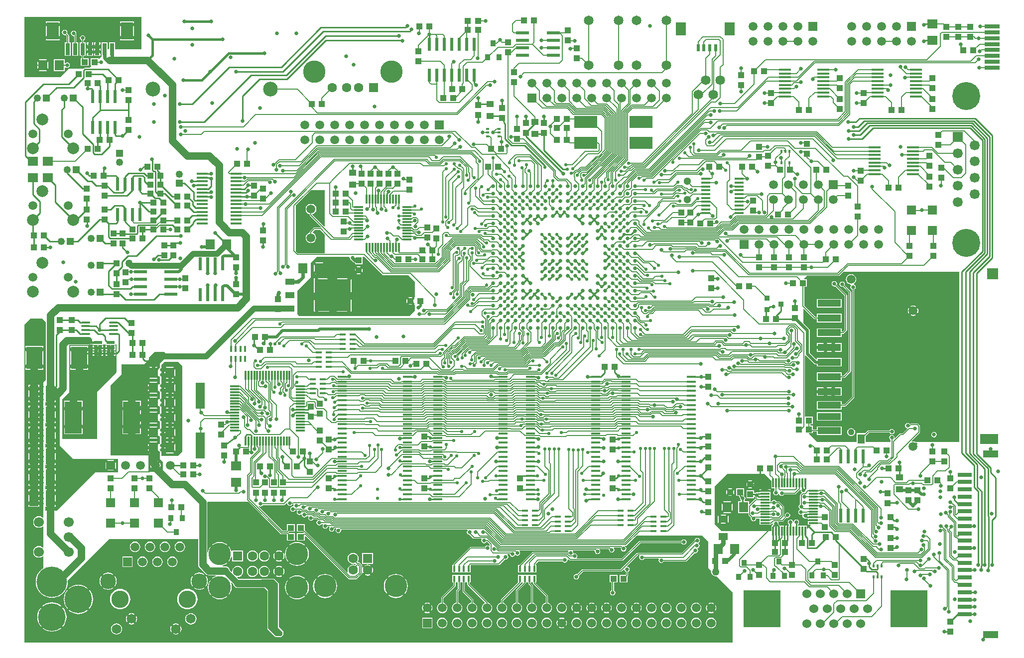
<source format=gtl>
%FSDAX44Y44*%
%MOIN*%
%SFA1B1*%

%IPPOS*%
%ADD10O,0.059060X0.016140*%
%ADD11R,0.059060X0.016140*%
%ADD12R,0.062990X0.070870*%
%ADD13R,0.039370X0.043310*%
%ADD14R,0.039370X0.017720*%
%ADD15R,0.039370X0.017720*%
%ADD16R,0.043310X0.039370*%
%ADD17R,0.017720X0.039370*%
%ADD18R,0.017720X0.039370*%
%ADD19R,0.047240X0.039370*%
%ADD20R,0.059060X0.177160*%
%ADD21R,0.157480X0.078740*%
%ADD22R,0.062990X0.011810*%
%ADD23R,0.011810X0.062990*%
%ADD24R,0.015750X0.019690*%
%ADD25R,0.023620X0.086610*%
%ADD26R,0.023620X0.086610*%
%ADD27R,0.086610X0.023620*%
%ADD28R,0.086610X0.023620*%
%ADD29O,0.074800X0.015750*%
%ADD30R,0.074800X0.015750*%
%ADD31R,0.059060X0.016380*%
%ADD32R,0.084650X0.015750*%
%ADD33R,0.084650X0.015750*%
%ADD34R,0.098430X0.027560*%
%ADD35C,0.025000*%
%ADD36R,0.019690X0.015750*%
%ADD37R,0.023620X0.092520*%
%ADD38R,0.033470X0.039370*%
%ADD39R,0.033470X0.039370*%
%ADD40R,0.037400X0.035430*%
%ADD41R,0.037400X0.035430*%
%ADD42R,0.057090X0.021650*%
%ADD43R,0.057090X0.021650*%
%ADD44R,0.098430X0.049210*%
%ADD45R,0.094490X0.031500*%
%ADD46R,0.062990X0.047240*%
%ADD47R,0.114170X0.212600*%
%ADD48R,0.023620X0.051180*%
%ADD49R,0.070870X0.086610*%
%ADD50R,0.082680X0.118110*%
%ADD51R,0.031500X0.078740*%
%ADD52R,0.059060X0.059060*%
%ADD53R,0.110000X0.150000*%
%ADD54R,0.070870X0.062990*%
%ADD55R,0.062990X0.106300*%
%ADD56R,0.122050X0.066930*%
%ADD57R,0.074800X0.074800*%
%ADD58R,0.157480X0.047240*%
%ADD59R,0.051180X0.064960*%
%ADD60R,0.062990X0.039370*%
%ADD61R,0.244100X0.212600*%
%ADD62C,0.005000*%
%ADD63C,0.009840*%
%ADD64C,0.007870*%
%ADD65C,0.019690*%
%ADD66C,0.039370*%
%ADD67C,0.015750*%
%ADD68C,0.031500*%
%ADD69C,0.050000*%
%ADD70C,0.023620*%
%ADD71C,0.010000*%
%ADD72C,0.009450*%
%ADD73C,0.059060*%
%ADD74C,0.051180*%
%ADD75C,0.064960*%
%ADD76C,0.066930*%
%ADD77C,0.149610*%
%ADD78C,0.062990*%
%ADD79R,0.062990X0.062990*%
%ADD80C,0.065000*%
%ADD81C,0.060000*%
%ADD82R,0.060000X0.060000*%
%ADD83R,0.250000X0.250000*%
%ADD84C,0.059000*%
%ADD85C,0.078740*%
%ADD86C,0.059060*%
%ADD87C,0.104330*%
%ADD88R,0.059060X0.059060*%
%ADD89C,0.116140*%
%ADD90C,0.187400*%
%ADD91R,0.066540X0.066540*%
%ADD92C,0.066540*%
%ADD93C,0.204720*%
%ADD94C,0.185040*%
%ADD95C,0.049210*%
%ADD96R,0.049210X0.049210*%
%ADD97C,0.098430*%
%ADD98C,0.043300*%
%ADD99C,0.021260*%
%ADD100C,0.025590*%
%ADD101C,0.050000*%
%LNpcb1-1*%
%LPD*%
G36*
X00005048Y00052203D02*
Y00048308D01*
X00004897Y00048157*
Y00039551*
Y00039113*
X00004852Y00039090*
X00004794Y00039136*
X00004700Y00039174*
X00004600Y00039188*
X00004499Y00039174*
X00004406Y00039136*
X00004325Y00039074*
X00004264Y00038994*
X00004225Y00038900*
X00004212Y00038800*
X00004225Y00038699*
X00004264Y00038606*
X00004325Y00038525*
X00004406Y00038464*
X00004499Y00038425*
X00004600Y00038412*
X00004700Y00038425*
X00004794Y00038464*
X00004852Y00038509*
X00004897Y00038487*
Y00037113*
X00004852Y00037090*
X00004794Y00037136*
X00004700Y00037174*
X00004600Y00037188*
X00004499Y00037174*
X00004406Y00037136*
X00004325Y00037074*
X00004264Y00036994*
X00004225Y00036900*
X00004212Y00036800*
X00004225Y00036699*
X00004264Y00036606*
X00004325Y00036525*
X00004406Y00036464*
X00004499Y00036425*
X00004600Y00036412*
X00004700Y00036425*
X00004794Y00036464*
X00004852Y00036509*
X00004897Y00036487*
Y00035712*
X00004830Y00035671*
X00004701Y00035561*
X00004591Y00035433*
X00004503Y00035288*
X00004438Y00035132*
X00004399Y00034968*
X00004386Y00034800*
X00004399Y00034631*
X00004438Y00034467*
X00004503Y00034311*
X00004591Y00034167*
X00004701Y00034038*
X00004830Y00033928*
X00004974Y00033840*
X00005130Y00033775*
X00005294Y00033736*
X00005463Y00033723*
X00005631Y00033736*
X00005795Y00033775*
X00005951Y00033840*
X00006096Y00033928*
X00006224Y00034038*
X00006334Y00034167*
X00006422Y00034311*
X00006487Y00034467*
X00006526Y00034631*
X00006539Y00034800*
X00006533Y00034880*
X00009299Y00037645*
X00015248*
Y00035944*
X00015258Y00035866*
X00015289Y00035793*
X00015337Y00035730*
X00015746Y00035321*
X00015809Y00035273*
X00015882Y00035243*
X00015960Y00035232*
X00016438*
X00016445Y00035183*
X00016388Y00035166*
X00016249Y00035091*
X00016189Y00035042*
X00016750Y00034480*
X00017312Y00033919*
X00017362Y00033979*
X00017436Y00034118*
X00017481Y00034268*
X00017497Y00034425*
X00017481Y00034581*
X00017440Y00034717*
X00017483Y00034743*
X00017595Y00034631*
X00017597Y00034614*
X00017627Y00034541*
X00017675Y00034479*
X00017738Y00034430*
X00017811Y00034400*
X00017889Y00034390*
X00019690*
X00019882Y00034198*
Y00031653*
X00019894Y00031626*
X00019898Y00031615*
X00020402Y00031111*
X00020440Y00031095*
X00020441*
X00020795*
X00020822Y00031106*
X00020833Y00031111*
X00020943Y00031221*
X00020959Y00031259*
Y00031440*
X00020943Y00031479*
X00020660Y00031762*
Y00034653*
X00020644Y00034691*
X00020353Y00034983*
X00020315Y00034999*
X00019480*
X00019471Y00034995*
X00017943*
X00017856Y00035082*
X00017878Y00035127*
X00017903Y00035124*
X00017999Y00035136*
X00018088Y00035173*
X00018164Y00035231*
X00018222Y00035308*
X00018259Y00035396*
X00018272Y00035492*
X00018259Y00035587*
X00018222Y00035676*
X00018164Y00035752*
X00018088Y00035810*
X00017999Y00035847*
X00017903Y00035860*
X00017808Y00035847*
X00017719Y00035810*
X00017643Y00035752*
X00017585Y00035676*
X00017548Y00035587*
X00017535Y00035492*
X00017539Y00035466*
X00017494Y00035444*
X00017480Y00035458*
X00017448Y00035505*
X00017357Y00035596*
X00017355Y00035613*
X00017325Y00035686*
X00017277Y00035749*
X00017214Y00035797*
X00017141Y00035827*
X00017063Y00035838*
X00016900*
X00016893Y00035887*
X00017002Y00035920*
X00017140Y00035994*
X00017201Y00036044*
X00016639Y00036605*
X00016078Y00037167*
X00016028Y00037106*
X00015954Y00036968*
X00015908Y00036817*
X00015903Y00036766*
X00015853Y00036768*
Y00040118*
X00015874Y00040141*
X00018616*
X00020757Y00038001*
X00020781Y00037984*
X00020811Y00037978*
X00021178*
X00021198Y00037958*
Y00037553*
X00021731*
Y00038046*
X00021326*
X00021276Y00038097*
X00021276Y00038103*
X00021326Y00038153*
X00021731*
Y00038646*
X00021198*
Y00038241*
X00021191Y00038234*
X00020889*
X00019279Y00039844*
X00019310Y00039883*
X00019363Y00039848*
X00019433Y00039834*
X00019502Y00039848*
X00019561Y00039887*
X00019596Y00039939*
X00020992*
X00021021Y00039945*
X00021046Y00039961*
X00021156Y00040072*
X00021163Y00040071*
X00021205Y00040058*
X00021218Y00039993*
X00021257Y00039934*
X00021316Y00039895*
X00021385Y00039881*
X00021455Y00039895*
X00021514Y00039934*
X00021548Y00039986*
X00021606*
X00021643Y00039967*
X00021629Y00039897*
X00021633Y00039876*
X00021598Y00039841*
X00021590Y00039842*
X00021521Y00039829*
X00021462Y00039789*
X00021422Y00039730*
X00021409Y00039661*
X00021422Y00039592*
X00021462Y00039533*
X00021521Y00039493*
X00021590Y00039480*
X00021660Y00039493*
X00021718Y00039533*
X00021753Y00039584*
X00021855*
X00021879Y00039540*
X00021863Y00039518*
X00021850Y00039448*
X00021863Y00039379*
X00021903Y00039320*
X00021962Y00039281*
X00022031Y00039267*
X00022100Y00039281*
X00022114Y00039290*
X00022175Y00039277*
X00022189Y00039208*
X00022228Y00039149*
X00022287Y00039110*
X00022356Y00039096*
X00022426Y00039110*
X00022485Y00039149*
X00022519Y00039201*
X00022623*
X00022646Y00039157*
X00022635Y00039140*
X00022621Y00039070*
X00022635Y00039001*
X00022674Y00038942*
X00022733Y00038903*
X00022803Y00038889*
X00022872Y00038903*
X00022931Y00038942*
X00022966Y00038994*
X00023206*
X00023257Y00038943*
X00023252Y00038894*
X00023226Y00038876*
X00023186Y00038817*
X00023172Y00038748*
X00023186Y00038678*
X00023226Y00038619*
X00023284Y00038580*
X00023354Y00038566*
X00023423Y00038580*
X00023482Y00038619*
X00023517Y00038671*
X00023587*
X00023611Y00038627*
X00023596Y00038604*
X00023582Y00038535*
X00023596Y00038466*
X00023635Y00038407*
X00023694Y00038367*
X00023763Y00038354*
X00023833Y00038367*
X00023892Y00038407*
X00023931Y00038466*
X00023935Y00038484*
X00024019*
X00024042Y00038440*
X00024021Y00038408*
X00024007Y00038338*
X00024021Y00038269*
X00024060Y00038210*
X00024119Y00038171*
X00024189Y00038157*
X00024258Y00038171*
X00024317Y00038210*
X00024356Y00038269*
X00024370Y00038338*
X00024367Y00038355*
X00024396Y00038384*
X00024469*
X00024493Y00038340*
X00024470Y00038305*
X00024456Y00038236*
X00024470Y00038166*
X00024509Y00038107*
X00024568Y00038068*
X00024637Y00038054*
X00024707Y00038068*
X00024766Y00038107*
X00024805Y00038166*
X00024819Y00038236*
X00024817Y00038245*
X00024849Y00038284*
X00033250*
X00033281Y00038238*
X00033241Y00038179*
X00033228Y00038110*
X00033241Y00038040*
X00033281Y00037981*
X00033340Y00037942*
X00033409Y00037928*
X00033431Y00037933*
X00033662Y00037701*
X00033687Y00037685*
X00033716Y00037679*
X00034196*
X00034220Y00037635*
X00034210Y00037620*
X00034196Y00037551*
X00034210Y00037481*
X00034249Y00037422*
X00034308Y00037383*
X00034377Y00037369*
X00034447Y00037383*
X00034506Y00037422*
X00034540Y00037474*
X00034590*
X00034766Y00037299*
Y00037218*
X00034721Y00037194*
X00034691Y00037214*
X00034622Y00037228*
X00034552Y00037214*
X00034493Y00037175*
X00034459Y00037123*
X00033488*
X00033458Y00037117*
X00033434Y00037101*
X00032345Y00036013*
X00032329Y00035988*
X00032323Y00035959*
Y00035916*
X00032261*
Y00035422*
X00032538*
X00032576*
X00032853*
X00032891*
X00033168*
X00033206*
X00033483*
Y00035895*
X00033504Y00035915*
X00035354*
X00035383Y00035921*
X00035408Y00035938*
X00035773Y00036303*
X00035834Y00036291*
X00035904Y00036304*
X00035962Y00036344*
X00036002Y00036403*
X00036016Y00036472*
X00036002Y00036541*
X00035962Y00036600*
X00035940Y00036615*
X00035954Y00036663*
X00036079*
X00036094Y00036645*
X00036108Y00036576*
X00036147Y00036517*
X00036206Y00036478*
X00036275Y00036464*
X00036345Y00036478*
X00036403Y00036517*
X00036443Y00036576*
X00036443Y00036579*
X00036492Y00036589*
X00036493Y00036588*
X00036552Y00036548*
X00036622Y00036535*
X00036691Y00036548*
X00036750Y00036588*
X00036789Y00036647*
X00036803Y00036716*
X00036789Y00036786*
X00036750Y00036844*
X00036759Y00036876*
X00040015*
X00040032Y00036843*
X00040007Y00036800*
X00037669*
X00037640Y00036795*
X00037615Y00036778*
X00036752Y00035916*
X00036661*
Y00035422*
X00036938*
X00036976*
X00037253*
X00037291*
X00037568*
X00037606*
X00037883*
Y00035916*
X00037821*
Y00035973*
X00038015Y00036167*
X00039640*
X00039674Y00036115*
X00039733Y00036076*
X00039803Y00036062*
X00039872Y00036076*
X00039931Y00036115*
X00039970Y00036174*
X00039984Y00036244*
X00039975Y00036289*
X00040019Y00036313*
X00040103Y00036229*
X00040128Y00036212*
X00040157Y00036207*
X00043637*
X00043667Y00036212*
X00043691Y00036229*
X00044842Y00037380*
X00047600*
X00047635Y00037328*
X00047694Y00037289*
X00047763Y00037275*
X00047833Y00037289*
X00047892Y00037328*
X00047931Y00037387*
X00047945Y00037456*
X00047931Y00037526*
X00047892Y00037585*
X00047833Y00037624*
X00047763Y00037638*
X00047694Y00037624*
X00047635Y00037585*
X00047600Y00037533*
X00044811*
X00044781Y00037527*
X00044757Y00037510*
X00043606Y00036359*
X00040614*
X00040590Y00036404*
X00040616Y00036442*
X00040630Y00036511*
X00040616Y00036581*
X00040577Y00036640*
X00040518Y00036679*
X00040448Y00036693*
X00040396Y00036682*
X00040361Y00036718*
X00040362Y00036724*
X00040348Y00036793*
X00040309Y00036852*
X00040316Y00036876*
X00041765*
X00041797Y00036837*
X00041794Y00036826*
X00041808Y00036757*
X00041848Y00036698*
X00041906Y00036659*
X00041976Y00036645*
X00042045Y00036659*
X00042104Y00036698*
X00042144Y00036757*
X00042157Y00036826*
X00042144Y00036896*
X00042104Y00036955*
X00042111Y00036978*
X00042724*
X00042756Y00036940*
X00042755Y00036937*
X00042769Y00036867*
X00042808Y00036808*
X00042867Y00036769*
X00042937Y00036755*
X00043006Y00036769*
X00043065Y00036808*
X00043104Y00036867*
X00043118Y00036937*
X00043104Y00037006*
X00043065Y00037065*
X00043074Y00037096*
X00043529*
X00043560Y00037058*
X00043550Y00037007*
X00043564Y00036938*
X00043604Y00036879*
X00043662Y00036840*
X00043732Y00036826*
X00043801Y00036840*
X00043860Y00036879*
X00043899Y00036938*
X00043913Y00037007*
X00043899Y00037077*
X00043860Y00037136*
X00043801Y00037175*
X00043732Y00037189*
X00043742Y00037199*
X00043865*
X00043895Y00037204*
X00043919Y00037221*
X00044580Y00037881*
X00048976*
X00049378Y00037480*
Y00035724*
X00049578Y00035524*
X00049571Y00035472*
X00049581Y00035394*
X00049612Y00035321*
X00049660Y00035258*
X00049722Y00035210*
X00049795Y00035180*
X00049874Y00035169*
X00049925Y00035176*
X00051031Y00034070*
Y00030740*
X00003622*
Y00039551*
Y00052039*
X00004015Y00052433*
X00004818*
X00005048Y00052203*
G37*
G36*
X00005716Y00047793D02*
X00005762Y00047812D01*
X00005874Y00047700*
Y00047579*
X00006000Y00047453*
Y00043913*
X00006905Y00043007*
X00009874*
Y00042110*
X00008354*
X00005795Y00039551*
X00005015*
Y00039818*
X00005716*
Y00039923*
X00005295Y00040344*
X00005351Y00040400*
X00005295Y00040455*
X00005716Y00040876*
Y00040981*
X00005015*
Y00041218*
X00005716*
Y00041323*
X00005295Y00041744*
X00005351Y00041800*
X00005295Y00041855*
X00005716Y00042276*
Y00042381*
X00005015*
Y00042618*
X00005716*
Y00042723*
X00005295Y00043144*
X00005351Y00043200*
X00005295Y00043255*
X00005716Y00043676*
Y00043781*
X00005015*
Y00044018*
X00005716*
Y00044123*
X00005295Y00044544*
X00005351Y00044600*
X00005295Y00044655*
X00005716Y00045076*
Y00045181*
X00005015*
Y00045418*
X00005716*
Y00045523*
X00005295Y00045944*
X00005351Y00046000*
X00005295Y00046055*
X00005716Y00046476*
Y00046581*
X00005015*
Y00046708*
X00005023*
Y00046818*
X00005716*
Y00046923*
X00005295Y00047344*
X00005351Y00047400*
X00005295Y00047455*
X00005716Y00047876*
Y00047793*
G37*
G36*
X00014189Y00049259D02*
Y00043527D01*
X00013889Y00043228*
X00012795*
X00012787Y00043259*
Y00049338*
X00012984Y00049535*
X00013913*
X00014189Y00049259*
G37*
G36*
X00011448Y00070448D02*
X00009692D01*
Y00070911*
X00009277*
Y00070480*
X00009236Y00070452*
X00009200Y00070466*
Y00070911*
X00008785*
Y00070024*
X00008795Y00070000*
X00008630Y00069834*
X00008601Y00069846*
X00008068*
Y00069353*
X00008083*
X00008102Y00069307*
X00008006Y00069211*
X00007661*
X00007622Y00069203*
X00007589Y00069181*
X00007577Y00069168*
X00006602*
X00006007Y00068574*
X00003622*
Y00072614*
X00011448*
Y00070448*
G37*
G36*
X00013082Y00050078D02*
Y00049818D01*
X00012681Y00049417*
Y00049105*
X00012640Y00049075*
X00012613Y00049083*
Y00049053*
X00012360Y00048800*
X00012613Y00048546*
Y00048562*
X00012640Y00048570*
X00012681Y00048540*
Y00048058*
X00012640Y00048028*
X00012613Y00048036*
Y00048053*
X00012360Y00047800*
X00012613Y00047546*
Y00047538*
X00012640Y00047546*
X00012681Y00047516*
Y00047065*
X00012640Y00047036*
X00012613Y00047044*
Y00047053*
X00012360Y00046800*
X00012613Y00046546*
Y00046538*
X00012640Y00046546*
X00012681Y00046516*
Y00046065*
X00012640Y00046036*
X00012613Y00046044*
Y00046053*
X00012360Y00045800*
X00012613Y00045546*
Y00045546*
X00012640Y00045554*
X00012681Y00045524*
Y00045065*
X00012640Y00045036*
X00012613Y00045044*
Y00045053*
X00012360Y00044800*
X00012613Y00044546*
Y00044546*
X00012640Y00044554*
X00012681Y00044524*
Y00044050*
X00012640Y00044020*
X00012613Y00044028*
Y00044053*
X00012360Y00043800*
X00012613Y00043546*
Y00043530*
X00012640Y00043538*
X00012681Y00043509*
Y00043319*
X00012684*
Y00043020*
X00012884Y00042819*
Y00042170*
X00011908*
Y00043260*
X00009405*
Y00047961*
X00010137Y00048693*
Y00049347*
X00011630*
X00011944Y00049661*
Y00049795*
X00012330Y00050181*
X00012980*
X00013082Y00050078*
G37*
G36*
X00009799Y00048844D02*
X00009744Y00048789D01*
X00008492Y00047537*
Y00044364*
X00006146*
Y00047033*
X00006610Y00047498*
Y00050665*
X00007897*
X00007976Y00050676*
X00008022Y00050695*
X00008178*
X00008205Y00050668*
X00008876*
Y00050703*
X00009052*
Y00050668*
X00009722*
Y00050703*
X00009799*
Y00048844*
G37*
G36*
X00066194Y00044146D02*
X00063289D01*
X00063351Y00044099*
X00063399Y00044036*
X00063160Y00043797*
X00063049Y00043908*
X00063288Y00044147*
X00063278Y00044154*
X00063194Y00044189*
X00063104Y00044201*
X00063018Y00044189*
X00062996Y00044234*
X00063542Y00044780*
X00063558Y00044805*
X00063564Y00044834*
Y00045196*
X00063558Y00045226*
X00063542Y00045250*
X00063432Y00045361*
X00063407Y00045377*
X00063377Y00045383*
X00062937*
X00062907Y00045377*
X00062882Y00045361*
X00062868Y00045380*
X00062809Y00045419*
X00062740Y00045433*
X00062670Y00045419*
X00062611Y00045380*
X00062572Y00045321*
X00062558Y00045252*
X00062572Y00045182*
X00062611Y00045123*
X00062670Y00045084*
X00062689Y00045080*
X00062704Y00045032*
X00062401Y00044730*
X00062259*
X00062230Y00044724*
X00062205Y00044707*
X00061895Y00044397*
X00061851Y00044421*
X00061858Y00044456*
X00061844Y00044526*
X00061805Y00044585*
X00061746Y00044624*
X00061677Y00044638*
X00061607Y00044624*
X00061548Y00044585*
X00061509Y00044526*
X00061495Y00044456*
X00061509Y00044387*
X00061548Y00044328*
X00061600Y00044293*
Y00044146*
X00059929*
Y00044566*
X00060142Y00044780*
X00061512*
X00061547Y00044728*
X00061606Y00044689*
X00061675Y00044675*
X00061745Y00044689*
X00061803Y00044728*
X00061843Y00044787*
X00061857Y00044856*
X00061843Y00044926*
X00061803Y00044985*
X00061745Y00045024*
X00061675Y00045038*
X00061606Y00045024*
X00061547Y00044985*
X00061512Y00044933*
X00060111*
X00060081Y00044927*
X00060057Y00044910*
X00059889Y00044743*
X00059317*
Y00044146*
X00056676*
X00056115Y00044707*
X00056134Y00044753*
X00056401*
Y00044843*
X00056659*
Y00044633*
X00058334*
Y00045206*
X00056659*
Y00044996*
X00056401*
Y00045246*
X00056211*
Y00045353*
X00056401*
Y00045846*
X00055871*
Y00049940*
X00055919Y00049955*
X00055924Y00049948*
X00056472Y00049399*
X00056522Y00049366*
X00056531Y00049365*
X00056579Y00049355*
X00056659*
Y00049220*
X00058334*
Y00049792*
X00056659*
Y00049706*
X00056613Y00049687*
X00056182Y00050117*
Y00051633*
X00056173Y00051682*
X00056171Y00051691*
X00056138Y00051740*
X00055770Y00052108*
Y00053048*
X00055816Y00053067*
X00056478Y00052405*
X00056503Y00052388*
X00056532Y00052383*
X00056659*
Y00052173*
X00058334*
Y00052745*
X00056659*
Y00052535*
X00056564*
X00055811Y00053289*
Y00054553*
X00056001*
Y00055046*
X00055809*
X00055789Y00055093*
X00055974Y00055277*
X00058110*
X00058139Y00055283*
X00058164Y00055300*
X00058410Y00055546*
X00066194*
Y00044146*
G37*
G36*
X00053608Y00041549D02*
Y00041049D01*
X00053837*
Y00040927*
X00053785Y00040892*
X00053746Y00040834*
X00053732Y00040764*
X00053746Y00040695*
X00053785Y00040636*
X00053844Y00040596*
X00053914Y00040583*
X00053983Y00040596*
X00054042Y00040636*
X00054081Y00040695*
X00054082Y00040698*
X00054132*
X00054139Y00040662*
X00054178Y00040604*
X00054237Y00040564*
X00054307Y00040550*
X00054376Y00040564*
X00054435Y00040604*
X00054470Y00040655*
X00055204*
X00055234Y00040661*
X00055258Y00040678*
X00055541Y00040960*
X00055561Y00040950*
X00055585Y00040934*
X00055582Y00040921*
X00055596Y00040851*
X00055635Y00040793*
X00055646Y00040785*
X00055651Y00040735*
X00055560Y00040644*
X00055543Y00040619*
X00055537Y00040590*
Y00039997*
X00055485Y00039962*
X00055446Y00039904*
X00055432Y00039834*
X00055446Y00039765*
X00055485Y00039706*
X00055516Y00039685*
X00055529Y00039624*
X00055470Y00039585*
X00055430Y00039526*
X00055417Y00039456*
X00055430Y00039387*
X00055470Y00039328*
X00055529Y00039289*
X00055598Y00039275*
X00055665Y00039288*
X00055674Y00039279*
X00055698Y00039243*
X00055692Y00039212*
X00055706Y00039143*
X00055745Y00039084*
X00055804Y00039045*
X00055874Y00039031*
X00055906Y00039037*
X00055936Y00039017*
X00055975Y00039009*
X00056049*
Y00039002*
Y00038805*
Y00038608*
X00056239*
X00056258Y00038562*
X00056037Y00038341*
X00055991Y00038360*
Y00038550*
X00055393*
Y00038633*
X00055419Y00038651*
X00055459Y00038710*
X00055472Y00038779*
X00055459Y00038849*
X00055419Y00038907*
X00055360Y00038947*
X00055291Y00038961*
X00055221Y00038947*
X00055163Y00038907*
X00055123Y00038849*
X00055119Y00038827*
X00055069*
X00055065Y00038849*
X00055025Y00038907*
X00054967Y00038947*
X00054897Y00038961*
X00054828Y00038947*
X00054769Y00038907*
X00054730Y00038849*
X00054716Y00038779*
X00054730Y00038710*
X00054769Y00038651*
X00054797Y00038632*
Y00038550*
X00054193*
X00054182Y00038566*
X00054088Y00038660*
X00054094Y00038692*
X00054081Y00038762*
X00054041Y00038821*
X00054042Y00038823*
X00054356*
X00054386Y00038829*
X00054410Y00038845*
X00054639Y00039074*
X00054700Y00039062*
X00054770Y00039076*
X00054829Y00039115*
X00054868Y00039174*
X00054882Y00039244*
X00054868Y00039313*
X00054829Y00039372*
X00054770Y00039411*
X00054700Y00039425*
X00054631Y00039411*
X00054572Y00039372*
X00054533Y00039313*
X00054519Y00039244*
X00054531Y00039183*
X00054491Y00039153*
X00054454Y00039173*
X00054460Y00039202*
Y00039829*
X00054454Y00039859*
X00054437Y00039883*
X00054172Y00040149*
X00054147Y00040165*
X00054118Y00040171*
X00053941*
X00053907Y00040223*
X00053848Y00040262*
X00053778Y00040276*
X00053709Y00040262*
X00053650Y00040223*
X00053615Y00040171*
X00053550*
Y00040183*
Y00040379*
Y00040576*
Y00040773*
Y00040991*
X00053406*
X00053241Y00040826*
X00053185Y00040882*
X00053130Y00040826*
X00052965Y00040991*
X00052820*
Y00040794*
Y00040787*
X00052717*
X00052679Y00040779*
X00052637Y00040787*
X00052568Y00040773*
X00052557Y00040766*
X00052446*
Y00040931*
X00051953*
Y00040398*
X00052446*
Y00040485*
X00052494Y00040500*
X00052509Y00040478*
X00052568Y00040438*
X00052637Y00040424*
X00052643Y00040425*
X00052676Y00040388*
X00052670Y00040368*
X00052583*
X00052554Y00040362*
X00052529Y00040346*
X00052162Y00039979*
X00052116Y00039998*
Y00040204*
X00051859*
X00051829Y00040249*
X00051868Y00040308*
X00051882Y00040378*
X00051868Y00040447*
X00051829Y00040506*
X00051770Y00040545*
X00051759Y00040547*
X00051764Y00040553*
X00051801*
Y00040630*
X00051801Y00040633*
X00051801Y00040637*
Y00041046*
X00051268*
Y00040553*
X00051433*
Y00040544*
X00051441Y00040505*
X00051463Y00040472*
X00051525Y00040410*
X00051519Y00040378*
X00051533Y00040308*
X00051572Y00040249*
X00051542Y00040204*
X00051386*
Y00039395*
X00052081*
Y00039275*
X00052086Y00039246*
X00052103Y00039221*
X00052240Y00039084*
X00052228Y00039023*
X00052241Y00038954*
X00052281Y00038895*
X00052340Y00038856*
X00052409Y00038842*
X00052478Y00038856*
X00052537Y00038895*
X00052577Y00038954*
X00052590Y00039023*
X00052599Y00039034*
X00052820*
Y00039002*
Y00038805*
Y00038608*
X00053550*
Y00038640*
X00053575*
X00053604Y00038646*
X00053629Y00038663*
X00053689Y00038722*
X00053724Y00038703*
X00053731Y00038654*
X00053645Y00038568*
X00053634Y00038550*
X00053608*
Y00038185*
X00050299*
X00049834Y00038650*
Y00041189*
X00050661Y00042015*
X00053141*
X00053608Y00041549*
G37*
G36*
X00023732Y00058598D02*
X00023686Y00058579D01*
X00022876Y00059389*
Y00059415*
X00022972*
X00023145Y00059588*
Y00059933*
X00022972Y00060105*
X00022627*
X00022454Y00059933*
Y00059588*
X00022627Y00059415*
X00022723*
Y00059357*
X00022729Y00059328*
X00022746Y00059303*
X00023483Y00058565*
X00023460Y00058521*
X00023440Y00058525*
X00023015*
X00022986Y00058519*
X00022961Y00058502*
X00022746Y00058287*
X00022729Y00058262*
X00022723Y00058233*
Y00058177*
X00022709Y00058175*
X00022625Y00058141*
X00022553Y00058085*
X00022498Y00058013*
X00022463Y00057929*
X00022451Y00057839*
X00022463Y00057749*
X00022498Y00057665*
X00022553Y00057593*
X00022625Y00057537*
X00022709Y00057503*
X00022800Y00057491*
X00022890Y00057503*
X00022974Y00057537*
X00023046Y00057593*
X00023101Y00057665*
X00023136Y00057749*
X00023148Y00057839*
X00023136Y00057929*
X00023101Y00058013*
X00023046Y00058085*
X00022974Y00058141*
X00022890Y00058175*
X00022876Y00058177*
Y00058201*
X00023047Y00058372*
X00023409*
X00023732Y00058049*
Y00056793*
X00021921*
X00021803Y00056911*
Y00060025*
X00022816Y00061039*
X00023732*
Y00058598*
G37*
G36*
X00027606Y00055322D02*
X00029307D01*
X00029771Y00054858*
Y00053846*
X00029731*
Y00053755*
X00029576Y00053600*
X00029731Y00053444*
Y00053353*
X00029736*
X00029771Y00053317*
Y00052944*
X00029503Y00052677*
X00029409Y00052582*
X00022023*
X00021874Y00052732*
Y00054267*
X00022803Y00055196*
Y00056141*
X00023204Y00056543*
X00025364*
X00025396Y00056504*
X00025393Y00056488*
X00025407Y00056418*
X00025446Y00056359*
X00025489Y00056331*
X00025607Y00056213*
X00025662Y00056176*
X00025728Y00056163*
X00025753*
Y00056068*
X00026246*
Y00056543*
X00026385*
X00027606Y00055322*
G37*
G36*
X00020606Y00034653D02*
Y00031740D01*
X00020905Y00031440*
Y00031259*
X00020795Y00031149*
X00020440*
X00019937Y00031653*
Y00034220*
X00019480Y00034677*
Y00034944*
X00020315*
X00020606Y00034653*
G37*
%LNpcb1-2*%
%LPC*%
G36*
X00020659Y00035860D02*
X00020564Y00035847D01*
X00020475Y00035810*
X00020462Y00035800*
X00020659Y00035603*
X00020857Y00035800*
X00020843Y00035810*
X00020755Y00035847*
X00020659Y00035860*
G37*
G36*
X00026911Y00035772D02*
X00026713Y00035574D01*
X00026911Y00035377*
X00026921Y00035390*
X00026957Y00035479*
X00026970Y00035574*
X00026957Y00035670*
X00026921Y00035758*
X00026911Y00035772*
G37*
G36*
X00011525Y00036487D02*
X00011435Y00036475D01*
X00011351Y00036441*
X00011279Y00036385*
X00011224Y00036313*
X00011189Y00036229*
X00011177Y00036139*
X00011189Y00036049*
X00011224Y00035965*
X00011279Y00035893*
X00011351Y00035837*
X00011435Y00035803*
X00011525Y00035791*
X00011615Y00035803*
X00011699Y00035837*
X00011771Y00035893*
X00011827Y00035965*
X00011862Y00036049*
X00011873Y00036139*
X00011862Y00036229*
X00011827Y00036313*
X00011771Y00036385*
X00011699Y00036441*
X00011615Y00036475*
X00011525Y00036487*
G37*
G36*
X00026602Y00035942D02*
X00026507Y00035930D01*
X00026418Y00035893*
X00026405Y00035883*
X00026602Y00035686*
X00026799Y00035883*
X00026786Y00035893*
X00026697Y00035930*
X00026602Y00035942*
G37*
G36*
X00022401Y00038646D02*
X00021868D01*
Y00038153*
X00022282*
X00022311Y00038123*
X00022319Y00038085*
X00022287Y00038046*
X00021868*
Y00037553*
X00022401*
Y00037834*
X00022447Y00037853*
X00022459Y00037842*
X00025308Y00034993*
X00025332Y00034976*
X00025362Y00034970*
X00025834*
X00025863Y00034976*
X00025888Y00034993*
X00026203Y00035308*
X00026220Y00035332*
X00026226Y00035362*
Y00035401*
X00026275Y00035411*
X00026283Y00035390*
X00026293Y00035377*
X00026491Y00035574*
X00026293Y00035772*
X00026283Y00035758*
X00026275Y00035738*
X00026226Y00035748*
Y00035889*
X00026220Y00035919*
X00026203Y00035943*
X00026054Y00036093*
X00026029Y00036110*
X00026000Y00036115*
X00025945*
X00025923Y00036160*
X00025936Y00036178*
X00025973Y00036266*
X00025986Y00036362*
X00025973Y00036457*
X00025936Y00036546*
X00025878Y00036622*
X00025802Y00036681*
X00025713Y00036717*
X00025618Y00036730*
X00025522Y00036717*
X00025434Y00036681*
X00025357Y00036622*
X00025299Y00036546*
X00025262Y00036457*
X00025250Y00036362*
X00025262Y00036266*
X00025299Y00036178*
X00025357Y00036101*
X00025434Y00036043*
X00025522Y00036006*
X00025618Y00035994*
X00025713Y00036006*
X00025762Y00036026*
X00025803Y00035999*
Y00035959*
X00025756Y00035912*
X00025713Y00035930*
X00025618Y00035942*
X00025522Y00035930*
X00025434Y00035893*
X00025357Y00035835*
X00025299Y00035758*
X00025262Y00035670*
X00025250Y00035574*
X00025262Y00035479*
X00025272Y00035456*
X00025230Y00035428*
X00022604Y00038054*
X00022467Y00038191*
X00022444Y00038206*
X00022401Y00038250*
Y00038646*
G37*
G36*
X00023122Y00035013D02*
X00023073Y00034953D01*
X00022999Y00034814*
X00022953Y00034664*
X00022938Y00034507*
X00022953Y00034351*
X00022999Y00034201*
X00023073Y00034062*
X00023122Y00034002*
X00023628Y00034507*
X00023122Y00035013*
G37*
G36*
X00037606Y00035246D02*
X00037576D01*
X00037568*
X00037291*
X00037253*
X00036976*
X00036938*
X00036661*
Y00034753*
X00036665Y00034742*
X00035531Y00033608*
X00035515Y00033583*
X00035509Y00033554*
Y00033379*
X00035495Y00033377*
X00035411Y00033342*
X00035339Y00033287*
X00035284Y00033215*
X00035249Y00033131*
X00035237Y00033041*
X00035249Y00032950*
X00035284Y00032866*
X00035339Y00032794*
X00035411Y00032739*
X00035495Y00032704*
X00035585Y00032692*
X00035676Y00032704*
X00035759Y00032739*
X00035832Y00032794*
X00035887Y00032866*
X00035922Y00032950*
X00035934Y00033041*
X00035922Y00033131*
X00035887Y00033215*
X00035832Y00033287*
X00035759Y00033342*
X00035676Y00033377*
X00035662Y00033379*
Y00033522*
X00036854Y00034714*
X00036870Y00034739*
X00036873Y00034753*
X00036938*
X00036965*
X00036984Y00034707*
X00036531Y00034254*
X00036515Y00034229*
X00036509Y00034200*
Y00033379*
X00036495Y00033377*
X00036411Y00033342*
X00036339Y00033287*
X00036284Y00033215*
X00036249Y00033131*
X00036237Y00033041*
X00036249Y00032950*
X00036284Y00032866*
X00036339Y00032794*
X00036411Y00032739*
X00036495Y00032704*
X00036585Y00032692*
X00036676Y00032704*
X00036760Y00032739*
X00036832Y00032794*
X00036887Y00032866*
X00036922Y00032950*
X00036934Y00033041*
X00036922Y00033131*
X00036887Y00033215*
X00036832Y00033287*
X00036760Y00033342*
X00036676Y00033377*
X00036662Y00033379*
Y00034168*
X00037169Y00034675*
X00037185Y00034699*
X00037191Y00034729*
Y00034753*
X00037253*
X00037291*
X00037353*
Y00034688*
X00037359Y00034658*
X00037375Y00034634*
X00037509Y00034500*
Y00033379*
X00037495Y00033377*
X00037411Y00033342*
X00037339Y00033287*
X00037284Y00033215*
X00037249Y00033131*
X00037237Y00033041*
X00037249Y00032950*
X00037284Y00032866*
X00037339Y00032794*
X00037411Y00032739*
X00037495Y00032704*
X00037585Y00032692*
X00037676Y00032704*
X00037760Y00032739*
X00037832Y00032794*
X00037887Y00032866*
X00037922Y00032950*
X00037934Y00033041*
X00037922Y00033131*
X00037887Y00033215*
X00037832Y00033287*
X00037760Y00033342*
X00037676Y00033377*
X00037662Y00033379*
Y00034532*
X00037656Y00034561*
X00037639Y00034586*
X00037506Y00034719*
Y00034753*
X00037568*
X00037606*
X00037668*
Y00034696*
X00037674Y00034666*
X00037690Y00034642*
X00038509Y00033823*
Y00033379*
X00038495Y00033377*
X00038411Y00033342*
X00038339Y00033287*
X00038284Y00033215*
X00038249Y00033131*
X00038237Y00033041*
X00038249Y00032950*
X00038284Y00032866*
X00038339Y00032794*
X00038411Y00032739*
X00038495Y00032704*
X00038585Y00032692*
X00038676Y00032704*
X00038759Y00032739*
X00038832Y00032794*
X00038887Y00032866*
X00038922Y00032950*
X00038934Y00033041*
X00038922Y00033131*
X00038887Y00033215*
X00038832Y00033287*
X00038759Y00033342*
X00038676Y00033377*
X00038662Y00033379*
Y00033855*
X00038656Y00033884*
X00038639Y00033909*
X00037821Y00034727*
Y00034753*
X00037883*
Y00035246*
X00037606*
G37*
G36*
X00020968Y00035689D02*
X00020771Y00035492D01*
X00020968Y00035294*
X00020978Y00035308*
X00021015Y00035396*
X00021027Y00035492*
X00021015Y00035587*
X00020978Y00035676*
X00020968Y00035689*
G37*
G36*
X00020351D02*
X00020341Y00035676D01*
X00020304Y00035587*
X00020291Y00035492*
X00020304Y00035396*
X00020341Y00035308*
X00020351Y00035294*
X00020548Y00035492*
X00020351Y00035689*
G37*
G36*
X00019675Y00036891D02*
X00019580Y00036879D01*
X00019491Y00036842*
X00019415Y00036783*
X00019356Y00036707*
X00019320Y00036618*
X00019307Y00036523*
X00019320Y00036428*
X00019356Y00036339*
X00019415Y00036263*
X00019491Y00036204*
X00019580Y00036168*
X00019675Y00036155*
X00019770Y00036168*
X00019859Y00036204*
X00019935Y00036263*
X00019994Y00036339*
X00020031Y00036428*
X00020043Y00036523*
X00020031Y00036618*
X00019994Y00036707*
X00019935Y00036783*
X00019859Y00036842*
X00019770Y00036879*
X00019675Y00036891*
G37*
G36*
X00018888D02*
X00018792Y00036879D01*
X00018704Y00036842*
X00018627Y00036783*
X00018569Y00036707*
X00018532Y00036618*
X00018520Y00036523*
X00018532Y00036428*
X00018569Y00036339*
X00018627Y00036263*
X00018704Y00036204*
X00018792Y00036168*
X00018888Y00036155*
X00018983Y00036168*
X00019072Y00036204*
X00019148Y00036263*
X00019207Y00036339*
X00019243Y00036428*
X00019256Y00036523*
X00019243Y00036618*
X00019207Y00036707*
X00019148Y00036783*
X00019072Y00036842*
X00018983Y00036879*
X00018888Y00036891*
G37*
G36*
X00020659Y00036412D02*
X00020462Y00036215D01*
X00020475Y00036204*
X00020564Y00036168*
X00020659Y00036155*
X00020755Y00036168*
X00020843Y00036204*
X00020857Y00036215*
X00020659Y00036412*
G37*
G36*
X00022485Y00034931D02*
X00021979Y00034425D01*
X00022485Y00033919*
X00022535Y00033979*
X00022609Y00034118*
X00022655Y00034268*
X00022670Y00034425*
X00022655Y00034581*
X00022609Y00034732*
X00022535Y00034870*
X00022485Y00034931*
G37*
G36*
X00026967Y00036727D02*
X00026237D01*
Y00035997*
X00026967*
Y00036727*
G37*
G36*
X00013525Y00036487D02*
X00013435Y00036475D01*
X00013351Y00036441*
X00013279Y00036385*
X00013224Y00036313*
X00013189Y00036229*
X00013177Y00036139*
X00013189Y00036049*
X00013224Y00035965*
X00013279Y00035893*
X00013351Y00035837*
X00013435Y00035803*
X00013525Y00035791*
X00013615Y00035803*
X00013699Y00035837*
X00013771Y00035893*
X00013827Y00035965*
X00013862Y00036049*
X00013873Y00036139*
X00013862Y00036229*
X00013827Y00036313*
X00013771Y00036385*
X00013699Y00036441*
X00013615Y00036475*
X00013525Y00036487*
G37*
G36*
X00012525D02*
X00012435Y00036475D01*
X00012351Y00036441*
X00012279Y00036385*
X00012224Y00036313*
X00012189Y00036229*
X00012177Y00036139*
X00012189Y00036049*
X00012224Y00035965*
X00012279Y00035893*
X00012351Y00035837*
X00012435Y00035803*
X00012525Y00035791*
X00012615Y00035803*
X00012699Y00035837*
X00012771Y00035893*
X00012827Y00035965*
X00012862Y00036049*
X00012873Y00036139*
X00012862Y00036229*
X00012827Y00036313*
X00012771Y00036385*
X00012699Y00036441*
X00012615Y00036475*
X00012525Y00036487*
G37*
G36*
X00021868Y00036550D02*
X00021362Y00036044D01*
X00021423Y00035994*
X00021561Y00035920*
X00021712Y00035875*
X00021868Y00035859*
X00022025Y00035875*
X00022175Y00035920*
X00022314Y00035994*
X00022374Y00036044*
X00021868Y00036550*
G37*
G36*
X00010870Y00036484D02*
X00010180D01*
Y00035794*
X00010870*
Y00036484*
G37*
G36*
X00023740Y00035309D02*
X00023583Y00035294D01*
X00023433Y00035248*
X00023294Y00035174*
X00023234Y00035125*
X00023740Y00034619*
X00024246Y00035125*
X00024185Y00035174*
X00024047Y00035248*
X00023896Y00035294*
X00023740Y00035309*
G37*
G36*
X00021868Y00035227D02*
X00021712Y00035211D01*
X00021561Y00035166*
X00021423Y00035091*
X00021362Y00035042*
X00021868Y00034536*
X00022374Y00035042*
X00022314Y00035091*
X00022175Y00035166*
X00022025Y00035211*
X00021868Y00035227*
G37*
G36*
X00009225Y00035416D02*
X00009076Y00035396D01*
X00008937Y00035338*
X00008880Y00035295*
X00009225Y00034950*
X00009570Y00035295*
X00009513Y00035338*
X00009374Y00035396*
X00009225Y00035416*
G37*
G36*
X00028480Y00035309D02*
X00028323Y00035294D01*
X00028173Y00035248*
X00028034Y00035174*
X00027974Y00035125*
X00028480Y00034619*
X00028986Y00035125*
X00028925Y00035174*
X00028787Y00035248*
X00028636Y00035294*
X00028480Y00035309*
G37*
G36*
X00015325Y00034728D02*
X00014980Y00034383D01*
X00015037Y00034340*
X00015176Y00034282*
X00015325Y00034262*
X00015474Y00034282*
X00015613Y00034340*
X00015670Y00034383*
X00015325Y00034728*
G37*
G36*
X00014869Y00035184D02*
X00014826Y00035127D01*
X00014768Y00034988*
X00014749Y00034839*
X00014768Y00034690*
X00014826Y00034551*
X00014869Y00034494*
X00015214Y00034839*
X00014869Y00035184*
G37*
G36*
X00009681D02*
X00009337Y00034839D01*
X00009681Y00034494*
X00009724Y00034551*
X00009782Y00034690*
X00009802Y00034839*
X00009782Y00034988*
X00009724Y00035127*
X00009681Y00035184*
G37*
G36*
X00015781D02*
X00015436Y00034839D01*
X00015781Y00034494*
X00015824Y00034551*
X00015882Y00034690*
X00015902Y00034839*
X00015882Y00034988*
X00015824Y00035127*
X00015781Y00035184*
G37*
G36*
X00008769D02*
X00008726Y00035127D01*
X00008668Y00034988*
X00008649Y00034839*
X00008668Y00034690*
X00008726Y00034551*
X00008769Y00034494*
X00009114Y00034839*
X00008769Y00035184*
G37*
G36*
X00015325Y00035416D02*
X00015176Y00035396D01*
X00015037Y00035338*
X00014980Y00035295*
X00015325Y00034950*
X00015670Y00035295*
X00015613Y00035338*
X00015474Y00035396*
X00015325Y00035416*
G37*
G36*
X00024357Y00035013D02*
X00023851Y00034507D01*
X00024357Y00034002*
X00024406Y00034062*
X00024481Y00034201*
X00024526Y00034351*
X00024542Y00034507*
X00024526Y00034664*
X00024481Y00034814*
X00024406Y00034953*
X00024357Y00035013*
G37*
G36*
X00027863D02*
X00027813Y00034953D01*
X00027739Y00034814*
X00027693Y00034664*
X00027678Y00034507*
X00027693Y00034351*
X00027739Y00034201*
X00027813Y00034062*
X00027863Y00034002*
X00028369Y00034507*
X00027863Y00035013*
G37*
G36*
X00033206Y00035246D02*
X00033177D01*
X00033168*
X00032891*
X00032853*
X00032576*
X00032538*
X00032261*
Y00034753*
X00032323*
Y00034565*
X00031531Y00033773*
X00031515Y00033749*
X00031509Y00033719*
Y00033379*
X00031495Y00033377*
X00031411Y00033342*
X00031339Y00033287*
X00031284Y00033215*
X00031249Y00033131*
X00031237Y00033041*
X00031249Y00032950*
X00031284Y00032866*
X00031339Y00032794*
X00031411Y00032739*
X00031495Y00032704*
X00031585Y00032692*
X00031676Y00032704*
X00031760Y00032739*
X00031832Y00032794*
X00031887Y00032866*
X00031922Y00032950*
X00031934Y00033041*
X00031922Y00033131*
X00031887Y00033215*
X00031832Y00033287*
X00031760Y00033342*
X00031676Y00033377*
X00031662Y00033379*
Y00033688*
X00032454Y00034479*
X00032470Y00034504*
X00032476Y00034533*
Y00034753*
X00032538*
X00032576*
X00032638*
Y00034337*
X00032531Y00034230*
X00032515Y00034205*
X00032509Y00034176*
Y00033379*
X00032495Y00033377*
X00032411Y00033342*
X00032339Y00033287*
X00032284Y00033215*
X00032249Y00033131*
X00032237Y00033041*
X00032249Y00032950*
X00032284Y00032866*
X00032339Y00032794*
X00032411Y00032739*
X00032495Y00032704*
X00032585Y00032692*
X00032676Y00032704*
X00032760Y00032739*
X00032832Y00032794*
X00032887Y00032866*
X00032922Y00032950*
X00032934Y00033041*
X00032922Y00033131*
X00032887Y00033215*
X00032832Y00033287*
X00032760Y00033342*
X00032676Y00033377*
X00032662Y00033379*
Y00034144*
X00032769Y00034251*
X00032785Y00034276*
X00032791Y00034305*
Y00034753*
X00032853*
X00032891*
X00032953*
Y00034151*
X00032959Y00034121*
X00032975Y00034097*
X00033509Y00033563*
Y00033379*
X00033495Y00033377*
X00033411Y00033342*
X00033339Y00033287*
X00033284Y00033215*
X00033249Y00033131*
X00033237Y00033041*
X00033249Y00032950*
X00033284Y00032866*
X00033339Y00032794*
X00033411Y00032739*
X00033495Y00032704*
X00033585Y00032692*
X00033676Y00032704*
X00033759Y00032739*
X00033832Y00032794*
X00033887Y00032866*
X00033922Y00032950*
X00033934Y00033041*
X00033922Y00033131*
X00033887Y00033215*
X00033832Y00033287*
X00033759Y00033342*
X00033676Y00033377*
X00033662Y00033379*
Y00033595*
X00033656Y00033624*
X00033639Y00033649*
X00033106Y00034182*
Y00034753*
X00033168*
X00033206*
X00033268*
Y00034623*
X00033274Y00034594*
X00033290Y00034569*
X00034454Y00033405*
X00034445Y00033356*
X00034411Y00033342*
X00034339Y00033287*
X00034284Y00033215*
X00034249Y00033131*
X00034237Y00033041*
X00034249Y00032950*
X00034284Y00032866*
X00034339Y00032794*
X00034411Y00032739*
X00034495Y00032704*
X00034585Y00032692*
X00034676Y00032704*
X00034760Y00032739*
X00034832Y00032794*
X00034887Y00032866*
X00034922Y00032950*
X00034934Y00033041*
X00034922Y00033131*
X00034887Y00033215*
X00034832Y00033287*
X00034760Y00033342*
X00034676Y00033377*
X00034662Y00033379*
Y00033382*
X00034656Y00033411*
X00034639Y00033436*
X00033421Y00034655*
Y00034753*
X00033483*
Y00035246*
X00033206*
G37*
G36*
X00026602Y00035463D02*
X00026405Y00035266D01*
X00026418Y00035256*
X00026507Y00035219*
X00026602Y00035206*
X00026697Y00035219*
X00026786Y00035256*
X00026799Y00035266*
X00026602Y00035463*
G37*
G36*
X00020659Y00035380D02*
X00020462Y00035183D01*
X00020475Y00035173*
X00020564Y00035136*
X00020659Y00035124*
X00020755Y00035136*
X00020843Y00035173*
X00020857Y00035183*
X00020659Y00035380*
G37*
G36*
X00009225Y00034728D02*
X00008880Y00034383D01*
X00008937Y00034340*
X00009076Y00034282*
X00009225Y00034262*
X00009374Y00034282*
X00009513Y00034340*
X00009570Y00034383*
X00009225Y00034728*
G37*
G36*
X00018888Y00035860D02*
X00018792Y00035847D01*
X00018704Y00035810*
X00018627Y00035752*
X00018569Y00035676*
X00018532Y00035587*
X00018520Y00035492*
X00018532Y00035396*
X00018569Y00035308*
X00018627Y00035231*
X00018704Y00035173*
X00018792Y00035136*
X00018888Y00035124*
X00018983Y00035136*
X00019072Y00035173*
X00019148Y00035231*
X00019207Y00035308*
X00019243Y00035396*
X00019256Y00035492*
X00019243Y00035587*
X00019207Y00035676*
X00019148Y00035752*
X00019072Y00035810*
X00018983Y00035847*
X00018888Y00035860*
G37*
G36*
X00029097Y00035013D02*
X00028591Y00034507D01*
X00029097Y00034002*
X00029147Y00034062*
X00029221Y00034201*
X00029266Y00034351*
X00029282Y00034507*
X00029266Y00034664*
X00029221Y00034814*
X00029147Y00034953*
X00029097Y00035013*
G37*
G36*
X00019675Y00035860D02*
X00019580Y00035847D01*
X00019491Y00035810*
X00019415Y00035752*
X00019356Y00035676*
X00019320Y00035587*
X00019307Y00035492*
X00019320Y00035396*
X00019356Y00035308*
X00019415Y00035231*
X00019491Y00035173*
X00019580Y00035136*
X00019675Y00035124*
X00019770Y00035136*
X00019859Y00035173*
X00019935Y00035231*
X00019994Y00035308*
X00020031Y00035396*
X00020043Y00035492*
X00020031Y00035587*
X00019994Y00035676*
X00019935Y00035752*
X00019859Y00035810*
X00019770Y00035847*
X00019675Y00035860*
G37*
G36*
X00050865Y00040688D02*
X00050729Y00040553D01*
X00051000*
X00050865Y00040688*
G37*
G36*
X00004613Y00040981D02*
X00003883D01*
Y00040876*
X00004248Y00040511*
X00004613Y00040876*
Y00040981*
G37*
G36*
X00051131Y00040955D02*
X00050976Y00040800D01*
X00051131Y00040644*
Y00040955*
G37*
G36*
X00050598D02*
Y00040644D01*
X00050754Y00040800*
X00050598Y00040955*
G37*
G36*
X00005716Y00040653D02*
X00005462Y00040400D01*
X00005716Y00040146*
Y00040653*
G37*
G36*
X00050941Y00040204D02*
X00050355D01*
X00050648Y00039911*
X00050941Y00040204*
G37*
G36*
X00004248Y00040288D02*
X00003883Y00039923D01*
Y00039818*
X00004613*
Y00039923*
X00004248Y00040288*
G37*
G36*
X00004613Y00040653D02*
X00004360Y00040400D01*
X00004613Y00040146*
Y00040653*
G37*
G36*
X00003883D02*
Y00040146D01*
X00004137Y00040400*
X00003883Y00040653*
G37*
G36*
X00051000Y00041046D02*
X00050729D01*
X00050865Y00040911*
X00051000Y00041046*
G37*
G36*
X00004613Y00042053D02*
X00004360Y00041800D01*
X00004613Y00041546*
Y00042053*
G37*
G36*
X00003883D02*
Y00041546D01*
X00004137Y00041800*
X00003883Y00042053*
G37*
G36*
X00004613Y00042381D02*
X00003883D01*
Y00042276*
X00004248Y00041911*
X00004613Y00042276*
Y00042381*
G37*
G36*
X00005716Y00042053D02*
X00005462Y00041800D01*
X00005716Y00041546*
Y00042053*
G37*
G36*
X00052355Y00041601D02*
X00052044D01*
X00052200Y00041446*
X00052355Y00041601*
G37*
G36*
X00051953Y00041470D02*
Y00041199D01*
X00052088Y00041334*
X00051953Y00041470*
G37*
G36*
X00052200Y00041223D02*
X00052044Y00041068D01*
X00052355*
X00052200Y00041223*
G37*
G36*
X00004248Y00041688D02*
X00003883Y00041323D01*
Y00041218*
X00004613*
Y00041323*
X00004248Y00041688*
G37*
G36*
X00052446Y00041470D02*
X00052311Y00041334D01*
X00052446Y00041199*
Y00041470*
G37*
G36*
X00051013Y00040053D02*
X00050760Y00039800D01*
X00051013Y00039546*
Y00040053*
G37*
G36*
X00016695Y00037463D02*
X00016538Y00037447D01*
X00016388Y00037402*
X00016249Y00037328*
X00016189Y00037278*
X00016695Y00036772*
X00017201Y00037278*
X00017140Y00037328*
X00017002Y00037402*
X00016851Y00037447*
X00016695Y00037463*
G37*
G36*
X00020659Y00036891D02*
X00020564Y00036879D01*
X00020475Y00036842*
X00020462Y00036832*
X00020659Y00036635*
X00020857Y00036832*
X00020843Y00036842*
X00020755Y00036879*
X00020659Y00036891*
G37*
G36*
X00011025Y00037487D02*
X00010935Y00037475D01*
X00010851Y00037441*
X00010779Y00037385*
X00010724Y00037313*
X00010689Y00037229*
X00010677Y00037139*
X00010689Y00037049*
X00010724Y00036965*
X00010779Y00036893*
X00010851Y00036837*
X00010935Y00036803*
X00011025Y00036791*
X00011115Y00036803*
X00011199Y00036837*
X00011271Y00036893*
X00011327Y00036965*
X00011362Y00037049*
X00011373Y00037139*
X00011362Y00037229*
X00011327Y00037313*
X00011271Y00037385*
X00011199Y00037441*
X00011115Y00037475*
X00011025Y00037487*
G37*
G36*
X00021868Y00037463D02*
X00021712Y00037447D01*
X00021561Y00037402*
X00021423Y00037328*
X00021362Y00037278*
X00021868Y00036772*
X00022374Y00037278*
X00022314Y00037328*
X00022175Y00037402*
X00022025Y00037447*
X00021868Y00037463*
G37*
G36*
X00020968Y00036720D02*
X00020771Y00036523D01*
X00020968Y00036326*
X00020978Y00036339*
X00021015Y00036428*
X00021027Y00036523*
X00021015Y00036618*
X00020978Y00036707*
X00020968Y00036720*
G37*
G36*
X00022485Y00037167D02*
X00021979Y00036661D01*
X00022485Y00036155*
X00022535Y00036215*
X00022609Y00036354*
X00022655Y00036505*
X00022670Y00036661*
X00022655Y00036817*
X00022609Y00036968*
X00022535Y00037106*
X00022485Y00037167*
G37*
G36*
X00021251D02*
X00021201Y00037106D01*
X00021127Y00036968*
X00021082Y00036817*
X00021066Y00036661*
X00021082Y00036505*
X00021127Y00036354*
X00021201Y00036215*
X00021251Y00036155*
X00021757Y00036661*
X00021251Y00037167*
G37*
G36*
X00020351Y00036720D02*
X00020341Y00036707D01*
X00020304Y00036618*
X00020291Y00036523*
X00020304Y00036428*
X00020341Y00036339*
X00020351Y00036326*
X00020548Y00036523*
X00020351Y00036720*
G37*
G36*
X00017312Y00037167D02*
X00016806Y00036661D01*
X00017312Y00036155*
X00017362Y00036215*
X00017436Y00036354*
X00017481Y00036505*
X00017489Y00036578*
X00017539Y00036576*
Y00036158*
X00018268*
Y00036888*
X00017539*
Y00036746*
X00017489Y00036744*
X00017481Y00036817*
X00017436Y00036968*
X00017362Y00037106*
X00017312Y00037167*
G37*
G36*
X00012025Y00037487D02*
X00011935Y00037475D01*
X00011851Y00037441*
X00011779Y00037385*
X00011724Y00037313*
X00011689Y00037229*
X00011677Y00037139*
X00011689Y00037049*
X00011724Y00036965*
X00011779Y00036893*
X00011851Y00036837*
X00011935Y00036803*
X00012025Y00036791*
X00012115Y00036803*
X00012199Y00036837*
X00012271Y00036893*
X00012327Y00036965*
X00012362Y00037049*
X00012373Y00037139*
X00012362Y00037229*
X00012327Y00037313*
X00012271Y00037385*
X00012199Y00037441*
X00012115Y00037475*
X00012025Y00037487*
G37*
G36*
X00050574Y00039276D02*
X00050225D01*
X00050400Y00039101*
X00050574Y00039276*
G37*
G36*
X00050765Y00039244D02*
X00050511Y00038990D01*
X00050765Y00038736*
Y00039244*
G37*
G36*
X00050283Y00040053D02*
Y00039546D01*
X00050537Y00039800*
X00050283Y00040053*
G37*
G36*
X00050648Y00039688D02*
X00050355Y00039395D01*
X00050941*
X00050648Y00039688*
G37*
G36*
X00050035Y00039244D02*
Y00038736D01*
X00050288Y00038990*
X00050035Y00039244*
G37*
G36*
X00014025Y00037487D02*
X00013935Y00037475D01*
X00013851Y00037441*
X00013779Y00037385*
X00013724Y00037313*
X00013689Y00037229*
X00013677Y00037139*
X00013689Y00037049*
X00013724Y00036965*
X00013779Y00036893*
X00013851Y00036837*
X00013935Y00036803*
X00014025Y00036791*
X00014115Y00036803*
X00014199Y00036837*
X00014271Y00036893*
X00014327Y00036965*
X00014362Y00037049*
X00014373Y00037139*
X00014362Y00037229*
X00014327Y00037313*
X00014271Y00037385*
X00014199Y00037441*
X00014115Y00037475*
X00014025Y00037487*
G37*
G36*
X00013025D02*
X00012935Y00037475D01*
X00012851Y00037441*
X00012779Y00037385*
X00012724Y00037313*
X00012689Y00037229*
X00012677Y00037139*
X00012689Y00037049*
X00012724Y00036965*
X00012779Y00036893*
X00012851Y00036837*
X00012935Y00036803*
X00013025Y00036791*
X00013115Y00036803*
X00013199Y00036837*
X00013271Y00036893*
X00013327Y00036965*
X00013362Y00037049*
X00013373Y00037139*
X00013362Y00037229*
X00013327Y00037313*
X00013271Y00037385*
X00013199Y00037441*
X00013115Y00037475*
X00013025Y00037487*
G37*
G36*
X00050400Y00038879D02*
X00050225Y00038704D01*
X00050574*
X00050400Y00038879*
G37*
G36*
X00048653Y00037740D02*
X00048584Y00037726D01*
X00048525Y00037687*
X00048485Y00037628*
X00048475Y00037575*
X00047637Y00036737*
X00044645*
X00044616Y00036732*
X00044591Y00036715*
X00043511Y00035635*
X00040992*
X00040962Y00035629*
X00040938Y00035613*
X00040628Y00035303*
X00040566Y00035315*
X00040497Y00035301*
X00040438Y00035262*
X00040399Y00035203*
X00040385Y00035133*
X00040399Y00035064*
X00040438Y00035005*
X00040497Y00034966*
X00040566Y00034952*
X00040636Y00034966*
X00040695Y00035005*
X00040734Y00035064*
X00040748Y00035133*
X00040736Y00035195*
X00041023Y00035482*
X00043543*
X00043572Y00035488*
X00043597Y00035505*
X00043717Y00035624*
X00043771Y00035614*
X00043785Y00035544*
X00043824Y00035485*
X00043876Y00035451*
Y00035249*
X00043873Y00035246*
X00043468*
Y00034753*
X00044001*
Y00035158*
X00044006Y00035164*
X00044023Y00035188*
X00044029Y00035218*
Y00035451*
X00044081Y00035485*
X00044120Y00035544*
X00044134Y00035614*
X00044120Y00035683*
X00044081Y00035742*
X00044022Y00035781*
X00043952Y00035795*
X00043942Y00035849*
X00044677Y00036584*
X00044781*
X00044805Y00036540*
X00044785Y00036510*
X00044771Y00036440*
X00044785Y00036371*
X00044824Y00036312*
X00044883Y00036273*
X00044952Y00036259*
X00045022Y00036273*
X00045081Y00036312*
X00045115Y00036364*
X00046062*
X00046086Y00036320*
X00046076Y00036305*
X00046062Y00036236*
X00046076Y00036166*
X00046115Y00036107*
X00046174Y00036068*
X00046244Y00036054*
X00046313Y00036068*
X00046372Y00036107*
X00046407Y00036159*
X00047889*
X00047919Y00036165*
X00047943Y00036182*
X00048474Y00036712*
X00048535Y00036700*
X00048604Y00036714*
X00048663Y00036753*
X00048703Y00036812*
X00048716Y00036881*
X00048703Y00036951*
X00048663Y00037010*
X00048638Y00037027*
X00048637Y00037031*
X00048707Y00037045*
X00048766Y00037084*
X00048805Y00037143*
X00048819Y00037212*
X00048805Y00037282*
X00048766Y00037340*
X00048707Y00037380*
X00048723Y00037391*
X00048781Y00037430*
X00048821Y00037489*
X00048835Y00037559*
X00048821Y00037628*
X00048781Y00037687*
X00048723Y00037726*
X00048653Y00037740*
G37*
G36*
X00004719Y00033069D02*
X00004648Y00032982D01*
X00004557Y00032812*
X00004501Y00032629*
X00004483Y00032437*
X00004501Y00032246*
X00004557Y00032062*
X00004648Y00031893*
X00004719Y00031806*
X00005351Y00032437*
X00004719Y00033069*
G37*
G36*
X00013765Y00032017D02*
X00013667Y00032004D01*
X00013576Y00031966*
X00013561Y00031955*
X00013765Y00031750*
X00013970Y00031955*
X00013954Y00031966*
X00013863Y00032004*
X00013765Y00032017*
G37*
G36*
X00006206Y00033069D02*
X00005574Y00032437D01*
X00006206Y00031806*
X00006277Y00031893*
X00006368Y00032062*
X00006424Y00032246*
X00006442Y00032437*
X00006424Y00032629*
X00006368Y00032812*
X00006277Y00032982*
X00006206Y00033069*
G37*
G36*
X00039880Y00032224D02*
X00039697Y00032040D01*
X00039880Y00031857*
X00039887Y00031866*
X00039922Y00031950*
X00039934Y00032040*
X00039922Y00032131*
X00039887Y00032215*
X00039880Y00032224*
G37*
G36*
X00039291D02*
X00039284Y00032215D01*
X00039249Y00032131*
X00039237Y00032040*
X00039249Y00031950*
X00039284Y00031866*
X00039291Y00031857*
X00039474Y00032040*
X00039291Y00032224*
G37*
G36*
X00047585Y00032389D02*
X00047495Y00032377D01*
X00047411Y00032342*
X00047339Y00032287*
X00047284Y00032215*
X00047249Y00032131*
X00047237Y00032040*
X00047249Y00031950*
X00047284Y00031866*
X00047339Y00031794*
X00047411Y00031739*
X00047495Y00031704*
X00047585Y00031692*
X00047676Y00031704*
X00047759Y00031739*
X00047832Y00031794*
X00047887Y00031866*
X00047922Y00031950*
X00047934Y00032040*
X00047922Y00032131*
X00047887Y00032215*
X00047832Y00032287*
X00047759Y00032342*
X00047676Y00032377*
X00047585Y00032389*
G37*
G36*
X00046585D02*
X00046495Y00032377D01*
X00046411Y00032342*
X00046339Y00032287*
X00046284Y00032215*
X00046249Y00032131*
X00046237Y00032040*
X00046249Y00031950*
X00046284Y00031866*
X00046339Y00031794*
X00046411Y00031739*
X00046495Y00031704*
X00046585Y00031692*
X00046676Y00031704*
X00046759Y00031739*
X00046832Y00031794*
X00046887Y00031866*
X00046922Y00031950*
X00046934Y00032040*
X00046922Y00032131*
X00046887Y00032215*
X00046832Y00032287*
X00046759Y00032342*
X00046676Y00032377*
X00046585Y00032389*
G37*
G36*
X00048585D02*
X00048495Y00032377D01*
X00048411Y00032342*
X00048339Y00032287*
X00048284Y00032215*
X00048249Y00032131*
X00048237Y00032040*
X00048249Y00031950*
X00048284Y00031866*
X00048339Y00031794*
X00048411Y00031739*
X00048495Y00031704*
X00048585Y00031692*
X00048676Y00031704*
X00048760Y00031739*
X00048832Y00031794*
X00048887Y00031866*
X00048922Y00031950*
X00048934Y00032040*
X00048922Y00032131*
X00048887Y00032215*
X00048832Y00032287*
X00048760Y00032342*
X00048676Y00032377*
X00048585Y00032389*
G37*
G36*
X00030931Y00032386D02*
X00030240D01*
Y00031695*
X00030931*
Y00032386*
G37*
G36*
X00049585Y00032389D02*
X00049495Y00032377D01*
X00049411Y00032342*
X00049339Y00032287*
X00049284Y00032215*
X00049249Y00032131*
X00049237Y00032040*
X00049249Y00031950*
X00049284Y00031866*
X00049339Y00031794*
X00049411Y00031739*
X00049495Y00031704*
X00049585Y00031692*
X00049676Y00031704*
X00049760Y00031739*
X00049832Y00031794*
X00049887Y00031866*
X00049922Y00031950*
X00049934Y00032040*
X00049922Y00032131*
X00049887Y00032215*
X00049832Y00032287*
X00049760Y00032342*
X00049676Y00032377*
X00049585Y00032389*
G37*
G36*
X00005463Y00033417D02*
X00005271Y00033398D01*
X00005088Y00033343*
X00004918Y00033252*
X00004831Y00033180*
X00005463Y00032549*
X00006094Y00033180*
X00006007Y00033252*
X00005838Y00033343*
X00005654Y00033398*
X00005463Y00033417*
G37*
G36*
X00010785Y00032687D02*
X00010687Y00032674D01*
X00010596Y00032636*
X00010581Y00032625*
X00010785Y00032420*
X00010990Y00032625*
X00010974Y00032636*
X00010883Y00032674*
X00010785Y00032687*
G37*
G36*
X00007234Y00033507D02*
X00006602Y00032875D01*
X00006690Y00032804*
X00006859Y00032713*
X00007043Y00032657*
X00007234Y00032639*
X00007425Y00032657*
X00007609Y00032713*
X00007779Y00032804*
X00007866Y00032875*
X00007234Y00033507*
G37*
G36*
X00039585Y00033389D02*
X00039495Y00033377D01*
X00039411Y00033342*
X00039339Y00033287*
X00039284Y00033215*
X00039249Y00033131*
X00039237Y00033041*
X00039249Y00032950*
X00039284Y00032866*
X00039339Y00032794*
X00039411Y00032739*
X00039495Y00032704*
X00039585Y00032692*
X00039676Y00032704*
X00039760Y00032739*
X00039832Y00032794*
X00039887Y00032866*
X00039922Y00032950*
X00039934Y00033041*
X00039922Y00033131*
X00039887Y00033215*
X00039832Y00033287*
X00039760Y00033342*
X00039676Y00033377*
X00039585Y00033389*
G37*
G36*
X00030585Y00032929D02*
X00030402Y00032746D01*
X00030411Y00032739*
X00030495Y00032704*
X00030585Y00032692*
X00030676Y00032704*
X00030759Y00032739*
X00030769Y00032746*
X00030585Y00032929*
G37*
G36*
X00014765Y00032687D02*
X00014667Y00032674D01*
X00014576Y00032636*
X00014498Y00032576*
X00014438Y00032498*
X00014400Y00032407*
X00014387Y00032309*
X00014400Y00032211*
X00014438Y00032120*
X00014498Y00032041*
X00014576Y00031981*
X00014667Y00031944*
X00014765Y00031931*
X00014863Y00031944*
X00014954Y00031981*
X00015033Y00032041*
X00015093Y00032120*
X00015130Y00032211*
X00015143Y00032309*
X00015130Y00032407*
X00015093Y00032498*
X00015033Y00032576*
X00014954Y00032636*
X00014863Y00032674*
X00014765Y00032687*
G37*
G36*
X00010785Y00032198D02*
X00010581Y00031993D01*
X00010596Y00031981*
X00010687Y00031944*
X00010785Y00031931*
X00010883Y00031944*
X00010974Y00031981*
X00010990Y00031993*
X00010785Y00032198*
G37*
G36*
X00010469Y00032513D02*
X00010458Y00032498D01*
X00010420Y00032407*
X00010407Y00032309*
X00010420Y00032211*
X00010458Y00032120*
X00010469Y00032104*
X00010674Y00032309*
X00010469Y00032513*
G37*
G36*
X00039585Y00032389D02*
X00039495Y00032377D01*
X00039411Y00032342*
X00039402Y00032335*
X00039585Y00032152*
X00039769Y00032335*
X00039760Y00032342*
X00039676Y00032377*
X00039585Y00032389*
G37*
G36*
X00011101Y00032513D02*
X00010896Y00032309D01*
X00011101Y00032104*
X00011113Y00032120*
X00011150Y00032211*
X00011163Y00032309*
X00011150Y00032407*
X00011113Y00032498*
X00011101Y00032513*
G37*
G36*
X00032585Y00032389D02*
X00032495Y00032377D01*
X00032411Y00032342*
X00032339Y00032287*
X00032284Y00032215*
X00032249Y00032131*
X00032237Y00032040*
X00032249Y00031950*
X00032284Y00031866*
X00032339Y00031794*
X00032411Y00031739*
X00032495Y00031704*
X00032585Y00031692*
X00032676Y00031704*
X00032760Y00031739*
X00032832Y00031794*
X00032887Y00031866*
X00032922Y00031950*
X00032934Y00032040*
X00032922Y00032131*
X00032887Y00032215*
X00032832Y00032287*
X00032760Y00032342*
X00032676Y00032377*
X00032585Y00032389*
G37*
G36*
X00031585D02*
X00031495Y00032377D01*
X00031411Y00032342*
X00031339Y00032287*
X00031284Y00032215*
X00031249Y00032131*
X00031237Y00032040*
X00031249Y00031950*
X00031284Y00031866*
X00031339Y00031794*
X00031411Y00031739*
X00031495Y00031704*
X00031585Y00031692*
X00031676Y00031704*
X00031760Y00031739*
X00031832Y00031794*
X00031887Y00031866*
X00031922Y00031950*
X00031934Y00032040*
X00031922Y00032131*
X00031887Y00032215*
X00031832Y00032287*
X00031760Y00032342*
X00031676Y00032377*
X00031585Y00032389*
G37*
G36*
X00033585D02*
X00033495Y00032377D01*
X00033411Y00032342*
X00033339Y00032287*
X00033284Y00032215*
X00033249Y00032131*
X00033237Y00032040*
X00033249Y00031950*
X00033284Y00031866*
X00033339Y00031794*
X00033411Y00031739*
X00033495Y00031704*
X00033585Y00031692*
X00033676Y00031704*
X00033759Y00031739*
X00033832Y00031794*
X00033887Y00031866*
X00033922Y00031950*
X00033934Y00032040*
X00033922Y00032131*
X00033887Y00032215*
X00033832Y00032287*
X00033759Y00032342*
X00033676Y00032377*
X00033585Y00032389*
G37*
G36*
X00035585D02*
X00035495Y00032377D01*
X00035411Y00032342*
X00035339Y00032287*
X00035284Y00032215*
X00035249Y00032131*
X00035237Y00032040*
X00035249Y00031950*
X00035284Y00031866*
X00035339Y00031794*
X00035411Y00031739*
X00035495Y00031704*
X00035585Y00031692*
X00035676Y00031704*
X00035759Y00031739*
X00035832Y00031794*
X00035887Y00031866*
X00035922Y00031950*
X00035934Y00032040*
X00035922Y00032131*
X00035887Y00032215*
X00035832Y00032287*
X00035759Y00032342*
X00035676Y00032377*
X00035585Y00032389*
G37*
G36*
X00034585D02*
X00034495Y00032377D01*
X00034411Y00032342*
X00034339Y00032287*
X00034284Y00032215*
X00034249Y00032131*
X00034237Y00032040*
X00034249Y00031950*
X00034284Y00031866*
X00034339Y00031794*
X00034411Y00031739*
X00034495Y00031704*
X00034585Y00031692*
X00034676Y00031704*
X00034760Y00031739*
X00034832Y00031794*
X00034887Y00031866*
X00034922Y00031950*
X00034934Y00032040*
X00034922Y00032131*
X00034887Y00032215*
X00034832Y00032287*
X00034760Y00032342*
X00034676Y00032377*
X00034585Y00032389*
G37*
G36*
X00013765Y00031528D02*
X00013561Y00031323D01*
X00013576Y00031311*
X00013667Y00031274*
X00013765Y00031261*
X00013863Y00031274*
X00013954Y00031311*
X00013970Y00031323*
X00013765Y00031528*
G37*
G36*
X00009785Y00032017D02*
X00009687Y00032004D01*
X00009596Y00031966*
X00009518Y00031906*
X00009458Y00031828*
X00009420Y00031737*
X00009407Y00031639*
X00009420Y00031541*
X00009458Y00031450*
X00009518Y00031371*
X00009596Y00031311*
X00009687Y00031274*
X00009785Y00031261*
X00009883Y00031274*
X00009974Y00031311*
X00010053Y00031371*
X00010113Y00031450*
X00010150Y00031541*
X00010163Y00031639*
X00010150Y00031737*
X00010113Y00031828*
X00010053Y00031906*
X00009974Y00031966*
X00009883Y00032004*
X00009785Y00032017*
G37*
G36*
X00013449Y00031843D02*
X00013438Y00031828D01*
X00013400Y00031737*
X00013387Y00031639*
X00013400Y00031541*
X00013438Y00031450*
X00013449Y00031434*
X00013654Y00031639*
X00013449Y00031843*
G37*
G36*
X00005463Y00032326D02*
X00004831Y00031694D01*
X00004918Y00031623*
X00005088Y00031532*
X00005271Y00031476*
X00005463Y00031457*
X00005654Y00031476*
X00005838Y00031532*
X00006007Y00031623*
X00006094Y00031694*
X00005463Y00032326*
G37*
G36*
X00014081Y00031843D02*
X00013876Y00031639D01*
X00014081Y00031434*
X00014093Y00031450*
X00014130Y00031541*
X00014143Y00031639*
X00014130Y00031737*
X00014093Y00031828*
X00014081Y00031843*
G37*
G36*
X00042585Y00032389D02*
X00042495Y00032377D01*
X00042411Y00032342*
X00042339Y00032287*
X00042284Y00032215*
X00042249Y00032131*
X00042237Y00032040*
X00042249Y00031950*
X00042284Y00031866*
X00042339Y00031794*
X00042411Y00031739*
X00042495Y00031704*
X00042585Y00031692*
X00042676Y00031704*
X00042759Y00031739*
X00042832Y00031794*
X00042887Y00031866*
X00042922Y00031950*
X00042934Y00032040*
X00042922Y00032131*
X00042887Y00032215*
X00042832Y00032287*
X00042759Y00032342*
X00042676Y00032377*
X00042585Y00032389*
G37*
G36*
X00041585D02*
X00041495Y00032377D01*
X00041411Y00032342*
X00041339Y00032287*
X00041284Y00032215*
X00041249Y00032131*
X00041237Y00032040*
X00041249Y00031950*
X00041284Y00031866*
X00041339Y00031794*
X00041411Y00031739*
X00041495Y00031704*
X00041585Y00031692*
X00041676Y00031704*
X00041759Y00031739*
X00041832Y00031794*
X00041887Y00031866*
X00041922Y00031950*
X00041934Y00032040*
X00041922Y00032131*
X00041887Y00032215*
X00041832Y00032287*
X00041759Y00032342*
X00041676Y00032377*
X00041585Y00032389*
G37*
G36*
X00043585D02*
X00043495Y00032377D01*
X00043411Y00032342*
X00043339Y00032287*
X00043284Y00032215*
X00043249Y00032131*
X00043237Y00032040*
X00043249Y00031950*
X00043284Y00031866*
X00043339Y00031794*
X00043411Y00031739*
X00043495Y00031704*
X00043585Y00031692*
X00043676Y00031704*
X00043760Y00031739*
X00043832Y00031794*
X00043887Y00031866*
X00043922Y00031950*
X00043934Y00032040*
X00043922Y00032131*
X00043887Y00032215*
X00043832Y00032287*
X00043760Y00032342*
X00043676Y00032377*
X00043585Y00032389*
G37*
G36*
X00045585D02*
X00045495Y00032377D01*
X00045411Y00032342*
X00045339Y00032287*
X00045284Y00032215*
X00045249Y00032131*
X00045237Y00032040*
X00045249Y00031950*
X00045284Y00031866*
X00045339Y00031794*
X00045411Y00031739*
X00045495Y00031704*
X00045585Y00031692*
X00045676Y00031704*
X00045759Y00031739*
X00045832Y00031794*
X00045887Y00031866*
X00045922Y00031950*
X00045934Y00032040*
X00045922Y00032131*
X00045887Y00032215*
X00045832Y00032287*
X00045759Y00032342*
X00045676Y00032377*
X00045585Y00032389*
G37*
G36*
X00044585D02*
X00044495Y00032377D01*
X00044411Y00032342*
X00044339Y00032287*
X00044284Y00032215*
X00044249Y00032131*
X00044237Y00032040*
X00044249Y00031950*
X00044284Y00031866*
X00044339Y00031794*
X00044411Y00031739*
X00044495Y00031704*
X00044585Y00031692*
X00044676Y00031704*
X00044760Y00031739*
X00044832Y00031794*
X00044887Y00031866*
X00044922Y00031950*
X00044934Y00032040*
X00044922Y00032131*
X00044887Y00032215*
X00044832Y00032287*
X00044760Y00032342*
X00044676Y00032377*
X00044585Y00032389*
G37*
G36*
X00037585D02*
X00037495Y00032377D01*
X00037411Y00032342*
X00037339Y00032287*
X00037284Y00032215*
X00037249Y00032131*
X00037237Y00032040*
X00037249Y00031950*
X00037284Y00031866*
X00037339Y00031794*
X00037411Y00031739*
X00037495Y00031704*
X00037585Y00031692*
X00037676Y00031704*
X00037760Y00031739*
X00037832Y00031794*
X00037887Y00031866*
X00037922Y00031950*
X00037934Y00032040*
X00037922Y00032131*
X00037887Y00032215*
X00037832Y00032287*
X00037760Y00032342*
X00037676Y00032377*
X00037585Y00032389*
G37*
G36*
X00036585D02*
X00036495Y00032377D01*
X00036411Y00032342*
X00036339Y00032287*
X00036284Y00032215*
X00036249Y00032131*
X00036237Y00032040*
X00036249Y00031950*
X00036284Y00031866*
X00036339Y00031794*
X00036411Y00031739*
X00036495Y00031704*
X00036585Y00031692*
X00036676Y00031704*
X00036760Y00031739*
X00036832Y00031794*
X00036887Y00031866*
X00036922Y00031950*
X00036934Y00032040*
X00036922Y00032131*
X00036887Y00032215*
X00036832Y00032287*
X00036760Y00032342*
X00036676Y00032377*
X00036585Y00032389*
G37*
G36*
X00038585D02*
X00038495Y00032377D01*
X00038411Y00032342*
X00038339Y00032287*
X00038284Y00032215*
X00038249Y00032131*
X00038237Y00032040*
X00038249Y00031950*
X00038284Y00031866*
X00038339Y00031794*
X00038411Y00031739*
X00038495Y00031704*
X00038585Y00031692*
X00038676Y00031704*
X00038759Y00031739*
X00038832Y00031794*
X00038887Y00031866*
X00038922Y00031950*
X00038934Y00032040*
X00038922Y00032131*
X00038887Y00032215*
X00038832Y00032287*
X00038759Y00032342*
X00038676Y00032377*
X00038585Y00032389*
G37*
G36*
X00040585D02*
X00040495Y00032377D01*
X00040411Y00032342*
X00040339Y00032287*
X00040284Y00032215*
X00040249Y00032131*
X00040237Y00032040*
X00040249Y00031950*
X00040284Y00031866*
X00040339Y00031794*
X00040411Y00031739*
X00040495Y00031704*
X00040585Y00031692*
X00040676Y00031704*
X00040759Y00031739*
X00040832Y00031794*
X00040887Y00031866*
X00040922Y00031950*
X00040934Y00032040*
X00040922Y00032131*
X00040887Y00032215*
X00040832Y00032287*
X00040759Y00032342*
X00040676Y00032377*
X00040585Y00032389*
G37*
G36*
X00039585Y00031929D02*
X00039402Y00031746D01*
X00039411Y00031739*
X00039495Y00031704*
X00039585Y00031692*
X00039676Y00031704*
X00039760Y00031739*
X00039769Y00031746*
X00039585Y00031929*
G37*
G36*
X00030585Y00033389D02*
X00030495Y00033377D01*
X00030411Y00033342*
X00030402Y00033335*
X00030585Y00033152*
X00030769Y00033335*
X00030759Y00033342*
X00030676Y00033377*
X00030585Y00033389*
G37*
G36*
X00007977Y00034250D02*
X00007346Y00033618D01*
X00007977Y00032987*
X00008049Y00033074*
X00008140Y00033243*
X00008195Y00033427*
X00008214Y00033618*
X00008195Y00033810*
X00008140Y00033993*
X00008049Y00034163*
X00007977Y00034250*
G37*
G36*
X00040585Y00033389D02*
X00040495Y00033377D01*
X00040411Y00033342*
X00040402Y00033335*
X00040585Y00033152*
X00040769Y00033335*
X00040759Y00033342*
X00040676Y00033377*
X00040585Y00033389*
G37*
G36*
X00042585D02*
X00042495Y00033377D01*
X00042411Y00033342*
X00042402Y00033335*
X00042585Y00033152*
X00042769Y00033335*
X00042759Y00033342*
X00042676Y00033377*
X00042585Y00033389*
G37*
G36*
X00041585D02*
X00041495Y00033377D01*
X00041411Y00033342*
X00041402Y00033335*
X00041585Y00033152*
X00041769Y00033335*
X00041759Y00033342*
X00041676Y00033377*
X00041585Y00033389*
G37*
G36*
X00049880Y00033224D02*
X00049697Y00033041D01*
X00049880Y00032857*
X00049887Y00032866*
X00049922Y00032950*
X00049934Y00033041*
X00049922Y00033131*
X00049887Y00033215*
X00049880Y00033224*
G37*
G36*
X00049291D02*
X00049284Y00033215D01*
X00049249Y00033131*
X00049237Y00033041*
X00049249Y00032950*
X00049284Y00032866*
X00049291Y00032857*
X00049474Y00033041*
X00049291Y00033224*
G37*
G36*
X00010025Y00034322D02*
X00009892Y00034309D01*
X00009764Y00034270*
X00009646Y00034207*
X00009542Y00034122*
X00009457Y00034018*
X00009394Y00033900*
X00009355Y00033772*
X00009342Y00033639*
X00009355Y00033506*
X00009394Y00033377*
X00009457Y00033259*
X00009542Y00033156*
X00009646Y00033071*
X00009764Y00033008*
X00009892Y00032969*
X00010025Y00032956*
X00010158Y00032969*
X00010287Y00033008*
X00010405Y00033071*
X00010508Y00033156*
X00010593Y00033259*
X00010656Y00033377*
X00010695Y00033506*
X00010708Y00033639*
X00010695Y00033772*
X00010656Y00033900*
X00010593Y00034018*
X00010508Y00034122*
X00010405Y00034207*
X00010287Y00034270*
X00010158Y00034309*
X00010025Y00034322*
G37*
G36*
X00006491Y00034250D02*
X00006419Y00034163D01*
X00006329Y00033993*
X00006273Y00033810*
X00006254Y00033618*
X00006273Y00033427*
X00006329Y00033243*
X00006419Y00033074*
X00006491Y00032987*
X00007123Y00033618*
X00006491Y00034250*
G37*
G36*
X00014525Y00034322D02*
X00014392Y00034309D01*
X00014264Y00034270*
X00014146Y00034207*
X00014042Y00034122*
X00013957Y00034018*
X00013894Y00033900*
X00013855Y00033772*
X00013842Y00033639*
X00013855Y00033506*
X00013894Y00033377*
X00013957Y00033259*
X00014042Y00033156*
X00014146Y00033071*
X00014264Y00033008*
X00014392Y00032969*
X00014525Y00032956*
X00014658Y00032969*
X00014787Y00033008*
X00014905Y00033071*
X00015008Y00033156*
X00015093Y00033259*
X00015156Y00033377*
X00015195Y00033506*
X00015208Y00033639*
X00015195Y00033772*
X00015156Y00033900*
X00015093Y00034018*
X00015008Y00034122*
X00014905Y00034207*
X00014787Y00034270*
X00014658Y00034309*
X00014525Y00034322*
G37*
G36*
X00007234Y00034598D02*
X00007043Y00034580D01*
X00006859Y00034524*
X00006690Y00034433*
X00006602Y00034362*
X00007234Y00033730*
X00007866Y00034362*
X00007779Y00034433*
X00007609Y00034524*
X00007425Y00034580*
X00007234Y00034598*
G37*
G36*
X00028480Y00034396D02*
X00027974Y00033890D01*
X00028034Y00033841*
X00028173Y00033767*
X00028323Y00033721*
X00028480Y00033706*
X00028636Y00033721*
X00028787Y00033767*
X00028925Y00033841*
X00028986Y00033890*
X00028480Y00034396*
G37*
G36*
X00043331Y00035246D02*
X00042798D01*
Y00034753*
X00042923*
Y00034233*
X00042871Y00034199*
X00042832Y00034140*
X00042818Y00034070*
X00042832Y00034001*
X00042871Y00033942*
X00042930Y00033903*
X00043000Y00033889*
X00043069Y00033903*
X00043128Y00033942*
X00043167Y00034001*
X00043181Y00034070*
X00043167Y00034140*
X00043128Y00034199*
X00043076Y00034233*
Y00034753*
X00043331*
Y00035246*
G37*
G36*
X00021251Y00034931D02*
X00021201Y00034870D01*
X00021127Y00034732*
X00021082Y00034581*
X00021066Y00034425*
X00021082Y00034268*
X00021127Y00034118*
X00021201Y00033979*
X00021251Y00033919*
X00021757Y00034425*
X00021251Y00034931*
G37*
G36*
X00016078D02*
X00016028Y00034870D01*
X00015954Y00034732*
X00015908Y00034581*
X00015893Y00034425*
X00015908Y00034268*
X00015954Y00034118*
X00016028Y00033979*
X00016078Y00033919*
X00016583Y00034425*
X00016078Y00034931*
G37*
G36*
X00049585Y00033389D02*
X00049495Y00033377D01*
X00049411Y00033342*
X00049402Y00033335*
X00049585Y00033152*
X00049769Y00033335*
X00049760Y00033342*
X00049676Y00033377*
X00049585Y00033389*
G37*
G36*
X00044585D02*
X00044495Y00033377D01*
X00044411Y00033342*
X00044402Y00033335*
X00044585Y00033152*
X00044769Y00033335*
X00044760Y00033342*
X00044676Y00033377*
X00044585Y00033389*
G37*
G36*
X00016695Y00034313D02*
X00016189Y00033808D01*
X00016249Y00033758*
X00016388Y00033684*
X00016538Y00033638*
X00016695Y00033623*
X00016851Y00033638*
X00017002Y00033684*
X00017140Y00033758*
X00017201Y00033808*
X00016695Y00034313*
G37*
G36*
X00023740Y00034396D02*
X00023234Y00033890D01*
X00023294Y00033841*
X00023433Y00033767*
X00023583Y00033721*
X00023740Y00033706*
X00023896Y00033721*
X00024047Y00033767*
X00024185Y00033841*
X00024246Y00033890*
X00023740Y00034396*
G37*
G36*
X00021868Y00034313D02*
X00021362Y00033808D01*
X00021423Y00033758*
X00021561Y00033684*
X00021712Y00033638*
X00021868Y00033623*
X00022025Y00033638*
X00022175Y00033684*
X00022314Y00033758*
X00022374Y00033808*
X00021868Y00034313*
G37*
G36*
X00046585Y00033389D02*
X00046495Y00033377D01*
X00046411Y00033342*
X00046339Y00033287*
X00046284Y00033215*
X00046249Y00033131*
X00046237Y00033041*
X00046249Y00032950*
X00046284Y00032866*
X00046339Y00032794*
X00046411Y00032739*
X00046495Y00032704*
X00046585Y00032692*
X00046676Y00032704*
X00046759Y00032739*
X00046832Y00032794*
X00046887Y00032866*
X00046922Y00032950*
X00046934Y00033041*
X00046922Y00033131*
X00046887Y00033215*
X00046832Y00033287*
X00046759Y00033342*
X00046676Y00033377*
X00046585Y00033389*
G37*
G36*
X00045585D02*
X00045495Y00033377D01*
X00045411Y00033342*
X00045339Y00033287*
X00045284Y00033215*
X00045249Y00033131*
X00045237Y00033041*
X00045249Y00032950*
X00045284Y00032866*
X00045339Y00032794*
X00045411Y00032739*
X00045495Y00032704*
X00045585Y00032692*
X00045676Y00032704*
X00045759Y00032739*
X00045832Y00032794*
X00045887Y00032866*
X00045922Y00032950*
X00045934Y00033041*
X00045922Y00033131*
X00045887Y00033215*
X00045832Y00033287*
X00045759Y00033342*
X00045676Y00033377*
X00045585Y00033389*
G37*
G36*
X00047585D02*
X00047495Y00033377D01*
X00047411Y00033342*
X00047339Y00033287*
X00047284Y00033215*
X00047249Y00033131*
X00047237Y00033041*
X00047249Y00032950*
X00047284Y00032866*
X00047339Y00032794*
X00047411Y00032739*
X00047495Y00032704*
X00047585Y00032692*
X00047676Y00032704*
X00047759Y00032739*
X00047832Y00032794*
X00047887Y00032866*
X00047922Y00032950*
X00047934Y00033041*
X00047922Y00033131*
X00047887Y00033215*
X00047832Y00033287*
X00047759Y00033342*
X00047676Y00033377*
X00047585Y00033389*
G37*
G36*
X00049585Y00032929D02*
X00049402Y00032746D01*
X00049411Y00032739*
X00049495Y00032704*
X00049585Y00032692*
X00049676Y00032704*
X00049760Y00032739*
X00049769Y00032746*
X00049585Y00032929*
G37*
G36*
X00048585Y00033389D02*
X00048495Y00033377D01*
X00048411Y00033342*
X00048339Y00033287*
X00048284Y00033215*
X00048249Y00033131*
X00048237Y00033041*
X00048249Y00032950*
X00048284Y00032866*
X00048339Y00032794*
X00048411Y00032739*
X00048495Y00032704*
X00048585Y00032692*
X00048676Y00032704*
X00048760Y00032739*
X00048832Y00032794*
X00048887Y00032866*
X00048922Y00032950*
X00048934Y00033041*
X00048922Y00033131*
X00048887Y00033215*
X00048832Y00033287*
X00048760Y00033342*
X00048676Y00033377*
X00048585Y00033389*
G37*
G36*
X00041585Y00032929D02*
X00041402Y00032746D01*
X00041411Y00032739*
X00041495Y00032704*
X00041585Y00032692*
X00041676Y00032704*
X00041759Y00032739*
X00041769Y00032746*
X00041585Y00032929*
G37*
G36*
X00040585D02*
X00040402Y00032746D01*
X00040411Y00032739*
X00040495Y00032704*
X00040585Y00032692*
X00040676Y00032704*
X00040759Y00032739*
X00040769Y00032746*
X00040585Y00032929*
G37*
G36*
X00042585D02*
X00042402Y00032746D01*
X00042411Y00032739*
X00042495Y00032704*
X00042585Y00032692*
X00042676Y00032704*
X00042759Y00032739*
X00042769Y00032746*
X00042585Y00032929*
G37*
G36*
X00044585D02*
X00044402Y00032746D01*
X00044411Y00032739*
X00044495Y00032704*
X00044585Y00032692*
X00044676Y00032704*
X00044760Y00032739*
X00044769Y00032746*
X00044585Y00032929*
G37*
G36*
X00043585Y00033389D02*
X00043495Y00033377D01*
X00043411Y00033342*
X00043339Y00033287*
X00043284Y00033215*
X00043249Y00033131*
X00043237Y00033041*
X00043249Y00032950*
X00043284Y00032866*
X00043339Y00032794*
X00043411Y00032739*
X00043495Y00032704*
X00043585Y00032692*
X00043676Y00032704*
X00043760Y00032739*
X00043832Y00032794*
X00043887Y00032866*
X00043922Y00032950*
X00043934Y00033041*
X00043922Y00033131*
X00043887Y00033215*
X00043832Y00033287*
X00043760Y00033342*
X00043676Y00033377*
X00043585Y00033389*
G37*
G36*
X00042291Y00033224D02*
X00042284Y00033215D01*
X00042249Y00033131*
X00042237Y00033041*
X00042249Y00032950*
X00042284Y00032866*
X00042291Y00032857*
X00042474Y00033041*
X00042291Y00033224*
G37*
G36*
X00041880D02*
X00041697Y00033041D01*
X00041880Y00032857*
X00041887Y00032866*
X00041922Y00032950*
X00041934Y00033041*
X00041922Y00033131*
X00041887Y00033215*
X00041880Y00033224*
G37*
G36*
X00042880D02*
X00042697Y00033041D01*
X00042880Y00032857*
X00042887Y00032866*
X00042922Y00032950*
X00042934Y00033041*
X00042922Y00033131*
X00042887Y00033215*
X00042880Y00033224*
G37*
G36*
X00044880D02*
X00044697Y00033041D01*
X00044880Y00032857*
X00044887Y00032866*
X00044922Y00032950*
X00044934Y00033041*
X00044922Y00033131*
X00044887Y00033215*
X00044880Y00033224*
G37*
G36*
X00044291D02*
X00044284Y00033215D01*
X00044249Y00033131*
X00044237Y00033041*
X00044249Y00032950*
X00044284Y00032866*
X00044291Y00032857*
X00044474Y00033041*
X00044291Y00033224*
G37*
G36*
X00030880D02*
X00030697Y00033041D01*
X00030880Y00032857*
X00030887Y00032866*
X00030922Y00032950*
X00030934Y00033041*
X00030922Y00033131*
X00030887Y00033215*
X00030880Y00033224*
G37*
G36*
X00030291D02*
X00030284Y00033215D01*
X00030249Y00033131*
X00030237Y00033041*
X00030249Y00032950*
X00030284Y00032866*
X00030291Y00032857*
X00030474Y00033041*
X00030291Y00033224*
G37*
G36*
X00040291D02*
X00040284Y00033215D01*
X00040249Y00033131*
X00040237Y00033041*
X00040249Y00032950*
X00040284Y00032866*
X00040291Y00032857*
X00040474Y00033041*
X00040291Y00033224*
G37*
G36*
X00041291D02*
X00041284Y00033215D01*
X00041249Y00033131*
X00041237Y00033041*
X00041249Y00032950*
X00041284Y00032866*
X00041291Y00032857*
X00041474Y00033041*
X00041291Y00033224*
G37*
G36*
X00040880D02*
X00040697Y00033041D01*
X00040880Y00032857*
X00040887Y00032866*
X00040922Y00032950*
X00040934Y00033041*
X00040922Y00033131*
X00040887Y00033215*
X00040880Y00033224*
G37*
G36*
X00008271Y00050611D02*
X00008205D01*
Y00050294*
X00008271*
X00008429Y00050452*
X00008271Y00050611*
G37*
G36*
X00058334Y00050777D02*
X00057894D01*
X00057608Y00050491*
X00057894Y00050204*
X00058334*
Y00050777*
G37*
G36*
X00008540Y00050341D02*
X00008494Y00050294D01*
X00008587*
X00008540Y00050341*
G37*
G36*
X00009117Y00050611D02*
X00009052D01*
Y00050294*
X00009117*
X00009276Y00050452*
X00009117Y00050611*
G37*
G36*
X00008876D02*
X00008810D01*
X00008652Y00050452*
X00008810Y00050294*
X00008876*
Y00050611*
G37*
G36*
X00008587Y00050237D02*
X00008494D01*
X00008540Y00050190*
X00008587Y00050237*
G37*
G36*
X00009722D02*
X00009657D01*
X00009498Y00050078*
X00009657Y00049920*
X00009722*
Y00050237*
G37*
G36*
X00009434D02*
X00009340D01*
X00009387Y00050190*
X00009434Y00050237*
G37*
G36*
X00057497Y00050379D02*
X00057322Y00050204D01*
X00057672*
X00057497Y00050379*
G37*
G36*
X00057099Y00050777D02*
X00056659D01*
Y00050204*
X00057099*
X00057385Y00050491*
X00057099Y00050777*
G37*
G36*
X00063104Y00052835D02*
X00062921Y00052652D01*
X00062930Y00052645*
X00063014Y00052610*
X00063104Y00052599*
X00063194Y00052610*
X00063278Y00052645*
X00063288Y00052652*
X00063104Y00052835*
G37*
G36*
X00057834Y00054929D02*
X00057765Y00054915D01*
X00057706Y00054876*
X00057667Y00054817*
X00057653Y00054748*
X00057667Y00054678*
X00057706Y00054619*
X00057765Y00054580*
X00057834Y00054566*
X00057895Y00054578*
X00058529Y00053944*
Y00051701*
X00058380Y00051552*
X00058334Y00051571*
Y00051761*
X00056659*
Y00051189*
X00058334*
Y00051398*
X00058412*
X00058441Y00051404*
X00058466Y00051421*
X00058660Y00051615*
X00058676Y00051640*
X00058682Y00051669*
Y00053976*
X00058676Y00054005*
X00058660Y00054030*
X00058003Y00054686*
X00058016Y00054748*
X00058002Y00054817*
X00057962Y00054876*
X00057904Y00054915*
X00057834Y00054929*
G37*
G36*
X00062810Y00053130D02*
X00062803Y00053121D01*
X00062768Y00053037*
X00062756Y00052947*
X00062768Y00052857*
X00062803Y00052773*
X00062810Y00052764*
X00062993Y00052947*
X00062810Y00053130*
G37*
G36*
X00023043Y00055107D02*
X00022997D01*
Y00052881*
X00023043*
X00024156Y00053994*
X00023043Y00055107*
G37*
G36*
X00063399Y00053130D02*
X00063216Y00052947D01*
X00063399Y00052764*
X00063406Y00052773*
X00063441Y00052857*
X00063453Y00052947*
X00063441Y00053037*
X00063406Y00053121*
X00063399Y00053130*
G37*
G36*
X00009722Y00050611D02*
X00009657D01*
X00009498Y00050452*
X00009657Y00050294*
X00009722*
Y00050611*
G37*
G36*
X00009387Y00050341D02*
X00009340Y00050294D01*
X00009434*
X00009387Y00050341*
G37*
G36*
X00008587Y00050611D02*
X00008494D01*
X00008540Y00050564*
X00008587Y00050611*
G37*
G36*
X00057672Y00050777D02*
X00057322D01*
X00057497Y00050602*
X00057672Y00050777*
G37*
G36*
X00009434Y00050611D02*
X00009340D01*
X00009387Y00050564*
X00009434Y00050611*
G37*
G36*
X00013644Y00049204D02*
X00013058D01*
X00013351Y00048911*
X00013644Y00049204*
G37*
G36*
X00012541D02*
X00011955D01*
X00012248Y00048911*
X00012541Y00049204*
G37*
G36*
X00004300Y00049688D02*
X00003700Y00049088D01*
Y00049000*
X00004900*
Y00049088*
X00004300Y00049688*
G37*
G36*
X00003700Y00050288D02*
Y00049311D01*
X00004188Y00049800*
X00003700Y00050288*
G37*
G36*
X00007300Y00049688D02*
X00006700Y00049088D01*
Y00049000*
X00007900*
Y00049088*
X00007300Y00049688*
G37*
G36*
X00011883Y00049053D02*
Y00048546D01*
X00012137Y00048800*
X00011883Y00049053*
G37*
G36*
X00013351Y00048688D02*
X00013058Y00048395D01*
X00013644*
X00013351Y00048688*
G37*
G36*
X00012986Y00049053D02*
Y00048546D01*
X00013239Y00048800*
X00012986Y00049053*
G37*
G36*
X00058346Y00054905D02*
X00058277Y00054892D01*
X00058218Y00054852*
X00058178Y00054793*
X00058165Y00054724*
X00058178Y00054655*
X00058218Y00054596*
X00058277Y00054556*
X00058346Y00054543*
X00058407Y00054555*
X00058789Y00054173*
Y00048945*
X00058443Y00048598*
X00058334*
Y00048808*
X00056659*
Y00048236*
X00058334*
Y00048446*
X00058475*
X00058504Y00048451*
X00058529Y00048468*
X00058920Y00048859*
X00058936Y00048884*
X00058942Y00048913*
Y00054204*
X00058936Y00054234*
X00058920Y00054258*
X00058515Y00054663*
X00058527Y00054724*
X00058514Y00054793*
X00058474Y00054852*
X00058415Y00054892*
X00058346Y00054905*
G37*
G36*
X00013716Y00049053D02*
X00013462Y00048800D01*
X00013716Y00048546*
Y00049053*
G37*
G36*
X00008540Y00049967D02*
X00008494Y00049920D01*
X00008587*
X00008540Y00049967*
G37*
G36*
X00008271Y00050237D02*
X00008205D01*
Y00049920*
X00008271*
X00008429Y00050078*
X00008271Y00050237*
G37*
G36*
X00008876D02*
X00008810D01*
X00008652Y00050078*
X00008810Y00049920*
X00008876*
Y00050237*
G37*
G36*
X00009387Y00049967D02*
X00009340Y00049920D01*
X00009434*
X00009387Y00049967*
G37*
G36*
X00009117Y00050237D02*
X00009052D01*
Y00049920*
X00009117*
X00009276Y00050078*
X00009117Y00050237*
G37*
G36*
X00006700Y00050288D02*
Y00049311D01*
X00007188Y00049800*
X00006700Y00050288*
G37*
G36*
X00004900D02*
X00004411Y00049800D01*
X00004900Y00049311*
Y00050288*
G37*
G36*
X00007900D02*
X00007411Y00049800D01*
X00007900Y00049311*
Y00050288*
G37*
G36*
Y00050600D02*
X00006700D01*
Y00050511*
X00007300Y00049911*
X00007900Y00050511*
Y00050600*
G37*
G36*
X00004900D02*
X00003700D01*
Y00050511*
X00004300Y00049911*
X00004900Y00050511*
Y00050600*
G37*
G36*
X00007801Y00070563D02*
Y00070371D01*
X00007897Y00070467*
X00007801Y00070563*
G37*
G36*
X00008500Y00070356D02*
X00008293Y00070148D01*
Y00070024*
X00008708*
Y00070148*
X00008500Y00070356*
G37*
G36*
X00008216Y00070563D02*
X00008120Y00070467D01*
X00008216Y00070371*
Y00070563*
G37*
G36*
X00008708D02*
X00008612Y00070467D01*
X00008708Y00070371*
Y00070563*
G37*
G36*
X00008293D02*
Y00070371D01*
X00008389Y00070467*
X00008293Y00070563*
G37*
G36*
X00005141Y00069804D02*
X00004555D01*
X00004848Y00069511*
X00005141Y00069804*
G37*
G36*
X00007516Y00071394D02*
X00007447Y00071380D01*
X00007388Y00071340*
X00007348Y00071282*
X00007335Y00071212*
X00007348Y00071143*
X00007388Y00071084*
X00007440Y00071049*
Y00070911*
X00007309*
Y00070024*
X00007440*
Y00069846*
X00007398*
Y00069353*
X00007931*
Y00069846*
X00007593*
Y00070024*
X00007724*
Y00070911*
X00007593*
Y00071049*
X00007644Y00071084*
X00007684Y00071143*
X00007698Y00071212*
X00007684Y00071282*
X00007644Y00071340*
X00007586Y00071380*
X00007516Y00071394*
G37*
G36*
X00006315Y00071764D02*
X00006245Y00071750D01*
X00006186Y00071711*
X00006147Y00071652*
X00006133Y00071582*
X00006147Y00071513*
X00006186Y00071454*
X00006245Y00071415*
X00006315Y00071401*
X00006376Y00071413*
X00006455Y00071333*
Y00070911*
X00006324*
Y00070024*
X00006739*
Y00070911*
X00006608*
Y00071365*
X00006602Y00071394*
X00006586Y00071419*
X00006484Y00071521*
X00006496Y00071582*
X00006482Y00071652*
X00006443Y00071711*
X00006384Y00071750*
X00006315Y00071764*
G37*
G36*
X00008008Y00070356D02*
X00007801Y00070148D01*
Y00070024*
X00008216*
Y00070148*
X00008008Y00070356*
G37*
G36*
X00006921Y00071701D02*
X00006851Y00071687D01*
X00006793Y00071648*
X00006753Y00071589*
X00006739Y00071519*
X00006753Y00071450*
X00006793Y00071391*
X00006851Y00071352*
X00006921Y00071338*
X00006948Y00071316*
Y00070911*
X00006816*
Y00070024*
X00007231*
Y00070911*
X00007100*
Y00071424*
X00007100Y00071425*
X00007100Y00071427*
X00007097Y00071440*
X00007095Y00071453*
X00007094Y00071454*
X00007093Y00071456*
X00007090Y00071460*
X00007102Y00071519*
X00007088Y00071589*
X00007049Y00071648*
X00006990Y00071687*
X00006921Y00071701*
G37*
G36*
X00010025Y00072040D02*
Y00071336D01*
X00010377Y00071688*
X00010025Y00072040*
G37*
G36*
X00005991D02*
X00005639Y00071688D01*
X00005991Y00071336*
Y00072040*
G37*
G36*
X00010952D02*
X00010600Y00071688D01*
X00010952Y00071336*
Y00072040*
G37*
G36*
Y00072328D02*
X00010025D01*
Y00072262*
X00010489Y00071799*
X00010952Y00072262*
Y00072328*
G37*
G36*
X00005991D02*
X00005064D01*
Y00072262*
X00005528Y00071799*
X00005991Y00072262*
Y00072328*
G37*
G36*
X00008708Y00070911D02*
X00008293D01*
Y00070786*
X00008500Y00070579*
X00008708Y00070786*
Y00070911*
G37*
G36*
X00008216D02*
X00007801D01*
Y00070786*
X00008008Y00070579*
X00008216Y00070786*
Y00070911*
G37*
G36*
X00005528Y00071576D02*
X00005064Y00071113D01*
Y00071047*
X00005991*
Y00071113*
X00005528Y00071576*
G37*
G36*
X00005064Y00072040D02*
Y00071336D01*
X00005417Y00071688*
X00005064Y00072040*
G37*
G36*
X00010489Y00071576D02*
X00010025Y00071113D01*
Y00071047*
X00010952*
Y00071113*
X00010489Y00071576*
G37*
G36*
X00029600Y00053846D02*
X00029329D01*
X00029465Y00053711*
X00029600Y00053846*
G37*
G36*
X00029198Y00053755D02*
Y00053444D01*
X00029354Y00053600*
X00029198Y00053755*
G37*
G36*
X00025269Y00055107D02*
X00023266D01*
X00024267Y00054106*
X00025269Y00055107*
G37*
G36*
X00026000Y00055554D02*
X00025844Y00055398D01*
X00026155*
X00026000Y00055554*
G37*
G36*
X00023351Y00055688D02*
X00023058Y00055395D01*
X00023644*
X00023351Y00055688*
G37*
G36*
X00025538Y00055107D02*
X00025492D01*
X00024379Y00053994*
X00025492Y00052881*
X00025538*
Y00055107*
G37*
G36*
X00024267Y00053883D02*
X00023266Y00052881D01*
X00025269*
X00024267Y00053883*
G37*
G36*
X00063104Y00053295D02*
X00063014Y00053283D01*
X00062930Y00053248*
X00062921Y00053241*
X00063104Y00053058*
X00063288Y00053241*
X00063278Y00053248*
X00063194Y00053283*
X00063104Y00053295*
G37*
G36*
X00029465Y00053488D02*
X00029329Y00053353D01*
X00029600*
X00029465Y00053488*
G37*
G36*
X00058334Y00053729D02*
X00056659D01*
Y00053157*
X00058334*
Y00053729*
G37*
G36*
X00004848Y00069288D02*
X00004555Y00068995D01*
X00005141*
X00004848Y00069288*
G37*
G36*
X00023644Y00056204D02*
X00023058D01*
X00023351Y00055911*
X00023644Y00056204*
G37*
G36*
X00004483Y00069653D02*
Y00069146D01*
X00004737Y00069400*
X00004483Y00069653*
G37*
G36*
X00006316Y00069804D02*
X00005586D01*
Y00068995*
X00006316*
Y00069236*
X00006360Y00069259*
X00006410Y00069226*
X00006480Y00069212*
X00006549Y00069226*
X00006608Y00069265*
X00006647Y00069324*
X00006661Y00069393*
X00006647Y00069463*
X00006608Y00069522*
X00006549Y00069561*
X00006480Y00069575*
X00006410Y00069561*
X00006360Y00069527*
X00006316Y00069551*
Y00069804*
G37*
G36*
X00005213Y00069653D02*
X00004960Y00069400D01*
X00005213Y00069146*
Y00069653*
G37*
G36*
X00026246Y00055800D02*
X00026111Y00055665D01*
X00026246Y00055529*
Y00055800*
G37*
G36*
X00025753D02*
Y00055529D01*
X00025888Y00055665*
X00025753Y00055800*
G37*
G36*
X00022986Y00056053D02*
Y00055546D01*
X00023239Y00055800*
X00022986Y00056053*
G37*
G36*
X00026155Y00055931D02*
X00025844D01*
X00026000Y00055776*
X00026155Y00055931*
G37*
G36*
X00023716Y00056053D02*
X00023462Y00055800D01*
X00023716Y00055546*
Y00056053*
G37*
G36*
X00064503Y00044835D02*
X00064434Y00044821D01*
X00064375Y00044781*
X00064336Y00044723*
X00064322Y00044653*
X00064336Y00044584*
X00064375Y00044525*
X00064434Y00044485*
X00064503Y00044472*
X00064573Y00044485*
X00064632Y00044525*
X00064671Y00044584*
X00064685Y00044653*
X00064671Y00044723*
X00064632Y00044781*
X00064573Y00044821*
X00064503Y00044835*
G37*
G36*
X00013351Y00044688D02*
X00013058Y00044395D01*
X00013644*
X00013351Y00044688*
G37*
G36*
X00058950Y00045082D02*
X00058880Y00045073D01*
X00058815Y00045046*
X00058759Y00045003*
X00058717Y00044948*
X00058690Y00044883*
X00058681Y00044813*
X00058690Y00044744*
X00058717Y00044679*
X00058759Y00044623*
X00058815Y00044581*
X00058880Y00044554*
X00058950Y00044544*
X00059019Y00044554*
X00059084Y00044581*
X00059140Y00044623*
X00059182Y00044679*
X00059209Y00044744*
X00059218Y00044813*
X00059209Y00044883*
X00059182Y00044948*
X00059140Y00045003*
X00059084Y00045046*
X00059019Y00045073*
X00058950Y00045082*
G37*
G36*
X00012986Y00045053D02*
Y00044546D01*
X00013239Y00044800*
X00012986Y00045053*
G37*
G36*
X00011883D02*
Y00044546D01*
X00012137Y00044800*
X00011883Y00045053*
G37*
G36*
X00003883Y00044853D02*
Y00044346D01*
X00004137Y00044600*
X00003883Y00044853*
G37*
G36*
X00004248Y00044488D02*
X00003883Y00044123D01*
Y00044018*
X00004613*
Y00044123*
X00004248Y00044488*
G37*
G36*
X00004613Y00044853D02*
X00004360Y00044600D01*
X00004613Y00044346*
Y00044853*
G37*
G36*
X00012248Y00044688D02*
X00011955Y00044395D01*
X00012541*
X00012248Y00044688*
G37*
G36*
X00005716Y00044853D02*
X00005462Y00044600D01*
X00005716Y00044346*
Y00044853*
G37*
G36*
X00006281Y00046309D02*
Y00045290D01*
X00006791Y00045800*
X00006281Y00046309*
G37*
G36*
X00013644Y00045204D02*
X00013058D01*
X00013351Y00044911*
X00013644Y00045204*
G37*
G36*
X00007523Y00046309D02*
X00007013Y00045800D01*
X00007523Y00045290*
Y00046309*
G37*
G36*
X00011420D02*
X00010911Y00045800D01*
X00011420Y00045290*
Y00046309*
G37*
G36*
X00010179D02*
Y00045290D01*
X00010688Y00045800*
X00010179Y00046309*
G37*
G36*
X00006902Y00045688D02*
X00006281Y00045067D01*
Y00044687*
X00007523*
Y00045067*
X00006902Y00045688*
G37*
G36*
X00013716Y00045053D02*
X00013462Y00044800D01*
X00013716Y00044546*
Y00045053*
G37*
G36*
X00010800Y00045688D02*
X00010179Y00045067D01*
Y00044687*
X00011420*
Y00045067*
X00010800Y00045688*
G37*
G36*
X00012541Y00045204D02*
X00011955D01*
X00012248Y00044911*
X00012541Y00045204*
G37*
G36*
X00004613Y00045181D02*
X00003883D01*
Y00045076*
X00004248Y00044711*
X00004613Y00045076*
Y00045181*
G37*
G36*
X00004248Y00043088D02*
X00003883Y00042723D01*
Y00042618*
X00004613*
Y00042723*
X00004248Y00043088*
G37*
G36*
X00012694Y00042783D02*
X00012511Y00042600D01*
X00012694Y00042416*
X00012701Y00042425*
X00012736Y00042509*
X00012748Y00042600*
X00012736Y00042690*
X00012701Y00042774*
X00012694Y00042783*
G37*
G36*
X00009633Y00042945D02*
X00009166D01*
X00009400Y00042711*
X00009633Y00042945*
G37*
G36*
X00003883Y00043453D02*
Y00042946D01*
X00004137Y00043200*
X00003883Y00043453*
G37*
G36*
X00012400Y00042948D02*
X00012309Y00042936D01*
X00012225Y00042901*
X00012216Y00042894*
X00012400Y00042711*
X00012583Y00042894*
X00012574Y00042901*
X00012490Y00042936*
X00012400Y00042948*
G37*
G36*
X00009400Y00042488D02*
X00009166Y00042254D01*
X00009633*
X00009400Y00042488*
G37*
G36*
X00012400D02*
X00012216Y00042305D01*
X00012225Y00042298*
X00012309Y00042263*
X00012400Y00042251*
X00012490Y00042263*
X00012574Y00042298*
X00012583Y00042305*
X00012400Y00042488*
G37*
G36*
X00009054Y00042833D02*
Y00042366D01*
X00009288Y00042600*
X00009054Y00042833*
G37*
G36*
X00012105Y00042783D02*
X00012098Y00042774D01*
X00012063Y00042690*
X00012051Y00042600*
X00012063Y00042509*
X00012098Y00042425*
X00012105Y00042416*
X00012288Y00042600*
X00012105Y00042783*
G37*
G36*
X00009745Y00042833D02*
X00009511Y00042600D01*
X00009745Y00042366*
Y00042833*
G37*
G36*
X00012986Y00044053D02*
Y00043546D01*
X00013239Y00043800*
X00012986Y00044053*
G37*
G36*
X00011883D02*
Y00043546D01*
X00012137Y00043800*
X00011883Y00044053*
G37*
G36*
X00013716D02*
X00013462Y00043800D01*
X00013716Y00043546*
Y00044053*
G37*
G36*
X00013644Y00044204D02*
X00013058D01*
X00013351Y00043911*
X00013644Y00044204*
G37*
G36*
X00012541D02*
X00011955D01*
X00012248Y00043911*
X00012541Y00044204*
G37*
G36*
X00005716Y00043453D02*
X00005462Y00043200D01*
X00005716Y00042946*
Y00043453*
G37*
G36*
X00004613D02*
X00004360Y00043200D01*
X00004613Y00042946*
Y00043453*
G37*
G36*
Y00043781D02*
X00003883D01*
Y00043676*
X00004248Y00043311*
X00004613Y00043676*
Y00043781*
G37*
G36*
X00013351Y00043688D02*
X00013058Y00043395D01*
X00013644*
X00013351Y00043688*
G37*
G36*
X00012248D02*
X00011955Y00043395D01*
X00012541*
X00012248Y00043688*
G37*
G36*
X00005716Y00047653D02*
X00005462Y00047400D01*
X00005716Y00047146*
Y00047653*
G37*
G36*
X00004613D02*
X00004360Y00047400D01*
X00004613Y00047146*
Y00047653*
G37*
G36*
X00057099Y00047824D02*
X00056659D01*
Y00047252*
X00057099*
X00057385Y00047538*
X00057099Y00047824*
G37*
G36*
X00058334D02*
X00057894D01*
X00057608Y00047538*
X00057894Y00047252*
X00058334*
Y00047824*
G37*
G36*
X00057497Y00047426D02*
X00057322Y00047252D01*
X00057672*
X00057497Y00047426*
G37*
G36*
X00004248Y00047288D02*
X00003883Y00046923D01*
Y00046818*
X00004613*
Y00046923*
X00004248Y00047288*
G37*
G36*
X00058950Y00055398D02*
X00058859Y00055386D01*
X00058775Y00055351*
X00058703Y00055296*
X00058648Y00055224*
X00058613Y00055140*
X00058601Y00055050*
X00058613Y00054959*
X00058648Y00054875*
X00058703Y00054803*
X00058775Y00054748*
X00058859Y00054713*
X00058931Y00054704*
X00058939Y00054692*
X00058954Y00054658*
X00058919Y00054604*
X00058905Y00054535*
X00058919Y00054466*
X00058958Y00054407*
X00059017Y00054367*
X00059018Y00054367*
Y00047197*
X00058510Y00046689*
X00058334*
Y00046899*
X00056659*
Y00046326*
X00058334*
Y00046536*
X00058542*
X00058571Y00046542*
X00058596Y00046558*
X00059148Y00047111*
X00059165Y00047136*
X00059171Y00047165*
Y00054377*
X00059214Y00054407*
X00059254Y00054466*
X00059268Y00054535*
X00059254Y00054604*
X00059214Y00054663*
X00059156Y00054703*
X00059143Y00054705*
X00059131Y00054754*
X00059196Y00054803*
X00059251Y00054875*
X00059286Y00054959*
X00059298Y00055050*
X00059286Y00055140*
X00059251Y00055224*
X00059196Y00055296*
X00059124Y00055351*
X00059040Y00055386*
X00058950Y00055398*
G37*
G36*
X00012541Y00047204D02*
X00011955D01*
X00012248Y00046911*
X00012541Y00047204*
G37*
G36*
X00003883Y00047653D02*
Y00047146D01*
X00004137Y00047400*
X00003883Y00047653*
G37*
G36*
X00013644Y00047204D02*
X00013058D01*
X00013351Y00046911*
X00013644Y00047204*
G37*
G36*
X00057672Y00047824D02*
X00057322D01*
X00057497Y00047649*
X00057672Y00047824*
G37*
G36*
X00013716Y00048053D02*
X00013462Y00047800D01*
X00013716Y00047546*
Y00048053*
G37*
G36*
X00012541Y00048204D02*
X00011955D01*
X00012248Y00047911*
X00012541Y00048204*
G37*
G36*
X00012248Y00048688D02*
X00011955Y00048395D01*
X00012541*
X00012248Y00048688*
G37*
G36*
X00013644Y00048204D02*
X00013058D01*
X00013351Y00047911*
X00013644Y00048204*
G37*
G36*
X00013351Y00047688D02*
X00013058Y00047395D01*
X00013644*
X00013351Y00047688*
G37*
G36*
X00012248D02*
X00011955Y00047395D01*
X00012541*
X00012248Y00047688*
G37*
G36*
X00004613Y00047981D02*
X00003883D01*
Y00047876*
X00004248Y00047511*
X00004613Y00047876*
Y00047981*
G37*
G36*
X00012986Y00048053D02*
Y00047546D01*
X00013239Y00047800*
X00012986Y00048053*
G37*
G36*
X00011883D02*
Y00047546D01*
X00012137Y00047800*
X00011883Y00048053*
G37*
G36*
X00058334Y00046151D02*
X00056659D01*
Y00045578*
X00058334*
Y00046151*
G37*
G36*
X00013716Y00046053D02*
X00013462Y00045800D01*
X00013716Y00045546*
Y00046053*
G37*
G36*
X00003883Y00046253D02*
Y00045746D01*
X00004137Y00046000*
X00003883Y00046253*
G37*
G36*
X00005716D02*
X00005462Y00046000D01*
X00005716Y00045746*
Y00046253*
G37*
G36*
X00004613D02*
X00004360Y00046000D01*
X00004613Y00045746*
Y00046253*
G37*
G36*
X00013351Y00045688D02*
X00013058Y00045395D01*
X00013644*
X00013351Y00045688*
G37*
G36*
X00012248D02*
X00011955Y00045395D01*
X00012541*
X00012248Y00045688*
G37*
G36*
X00004248Y00045888D02*
X00003883Y00045523D01*
Y00045418*
X00004613*
Y00045523*
X00004248Y00045888*
G37*
G36*
X00012986Y00046053D02*
Y00045546D01*
X00013239Y00045800*
X00012986Y00046053*
G37*
G36*
X00011883D02*
Y00045546D01*
X00012137Y00045800*
X00011883Y00046053*
G37*
G36*
X00013351Y00046688D02*
X00013058Y00046395D01*
X00013644*
X00013351Y00046688*
G37*
G36*
X00012248D02*
X00011955Y00046395D01*
X00012541*
X00012248Y00046688*
G37*
G36*
X00011883Y00047053D02*
Y00046546D01*
X00012137Y00046800*
X00011883Y00047053*
G37*
G36*
X00013716D02*
X00013462Y00046800D01*
X00013716Y00046546*
Y00047053*
G37*
G36*
X00012986D02*
Y00046546D01*
X00013239Y00046800*
X00012986Y00047053*
G37*
G36*
X00011420Y00046913D02*
X00010179D01*
Y00046532*
X00010800Y00045911*
X00011420Y00046532*
Y00046913*
G37*
G36*
X00007523D02*
X00006281D01*
Y00046532*
X00006902Y00045911*
X00007523Y00046532*
Y00046913*
G37*
G36*
X00012541Y00046204D02*
X00011955D01*
X00012248Y00045911*
X00012541Y00046204*
G37*
G36*
X00004613Y00046581D02*
X00003883D01*
Y00046476*
X00004248Y00046111*
X00004613Y00046476*
Y00046581*
G37*
G36*
X00013644Y00046204D02*
X00013058D01*
X00013351Y00045911*
X00013644Y00046204*
G37*
%LNpcb1-3*%
%LPD*%
G54D10*
X00007710Y00051400D03*
Y00051655D03*
Y00051911D03*
Y00052167D03*
X00009600D03*
Y00051911D03*
Y00051655D03*
G54D11*
X00009600Y00051400D03*
G54D12*
X00012248Y00043800D03*
Y00044800D03*
Y00045800D03*
Y00046800D03*
Y00047800D03*
X00013351D03*
Y00046800D03*
Y00045800D03*
Y00044800D03*
Y00043800D03*
Y00048800D03*
X00012248D03*
X00016048Y00057400D03*
X00017151D03*
X00022248Y00055800D03*
X00023351D03*
X00005951Y00069400D03*
X00004848D03*
X00050648Y00039800D03*
X00051751D03*
X00051151Y00037000D03*
X00050048D03*
G54D13*
X00036800Y00041065D03*
X00043000D03*
X00049400Y00040865D03*
Y00040134D03*
Y00039465D03*
X00052200Y00040665D03*
X00052800Y00035934D03*
Y00035265D03*
X00055000Y00035265D03*
Y00035934D03*
X00057856Y00035926D03*
Y00035257D03*
X00059800Y00035665D03*
Y00036334D03*
X00057200Y00038465D03*
Y00039134D03*
X00061400Y00040065D03*
Y00040734D03*
X00065600Y00032134D03*
Y00031465D03*
Y00041065D03*
X00063400Y00040934D03*
X00062800Y00040934D03*
Y00040265D03*
X00063400Y00040265D03*
X00061600Y00039134D03*
Y00038465D03*
Y00037734D03*
Y00037065D03*
X00064400Y00042865D03*
Y00043534D03*
X00065200D03*
Y00042865D03*
X00065600Y00041734D03*
X00055200Y00052465D03*
Y00053134D03*
X00062855Y00056637D03*
Y00057306D03*
X00064455D03*
Y00056637D03*
X00064200Y00061265D03*
Y00061934D03*
Y00062665D03*
Y00063334D03*
X00064800Y00064065D03*
Y00064734D03*
X00064400Y00066465D03*
Y00067134D03*
Y00067865D03*
X00065000Y00062534D03*
Y00061865D03*
X00064400Y00068534D03*
X00065310Y00071296D03*
Y00071966D03*
X00066110D03*
Y00071296D03*
X00066910D03*
Y00071966D03*
X00058200Y00068534D03*
Y00067865D03*
Y00067134D03*
Y00066465D03*
X00059800Y00066865D03*
Y00067534D03*
X00059600Y00062334D03*
Y00061665D03*
X00056000Y00063465D03*
Y00064134D03*
X00058759Y00061322D03*
Y00060652D03*
X00059400Y00059934D03*
Y00059265D03*
X00055800Y00056534D03*
Y00055865D03*
X00054800Y00055865D03*
Y00056534D03*
X00053400Y00062665D03*
Y00063334D03*
X00052800Y00063265D03*
Y00063934D03*
X00053600Y00066865D03*
Y00067534D03*
X00051600Y00068065D03*
X00052400Y00060334D03*
Y00059665D03*
X00052800Y00056534D03*
Y00055865D03*
X00053800D03*
Y00056534D03*
X00049600Y00055134D03*
X00048200Y00058865D03*
Y00059534D03*
X00049600Y00054465D03*
X00049400Y00048534D03*
Y00047865D03*
Y00044534D03*
Y00043865D03*
Y00043134D03*
Y00042465D03*
Y00041534D03*
X00052200Y00041334D03*
X00043000Y00041734D03*
Y00043665D03*
Y00044334D03*
X00036800Y00041734D03*
X00030400D03*
Y00043865D03*
Y00044534D03*
Y00041065D03*
X00024000Y00041734D03*
X00022733Y00042172D03*
Y00042842D03*
X00023400Y00044265D03*
Y00044934D03*
Y00046065D03*
Y00046734D03*
X00022800Y00046534D03*
Y00045865D03*
X00024000Y00044334D03*
Y00043665D03*
Y00041065D03*
X00020933Y00041442D03*
X00020333D03*
X00019733D03*
X00019133D03*
X00017000Y00043265D03*
Y00043934D03*
X00016800Y00044665D03*
Y00045334D03*
X00019133Y00040772D03*
X00019733D03*
X00020333D03*
X00020933D03*
X00012000Y00041734D03*
X00011000D03*
X00009381Y00041733D03*
Y00041063D03*
X00011000Y00041065D03*
X00012000D03*
X00014400Y00054465D03*
X00017800Y00054734D03*
Y00054065D03*
X00020600Y00053734D03*
Y00053065D03*
X00026000Y00055665D03*
Y00056334D03*
X00025000Y00058265D03*
Y00058934D03*
X00026200Y00061465D03*
X00026800D03*
X00027400D03*
X00028000D03*
X00028600D03*
X00029400Y00061065D03*
X00030600Y00058534D03*
X00031200Y00058469D03*
Y00057800D03*
X00030600Y00057865D03*
X00036600Y00064465D03*
Y00065134D03*
X00037200Y00064865D03*
Y00065534D03*
X00038400D03*
Y00064865D03*
X00035600Y00065865D03*
Y00066534D03*
X00036400Y00068265D03*
X00047600Y00059534D03*
Y00058865D03*
X00051600Y00068734D03*
X00040600Y00069865D03*
Y00070534D03*
X00040000Y00071065D03*
Y00071734D03*
X00036000Y00070934D03*
Y00070265D03*
X00036400Y00068934D03*
X00030000Y00069665D03*
Y00070334D03*
X00034000Y00066734D03*
Y00066065D03*
X00029400Y00061734D03*
X00028600Y00062134D03*
X00028000D03*
X00027400D03*
X00026800D03*
X00026200D03*
X00019600Y00061134D03*
Y00060465D03*
X00019000Y00060665D03*
Y00061334D03*
X00019600Y00058334D03*
Y00057665D03*
X00017800Y00056534D03*
Y00055865D03*
X00014400Y00055134D03*
X00010600Y00065065D03*
Y00065734D03*
Y00067065D03*
Y00067734D03*
X00009000Y00061334D03*
Y00060665D03*
Y00059734D03*
Y00059065D03*
X00007800D03*
Y00059734D03*
Y00060465D03*
Y00061134D03*
X00009600Y00058134D03*
X00010200D03*
Y00057465D03*
X00009600D03*
X00009800Y00056134D03*
Y00055465D03*
X00010400Y00055534D03*
Y00054865D03*
X00013000Y00056665D03*
X00013600Y00056665D03*
Y00057334D03*
X00013000Y00057334D03*
X00009800Y00054734D03*
Y00054065D03*
X00010800Y00052134D03*
Y00051465D03*
X00006800Y00051665D03*
Y00052334D03*
X00006000D03*
Y00051665D03*
G54D14*
X00037130Y00038600D03*
Y00038915D03*
Y00039229D03*
Y00039544D03*
X00037800D03*
Y00039229D03*
Y00038915D03*
X00039330Y00038829D03*
Y00039144D03*
Y00038515D03*
Y00038200D03*
X00040000Y00038515D03*
Y00038829D03*
Y00039144D03*
X00043530Y00039229D03*
Y00039544D03*
Y00038915D03*
Y00038600D03*
X00044200Y00038915D03*
Y00039229D03*
Y00039544D03*
X00045730Y00039144D03*
Y00038829D03*
Y00038515D03*
Y00038200D03*
X00046400Y00038515D03*
Y00038829D03*
Y00039144D03*
X00023600Y00048047D03*
Y00048362D03*
X00022930D03*
Y00048047D03*
X00023330Y00049200D03*
Y00049515D03*
Y00049829D03*
Y00050144D03*
X00024000D03*
Y00049829D03*
Y00049515D03*
X00024930Y00050400D03*
Y00050715D03*
Y00051029D03*
Y00051344D03*
X00025600D03*
Y00051029D03*
Y00050715D03*
X00023600Y00047732D03*
X00022930D03*
Y00047417D03*
G54D15*
X00037800Y00038600D03*
X00040000Y00038200D03*
X00044200Y00038600D03*
X00046400Y00038200D03*
X00025600Y00050400D03*
X00024000Y00049200D03*
X00023600Y00047417D03*
G54D16*
X00021465Y00037800D03*
Y00038400D03*
X00022134D03*
Y00037800D03*
X00021867Y00042507D03*
X00021198D03*
X00021598Y00043507D03*
X00022267D03*
X00028465Y00049600D03*
X00029134D03*
X00029865Y00049400D03*
X00030534D03*
X00030134Y00053600D03*
X00029465D03*
X00029334Y00056400D03*
X00028665D03*
X00030265D03*
Y00057000D03*
X00030934D03*
Y00056400D03*
X00034665Y00062600D03*
X00035334D03*
X00035534Y00063800D03*
X00034865D03*
X00039265Y00064400D03*
X00039934D03*
Y00065200D03*
Y00065800D03*
X00039265D03*
X00039265Y00065200D03*
X00037734Y00072400D03*
X00037065D03*
X00033974Y00072352D03*
Y00071752D03*
X00033304D03*
Y00072352D03*
X00030734Y00072000D03*
X00030065D03*
X00032265Y00067800D03*
X00032934D03*
X00032334Y00067200D03*
X00031665D03*
X00023534Y00066800D03*
X00022865D03*
X00024465Y00060800D03*
Y00060200D03*
Y00059600D03*
X00025134D03*
Y00060200D03*
Y00060800D03*
X00025665Y00049600D03*
X00026334D03*
X00014534Y00058400D03*
Y00059000D03*
Y00060000D03*
Y00060600D03*
X00019065Y00051200D03*
X00019734D03*
X00020067Y00050307D03*
X00019398D03*
X00018467Y00043507D03*
X00017798D03*
X00019398Y00042507D03*
X00020067D03*
X00014934Y00042600D03*
Y00042000D03*
X00014265D03*
Y00042600D03*
X00011534Y00050000D03*
X00010865D03*
Y00050800D03*
X00011534D03*
X00011534Y00057800D03*
Y00058400D03*
X00010865D03*
Y00057800D03*
X00012265Y00058400D03*
Y00059000D03*
Y00059600D03*
Y00060200D03*
X00012934D03*
Y00059600D03*
Y00059000D03*
Y00058400D03*
X00013865D03*
Y00059000D03*
Y00060000D03*
Y00060600D03*
X00012734Y00060800D03*
X00012734Y00061400D03*
X00012065D03*
Y00060800D03*
X00017865Y00062800D03*
X00018534D03*
X00009934Y00068400D03*
X00009265D03*
X00007934Y00068800D03*
X00007665Y00069600D03*
X00008334D03*
X00008534Y00068200D03*
X00007865D03*
X00007865Y00063800D03*
X00008534D03*
X00008665Y00064400D03*
X00009334D03*
X00008934Y00062000D03*
X00008265D03*
X00012065D03*
X00012734D03*
X00012534Y00062600D03*
X00011865D03*
X00007265Y00068800D03*
X00004934Y00058000D03*
X00004265D03*
Y00057200D03*
X00004934D03*
X00013465Y00039800D03*
X00014134D03*
X00043065Y00035000D03*
X00043734D03*
X00049865Y00036200D03*
X00050534D03*
X00053865Y00036800D03*
Y00037400D03*
X00054534D03*
Y00036800D03*
X00051534Y00040800D03*
X00050865D03*
X00055665Y00037400D03*
X00056334D03*
X00057265Y00037800D03*
X00057934D03*
X00062134Y00042400D03*
X00064065Y00041600D03*
X00064734D03*
X00061465Y00042400D03*
X00061334Y00043600D03*
X00060665D03*
X00057334D03*
Y00043000D03*
X00056665D03*
Y00043600D03*
X00056134Y00045000D03*
X00056134Y00045600D03*
X00055465D03*
X00055465Y00045000D03*
X00053934Y00052400D03*
X00053265D03*
X00052134Y00054600D03*
X00051465D03*
X00052865Y00042400D03*
X00053534D03*
X00043134Y00049200D03*
X00042465D03*
X00048865Y00058800D03*
X00049534D03*
X00054065Y00059400D03*
X00054734D03*
X00055065Y00054800D03*
X00055734D03*
X00057265Y00056400D03*
X00057934D03*
X00061465Y00061200D03*
X00062134D03*
X00062334Y00066400D03*
X00061665D03*
X00066465Y00070400D03*
X00067134D03*
X00056134Y00066400D03*
X00055465D03*
X00054862Y00062400D03*
X00056624Y00062387D03*
X00057293D03*
X00053134Y00069000D03*
X00052465D03*
X00052334Y00062600D03*
X00051665D03*
X00050134D03*
X00049465D03*
X00054192Y00062400D03*
G54D17*
X00037114Y00035000D03*
X00037429D03*
X00037744D03*
Y00035669D03*
X00037429D03*
X00037114D03*
X00036800D03*
X00033344D03*
X00033029D03*
X00032715D03*
X00032400D03*
X00032715Y00035000D03*
X00033029D03*
X00033344D03*
X00018400Y00049730D03*
X00018085D03*
X00017770D03*
X00017455D03*
Y00050400D03*
X00017770D03*
X00018085D03*
G54D18*
X00036800Y00035000D03*
X00032400D03*
X00018400Y00050400D03*
G54D19*
X00025600Y00061406D03*
Y00062193D03*
X00034800Y00066006D03*
Y00066793D03*
X00037800Y00065593D03*
Y00064806D03*
X00062200Y00041006D03*
Y00041793D03*
G54D20*
X00015400Y00043926D03*
Y00047273D03*
G54D21*
X00044889Y00064200D03*
Y00065578D03*
X00041188D03*
Y00064200D03*
G54D22*
X00022098Y00044935D03*
X00022098Y00045132D03*
Y00045329D03*
Y00045526D03*
X00022098Y00045723D03*
Y00045919D03*
X00022098Y00046116D03*
Y00046313D03*
Y00046510D03*
Y00046707D03*
X00022098Y00046904D03*
Y00047101D03*
X00022098Y00047297D03*
Y00047494D03*
X00022098Y00047691D03*
Y00047888D03*
X00017688D03*
Y00047691D03*
Y00047494D03*
Y00047297D03*
Y00047101D03*
Y00046904D03*
Y00046707D03*
Y00046510D03*
Y00046313D03*
Y00046116D03*
Y00045919D03*
Y00045723D03*
Y00045526D03*
Y00045329D03*
Y00045132D03*
Y00044935D03*
X00029214Y00057717D03*
Y00057914D03*
Y00058111D03*
Y00058307D03*
Y00058504D03*
Y00058701D03*
Y00058898D03*
Y00059095D03*
Y00059292D03*
Y00059489D03*
Y00059685D03*
Y00059882D03*
X00025985D03*
Y00059685D03*
Y00059489D03*
Y00059292D03*
Y00059095D03*
Y00058898D03*
Y00058701D03*
Y00058504D03*
Y00058307D03*
Y00058111D03*
Y00057914D03*
Y00057717D03*
X00053185Y00040882D03*
Y00040685D03*
Y00040489D03*
Y00040292D03*
Y00040095D03*
Y00039898D03*
Y00039701D03*
Y00039504D03*
Y00039307D03*
Y00039111D03*
Y00038914D03*
Y00038717D03*
X00056414D03*
Y00038914D03*
Y00039111D03*
Y00039307D03*
Y00039504D03*
Y00039701D03*
Y00039898D03*
Y00040095D03*
Y00040292D03*
Y00040489D03*
Y00040685D03*
Y00040882D03*
X00051459Y00059481D03*
Y00059737D03*
Y00059992D03*
Y00060248D03*
Y00060504D03*
Y00060760D03*
Y00061016D03*
Y00061272D03*
Y00061528D03*
X00049215D03*
Y00061272D03*
Y00061016D03*
Y00060760D03*
Y00060504D03*
Y00060248D03*
Y00059992D03*
Y00059737D03*
Y00059481D03*
Y00061784D03*
X00051459D03*
G54D23*
X00020976Y00044207D03*
X00021173D03*
X00021370D03*
Y00048616D03*
X00021173D03*
X00020976D03*
X00027895Y00057185D03*
X00028092D03*
X00028289D03*
X00028485D03*
X00028682D03*
Y00060414D03*
X00028485D03*
X00028289D03*
X00028092D03*
X00027895D03*
X00027698D03*
X00027501D03*
X00027304D03*
X00027107D03*
X00026911D03*
X00026714D03*
X00026517D03*
Y00057185D03*
X00026714D03*
X00026911D03*
X00027107D03*
X00027304D03*
X00027501D03*
X00027698D03*
X00020779Y00048616D03*
X00020582D03*
X00020385D03*
X00020188D03*
X00019992D03*
X00019795D03*
X00019598D03*
X00019401D03*
X00019204D03*
X00019007D03*
X00018810D03*
X00018614D03*
X00018417D03*
Y00044207D03*
X00018614D03*
X00018810D03*
X00019007D03*
X00019204D03*
X00019401D03*
X00019598D03*
X00019795D03*
X00019992D03*
X00020188D03*
X00020385D03*
X00020582D03*
X00020779D03*
X00053717Y00038185D03*
X00053914D03*
X00054111D03*
X00054307D03*
X00054504D03*
X00054701D03*
X00054898D03*
X00055095D03*
X00055292D03*
X00055489D03*
X00055685D03*
X00055882D03*
Y00041414D03*
X00055685D03*
X00055489D03*
X00055292D03*
X00055095D03*
X00054898D03*
X00054701D03*
X00054504D03*
X00054307D03*
X00054111D03*
X00053914D03*
X00053717D03*
G54D24*
X00060472Y00035111D03*
X00060728D03*
X00060984D03*
Y00035859D03*
X00060728D03*
X00060472D03*
X00054807Y00062871D03*
Y00063619D03*
X00054552D03*
X00054296D03*
Y00062871D03*
G54D25*
X00015404Y00054032D03*
X00015904D03*
X00016404D03*
X00016904D03*
X00016404Y00056079D03*
X00015904D03*
X00015404D03*
X00009704Y00065232D03*
X00009204D03*
X00008704D03*
X00008204D03*
Y00067279D03*
X00008704D03*
X00009204D03*
X00009850Y00061423D03*
X00010350D03*
X00010850D03*
X00011350D03*
Y00059376D03*
X00010850D03*
X00010350D03*
X00030739Y00068729D03*
X00031239D03*
X00031739D03*
X00032239D03*
X00032739D03*
X00033239D03*
X00033739D03*
Y00070776D03*
X00033239D03*
X00032739D03*
X00032239D03*
X00031739D03*
X00031239D03*
G54D26*
X00016904Y00056079D03*
X00009704Y00067279D03*
X00009850Y00059376D03*
X00030739Y00070776D03*
G54D27*
X00011376Y00054050D03*
Y00054550D03*
X00013423D03*
Y00054050D03*
Y00055050D03*
Y00055550D03*
X00011376Y00055050D03*
G54D28*
X00011376Y00055550D03*
X00036966Y00070050D03*
Y00070550D03*
Y00071050D03*
Y00071550D03*
X00039033D03*
Y00071050D03*
Y00070550D03*
Y00070050D03*
G54D29*
X00015516Y00058800D03*
Y00059055D03*
Y00059311D03*
Y00059567D03*
Y00059823D03*
Y00060079D03*
Y00060335D03*
Y00060591D03*
Y00060847D03*
Y00061103D03*
Y00061359D03*
X00017800D03*
Y00061103D03*
Y00060847D03*
Y00060591D03*
Y00060335D03*
Y00060079D03*
Y00059823D03*
Y00059567D03*
Y00059311D03*
Y00059055D03*
Y00061615D03*
Y00061870D03*
Y00062126D03*
X00015516D03*
Y00061870D03*
Y00061615D03*
G54D30*
X00017800Y00058800D03*
G54D31*
X00035652Y00040330D03*
Y00040645D03*
Y00040960D03*
X00037482D03*
Y00040645D03*
Y00040330D03*
X00041852D03*
Y00040645D03*
Y00040960D03*
X00043882D03*
Y00040645D03*
Y00040330D03*
X00048252D03*
Y00040645D03*
Y00040960D03*
Y00041275D03*
Y00041590D03*
Y00041905D03*
Y00042220D03*
Y00042535D03*
Y00042850D03*
Y00043165D03*
Y00043480D03*
Y00043795D03*
Y00044110D03*
Y00044425D03*
Y00044740D03*
Y00045055D03*
Y00045370D03*
Y00045685D03*
Y00046000D03*
Y00046315D03*
Y00046629D03*
Y00046944D03*
Y00047259D03*
Y00047574D03*
Y00047889D03*
Y00048204D03*
Y00048519D03*
X00043882D03*
Y00048204D03*
X00041852D03*
Y00048519D03*
Y00047889D03*
Y00047574D03*
Y00047259D03*
Y00046944D03*
Y00046629D03*
Y00046315D03*
Y00046000D03*
Y00045685D03*
Y00045370D03*
Y00045055D03*
Y00044740D03*
Y00044425D03*
Y00044110D03*
Y00043795D03*
Y00043480D03*
Y00043165D03*
Y00042850D03*
Y00042535D03*
Y00042220D03*
Y00041905D03*
Y00041590D03*
Y00041275D03*
X00043882D03*
Y00041590D03*
Y00041905D03*
Y00042220D03*
Y00042535D03*
Y00042850D03*
Y00043165D03*
Y00043480D03*
Y00043795D03*
Y00044110D03*
Y00044425D03*
Y00044740D03*
Y00045055D03*
Y00045370D03*
Y00045685D03*
Y00046000D03*
Y00046315D03*
Y00046629D03*
Y00046944D03*
Y00047259D03*
Y00047574D03*
Y00047889D03*
X00037482Y00048204D03*
Y00048519D03*
X00035652D03*
Y00048204D03*
Y00047889D03*
Y00047574D03*
Y00047259D03*
Y00046944D03*
Y00046629D03*
Y00046315D03*
Y00046000D03*
Y00045685D03*
Y00045370D03*
Y00045055D03*
Y00044740D03*
Y00044425D03*
Y00044110D03*
Y00043795D03*
Y00043480D03*
Y00043165D03*
Y00042850D03*
Y00042535D03*
Y00042220D03*
Y00041905D03*
Y00041590D03*
Y00041275D03*
X00037482D03*
Y00041590D03*
Y00041905D03*
Y00042220D03*
Y00042535D03*
Y00042850D03*
Y00043165D03*
Y00043480D03*
Y00043795D03*
Y00044110D03*
Y00044425D03*
Y00044740D03*
Y00045055D03*
Y00045370D03*
Y00045685D03*
Y00046000D03*
Y00046315D03*
Y00046629D03*
Y00046944D03*
Y00047259D03*
Y00047574D03*
Y00047889D03*
X00031282Y00048204D03*
Y00048519D03*
X00029252D03*
Y00048204D03*
Y00047889D03*
Y00047574D03*
Y00047259D03*
Y00046944D03*
Y00046629D03*
Y00046315D03*
Y00046000D03*
Y00045685D03*
Y00045370D03*
Y00045055D03*
Y00044740D03*
Y00044425D03*
Y00044110D03*
Y00043795D03*
Y00043480D03*
Y00043165D03*
Y00042850D03*
Y00042535D03*
Y00042220D03*
Y00041905D03*
Y00041590D03*
Y00041275D03*
X00031282D03*
Y00041590D03*
Y00041905D03*
Y00042220D03*
Y00042535D03*
Y00042850D03*
Y00043165D03*
Y00043480D03*
Y00043795D03*
Y00044110D03*
Y00044425D03*
Y00044740D03*
Y00045055D03*
Y00045370D03*
Y00045685D03*
Y00046000D03*
Y00046315D03*
Y00046629D03*
Y00046944D03*
Y00047259D03*
Y00047574D03*
Y00047889D03*
Y00040960D03*
Y00040645D03*
Y00040330D03*
X00029252D03*
Y00040645D03*
Y00040960D03*
X00024882Y00041275D03*
Y00041590D03*
Y00041905D03*
Y00042220D03*
Y00042535D03*
Y00042850D03*
Y00043165D03*
Y00043480D03*
Y00043795D03*
Y00044110D03*
Y00044425D03*
Y00044740D03*
Y00045055D03*
Y00045370D03*
Y00045685D03*
Y00046000D03*
Y00046315D03*
Y00046629D03*
Y00046944D03*
Y00047259D03*
Y00047574D03*
Y00047889D03*
Y00040960D03*
Y00040645D03*
Y00040330D03*
Y00048204D03*
Y00048519D03*
G54D32*
X00063089Y00062104D03*
X00063289Y00067304D03*
X00057089D03*
G54D33*
X00063089Y00062360D03*
Y00062616D03*
Y00062872D03*
Y00063127D03*
Y00063383D03*
Y00063639D03*
Y00063895D03*
X00063289Y00067560D03*
Y00067816D03*
Y00068072D03*
Y00068328D03*
Y00068583D03*
Y00068839D03*
Y00069095D03*
X00060710D03*
Y00068839D03*
Y00068583D03*
X00057089D03*
Y00068839D03*
Y00069095D03*
Y00068327D03*
Y00068072D03*
Y00067816D03*
Y00067560D03*
X00060710D03*
Y00067304D03*
Y00067816D03*
Y00068072D03*
Y00068328D03*
X00060510Y00063895D03*
Y00063639D03*
Y00063383D03*
Y00063127D03*
Y00062872D03*
Y00062616D03*
Y00062360D03*
Y00062104D03*
X00054510Y00068583D03*
Y00068839D03*
Y00069095D03*
Y00068327D03*
Y00068072D03*
Y00067816D03*
Y00067560D03*
Y00067304D03*
G54D34*
X00068400Y00069231D03*
Y00069625D03*
Y00070018D03*
Y00070412D03*
Y00070806D03*
Y00071200D03*
Y00071593D03*
Y00071987D03*
G54D35*
X00041500Y00051800D03*
Y00052300D03*
Y00052800D03*
Y00053300D03*
Y00053800D03*
Y00054300D03*
X00042000D03*
X00042500D03*
X00043000D03*
X00043500D03*
X00044000D03*
X00044500D03*
Y00053800D03*
X00044000D03*
X00043500D03*
X00043000D03*
X00042500D03*
X00042000D03*
Y00053300D03*
X00042500D03*
X00043000D03*
X00043500D03*
X00044000D03*
X00044500D03*
Y00052800D03*
X00044000D03*
X00043500D03*
X00043000D03*
X00042500D03*
X00042000D03*
Y00052300D03*
X00042500D03*
X00043000D03*
X00043500D03*
X00044000D03*
X00044500D03*
Y00051800D03*
X00044000D03*
X00043500D03*
X00043000D03*
X00042500D03*
X00042000D03*
Y00054800D03*
Y00055300D03*
X00042500D03*
Y00055800D03*
Y00056300D03*
Y00056800D03*
Y00057300D03*
Y00057800D03*
Y00058300D03*
Y00058800D03*
Y00059300D03*
Y00059800D03*
Y00060300D03*
Y00060800D03*
Y00061300D03*
X00043000D03*
X00043500D03*
X00044000D03*
X00044500D03*
Y00060800D03*
X00044000D03*
X00043500D03*
X00043000D03*
Y00060300D03*
X00043500D03*
X00044000D03*
X00044500D03*
Y00059800D03*
X00044000D03*
X00043500D03*
X00043000D03*
Y00059300D03*
X00043500D03*
X00044000D03*
X00044500D03*
Y00058800D03*
X00044000D03*
X00043500D03*
X00043000D03*
Y00058300D03*
X00043500D03*
X00044000D03*
X00044500D03*
Y00057800D03*
X00044000D03*
X00043500D03*
X00043000D03*
Y00057300D03*
X00043500D03*
X00044000D03*
X00044500D03*
Y00056800D03*
X00044000D03*
X00043500D03*
X00043000D03*
Y00056300D03*
X00043500D03*
X00044000D03*
Y00055800D03*
X00044500D03*
Y00055300D03*
X00044000D03*
X00043500D03*
Y00055800D03*
X00043000D03*
Y00055300D03*
Y00054800D03*
X00043500D03*
X00044000D03*
X00044500D03*
Y00056300D03*
X00042500Y00054800D03*
X00042000Y00057800D03*
Y00058300D03*
Y00058800D03*
Y00059300D03*
Y00059800D03*
Y00060300D03*
Y00060800D03*
Y00061300D03*
X00041500D03*
Y00060800D03*
Y00060300D03*
Y00059800D03*
Y00059300D03*
Y00058800D03*
X00041000D03*
Y00059300D03*
Y00059800D03*
Y00060300D03*
Y00060800D03*
Y00061300D03*
X00040500D03*
X00040000D03*
X00039500D03*
X00039000D03*
X00038500D03*
X00038000D03*
X00037500D03*
X00037000D03*
X00036500D03*
X00036000D03*
X00035500D03*
X00035000D03*
Y00060800D03*
X00035500D03*
X00036000D03*
X00036500D03*
X00037000D03*
X00037500D03*
X00038000D03*
X00038500D03*
X00039000D03*
X00039500D03*
X00040000D03*
X00040500D03*
Y00060300D03*
X00040000D03*
X00039500D03*
X00039000D03*
X00038500D03*
X00038000D03*
X00037500D03*
X00037000D03*
X00036500D03*
X00036000D03*
X00035500D03*
X00035000D03*
Y00059800D03*
X00035500D03*
X00036000D03*
X00036500D03*
X00037000D03*
X00037500D03*
X00038000D03*
X00038500D03*
X00039000D03*
X00039500D03*
X00040000D03*
X00040500D03*
Y00059300D03*
X00040000D03*
X00039500D03*
X00039000D03*
X00038500D03*
X00038000D03*
X00037500D03*
X00037000D03*
X00036500D03*
X00036000D03*
X00035500D03*
X00035000D03*
Y00058800D03*
X00035500D03*
X00036000D03*
X00036500D03*
X00037000D03*
X00037500D03*
X00038000D03*
X00037500Y00058300D03*
X00037000D03*
X00036500D03*
X00036000D03*
X00035500D03*
X00035000D03*
Y00057800D03*
X00035500D03*
X00036000D03*
X00036500D03*
X00037000D03*
Y00057300D03*
X00036500D03*
X00036000D03*
X00035500D03*
X00035000D03*
Y00056800D03*
X00035500D03*
X00036000D03*
X00036500D03*
X00037000D03*
Y00056300D03*
X00036500D03*
X00036000D03*
X00035500D03*
X00035000D03*
Y00055800D03*
X00035500D03*
X00036000D03*
X00036500D03*
X00037000D03*
Y00055300D03*
X00036500D03*
X00036000D03*
X00035500D03*
X00035000D03*
Y00054800D03*
X00035500D03*
X00036000D03*
X00036500D03*
X00037000D03*
X00037500D03*
X00038500Y00055300D03*
Y00055800D03*
Y00056300D03*
Y00056800D03*
Y00057300D03*
Y00057800D03*
X00039000D03*
Y00057300D03*
Y00056800D03*
Y00056300D03*
Y00055800D03*
Y00055300D03*
X00039500D03*
Y00055800D03*
Y00056300D03*
Y00056800D03*
Y00057300D03*
Y00057800D03*
X00040000D03*
Y00057300D03*
Y00056800D03*
Y00056300D03*
Y00055800D03*
Y00055300D03*
X00040500D03*
Y00055800D03*
Y00056300D03*
Y00056800D03*
Y00057300D03*
Y00057800D03*
X00041000D03*
Y00057300D03*
Y00056800D03*
Y00056300D03*
Y00055800D03*
Y00055300D03*
Y00054300D03*
Y00053800D03*
X00040500D03*
Y00053300D03*
Y00052800D03*
X00041000D03*
Y00053300D03*
X00040000D03*
Y00053800D03*
X00039500D03*
X00039000D03*
X00038500D03*
X00038000D03*
Y00054300D03*
X00037500D03*
X00037000D03*
X00036500D03*
X00036000D03*
X00035500D03*
X00035000D03*
Y00053800D03*
X00035500D03*
X00036000D03*
X00036500D03*
X00037000D03*
X00037500D03*
Y00053300D03*
X00038000D03*
X00038500D03*
Y00052800D03*
Y00052300D03*
X00039000D03*
Y00052800D03*
Y00053300D03*
X00039500D03*
Y00052800D03*
X00040000D03*
Y00052300D03*
X00040500D03*
Y00051800D03*
X00041000D03*
Y00052300D03*
X00039500D03*
Y00051800D03*
X00040000D03*
X00039000D03*
X00038500D03*
X00038000D03*
Y00052300D03*
Y00052800D03*
X00037500D03*
X00037000D03*
Y00053300D03*
X00036500D03*
X00036000D03*
X00035500D03*
X00035000D03*
Y00052800D03*
X00035500D03*
X00036000D03*
X00036500D03*
Y00052300D03*
X00037000D03*
X00037500D03*
Y00051800D03*
X00037000D03*
X00036500D03*
X00036000D03*
Y00052300D03*
X00035500D03*
X00035000D03*
Y00051800D03*
X00035500D03*
G54D36*
X00034635Y00064623D03*
Y00064879D03*
Y00065135D03*
X00035383D03*
Y00064879D03*
Y00064623D03*
G54D37*
X00058250Y00039221D03*
X00058750D03*
X00059250D03*
X00059750D03*
Y00043178D03*
X00059250D03*
X00058750D03*
X00058250D03*
G54D38*
X00013800Y00038127D03*
X00014174Y00039072D03*
X00034626Y00069927D03*
X00035000Y00070872D03*
X00051800Y00036072D03*
X00051426Y00035127D03*
X00053734Y00035196D03*
X00054108Y00036141D03*
X00056713Y00036155D03*
X00056339Y00035211D03*
G54D39*
X00013426Y00039072D03*
X00035374Y00069927D03*
X00052174Y00035127D03*
X00054482Y00035196D03*
X00057087Y00035211D03*
G54D40*
X00053337Y00053774D03*
X00054262Y00053400D03*
G54D41*
X00053337Y00053026D03*
G54D42*
X00009387Y00050078D03*
G54D43*
X00008540Y00050078D03*
Y00050452D03*
Y00050826D03*
X00009387D03*
Y00050452D03*
G54D44*
X00068292Y00031244D03*
Y00043350D03*
G54D45*
X00066540Y00032622D03*
Y00033114D03*
Y00033606D03*
Y00034098D03*
Y00034590D03*
Y00035082D03*
Y00035574D03*
Y00036066D03*
Y00036559D03*
Y00037051D03*
Y00037543D03*
Y00038035D03*
Y00038527D03*
Y00039019D03*
Y00039511D03*
Y00040003D03*
Y00040496D03*
Y00040988D03*
Y00041480D03*
Y00041972D03*
G54D46*
X00050400Y00037809D03*
Y00038990D03*
G54D47*
X00010800Y00045800D03*
X00006902D03*
G54D48*
X00048707Y00070560D03*
X00049101D03*
X00049495D03*
X00049889D03*
G54D49*
X00050833Y00071839D03*
X00047566D03*
G54D50*
X00010489Y00071688D03*
X00005528D03*
G54D51*
X00007516Y00070467D03*
X00008008D03*
X00008500D03*
X00008992D03*
X00009485D03*
X00007024D03*
X00006532D03*
G54D52*
X00030585Y00032040D03*
X00009400Y00042600D03*
X00009381Y00040087D03*
Y00038709D03*
X00011000Y00038711D03*
Y00040089D03*
X00012600D03*
Y00038711D03*
X00037600Y00067200D03*
X00031400Y00065400D03*
X00051800Y00057400D03*
X00057759Y00061387D03*
X00063000Y00059689D03*
Y00058311D03*
X00064400Y00058311D03*
Y00059689D03*
X00063000Y00072000D03*
X00056400D03*
G54D53*
X00004300Y00049800D03*
X00007300D03*
G54D54*
X00017800Y00041448D03*
Y00042551D03*
X00005200Y00061848D03*
X00004200D03*
Y00062951D03*
X00005200D03*
X00064400Y00071048D03*
Y00072151D03*
G54D55*
X00004248Y00040400D03*
X00005351D03*
Y00041800D03*
X00004248D03*
Y00043200D03*
X00005351D03*
Y00044600D03*
X00004248D03*
Y00046000D03*
X00005351D03*
Y00047400D03*
X00004248D03*
G54D56*
X00068186Y00044368D03*
G54D57*
X00068422Y00055431D03*
G54D58*
X00057497Y00044920D03*
Y00045865D03*
Y00046613D03*
Y00047538D03*
Y00048522D03*
Y00049506D03*
Y00050491D03*
Y00051475D03*
Y00052459D03*
Y00053443D03*
G54D59*
X00059623Y00044368D03*
G54D60*
X00021393Y00053095D03*
Y00053994D03*
Y00054894D03*
G54D61*
X00024267Y00053994D03*
G54D62*
X00031585Y00033041D02*
Y00033719D01*
X00032400Y00034533*
Y00035000*
X00032715D02*
Y00034305D01*
X00032585Y00034176*
Y00033041*
X00033585D02*
Y00033595D01*
X00033029Y00034151*
Y00035000*
X00033344D02*
Y00034623D01*
X00034585Y00033382*
Y00033041*
X00035585D02*
Y00033554D01*
X00036800Y00034768*
Y00035000*
X00037114D02*
Y00034729D01*
X00036585Y00034200*
Y00033041*
X00037585D02*
Y00034532D01*
X00037429Y00034688*
Y00035000*
X00037744D02*
Y00034696D01*
X00038585Y00033855*
Y00033041*
X00043000Y00034070D02*
Y00034934D01*
X00043065Y00035000*
X00043734D02*
X00043952Y00035218D01*
Y00035614*
X00043543Y00035559D02*
X00044645Y00036661D01*
X00047669*
X00048566Y00037559*
X00048653*
X00048637Y00037212D02*
X00048488D01*
X00047716Y00036440*
X00044952*
X00044811Y00037456D02*
X00047763D01*
X00047889Y00036236D02*
X00048535Y00036881D01*
X00048252Y00040645D02*
X00047464D01*
X00046770Y00039513D02*
Y00043724D01*
X00046455D02*
Y00039639D01*
X00046732Y00039362*
Y00039189*
X00046688Y00039144*
X00046400*
Y00038829D02*
X00046648D01*
X00046842Y00039023*
Y00039440*
X00046770Y00039513*
X00046952Y00038771D02*
Y00042669D01*
X00047085Y00042801*
Y00043716*
X00047299Y00043763D02*
X00047400Y00043864D01*
Y00043992*
X00047299Y00043763D02*
Y00042417D01*
X00047078Y00042196*
Y00038582*
X00046696Y00038200*
X00046400*
Y00038515D02*
X00046696D01*
X00046952Y00038771*
X00045730Y00038829D02*
X00045120D01*
X00043771Y00037480*
X00035579*
X00034499Y00038560*
X00023789*
X00023763Y00038535*
X00023737Y00038863D02*
X00024129D01*
X00024231Y00038760*
X00034627*
X00035695Y00037692*
X00040605*
X00041512Y00038600*
X00043530*
Y00038915D02*
X00041686D01*
X00040566Y00037795*
X00035763*
X00034698Y00038860*
X00024273*
X00024170Y00038963*
X00023785*
X00023674Y00039073*
X00023383*
X00023265Y00039191*
X00022981*
X00022895Y00039277*
X00022356*
X00022567Y00039377D02*
X00022937D01*
X00023023Y00039291*
X00023315*
X00023433Y00039173*
X00023716*
X00023827Y00039063*
X00024212*
X00024315Y00038960*
X00034744*
X00035807Y00037897*
X00040527*
X00041859Y00039229*
X00043530*
Y00039544D02*
X00042033D01*
X00040488Y00038000*
X00035846*
X00034783Y00039063*
X00024354*
X00024252Y00039165*
X00023866*
X00023755Y00039275*
X00023472*
X00023354Y00039393*
X00023063*
X00022976Y00039480*
X00022606*
X00022503Y00039582*
X00022189*
X00022110Y00039661*
X00021590*
X00021606Y00040063D02*
X00021645Y00040102D01*
X00036126*
X00036683Y00039544*
X00037130*
Y00039229D02*
X00036688D01*
X00035915Y00040002*
X00022128*
X00022023Y00039897*
X00021811*
X00021606Y00040063D02*
X00021385D01*
X00021401Y00040425D02*
X00022543D01*
X00023236Y00041118*
X00023259*
X00022842Y00041110D02*
X00023850Y00042118D01*
X00024472*
X00024527Y00042063*
X00025874*
X00025944Y00042133*
X00027110*
X00027519Y00042543*
Y00043653*
X00027070Y00043645D02*
Y00043204D01*
X00026685Y00042818*
X00026063*
X00025937Y00042692*
X00024543*
X00024440Y00042590*
X00023874*
X00022945Y00041661*
X00021323*
X00020693Y00042291*
Y00043008*
X00020582Y00043119*
Y00044207*
X00020779D02*
Y00043701D01*
X00021512Y00042968*
Y00041937*
X00021662Y00041787*
X00022921*
X00024204Y00043070*
X00024456*
X00024519Y00043007*
X00026503*
X00026716Y00043220*
Y00043913*
X00027299Y00043944D02*
Y00043055D01*
X00026551Y00042307*
X00025944*
X00025874Y00042377*
X00023905*
X00022969Y00041442*
X00020933*
Y00041894*
X00020591Y00042236*
Y00042968*
X00020478Y00043081*
Y00043703*
X00020385Y00043796*
Y00044207*
X00020188D02*
Y00043150D01*
X00020478Y00042860*
Y00042112*
X00020638Y00041953*
Y00041165*
X00020583Y00041110*
X00020024D02*
Y00041677D01*
X00019843Y00041858*
X00019733*
X00020063Y00041929D02*
X00020067Y00041964D01*
X00019481Y00042055D02*
X00019398Y00042138D01*
X00018866Y00042073D02*
Y00043031D01*
X00019376Y00043541*
Y00043786*
X00019401Y00043812*
Y00044207*
X00019204D02*
Y00043859D01*
X00019276Y00043787*
Y00043582*
X00018813Y00043120*
Y00043119*
X00018764Y00043070*
Y00042112*
X00018559Y00041907*
Y00040306*
X00020811Y00038055*
X00021210*
X00021465Y00037800*
X00021222Y00038157D02*
X00021465Y00038400D01*
X00021222Y00038157D02*
X00020858D01*
X00018659Y00040356*
Y00041866*
X00018866Y00042073*
X00018999Y00041888D02*
Y00042801D01*
X00019598Y00043400*
Y00044207*
X00019795D02*
Y00043456D01*
X00019103Y00042764*
Y00041471*
X00019133Y00041442*
X00018843Y00041732D02*
X00018999Y00041888D01*
X00018843Y00041732D02*
Y00041173D01*
X00018906Y00041110*
X00019401*
X00019733Y00041442*
X00020333D02*
X00020378Y00041487D01*
Y00042819*
X00019992Y00043205*
Y00044207*
X00019945Y00044905D02*
X00019936D01*
X00019740Y00045102*
Y00045748*
X00019614Y00045874*
X00019260*
X00018434Y00046699*
Y00046919*
X00018056Y00047297*
X00017688*
Y00047494D02*
X00018009D01*
X00018534Y00046969*
Y00046741*
X00019188Y00046086*
X00019536*
X00019553Y00046299D02*
X00019564Y00046287D01*
X00019641*
X00019881Y00046047*
X00019890*
X00019933Y00045846D02*
X00020004D01*
X00020097Y00045940*
Y00046178*
X00019976Y00046299*
Y00046786*
X00019149Y00047613*
Y00048204*
X00019204Y00048259*
Y00048616*
X00019401D02*
Y00048290D01*
X00019551Y00048118D02*
X00019598Y00048164D01*
X00019795Y00048228D02*
Y00048616D01*
X00019992D02*
Y00048236D01*
X00020081Y00048146*
Y00047028*
X00020488Y00046621*
Y00045677*
X00020204Y00045787D02*
Y00046699D01*
X00019976Y00046928*
Y00048047*
X00019795Y00048228*
X00020188Y00048075D02*
Y00048616D01*
X00020385D02*
Y00047812D01*
X00020386Y00047811*
X00020181Y00047638D02*
Y00048068D01*
X00020188Y00048075*
X00020779Y00048229D02*
X00020874Y00048134D01*
Y00047890*
X00020756Y00047771*
X00020929Y00047700D02*
X00020976Y00047747D01*
Y00048616*
X00021173D02*
Y00048157D01*
X00021086Y00048070*
Y00047670*
X00021142Y00047614*
X00021354Y00047700D02*
X00021519Y00047866D01*
Y00049047*
X00021370Y00049196*
X00019913*
X00019889Y00049173*
X00019795Y00049385D02*
X00021456D01*
X00021642Y00049200*
X00023330*
Y00049515D02*
X00022979D01*
X00022866Y00049401*
X00021858*
X00021740Y00049519*
X00019724*
X00019503Y00049299*
X00019228*
X00019126Y00049063D02*
X00019472D01*
X00019795Y00049385*
X00019680Y00049829D02*
X00023330D01*
Y00050144D02*
X00022926D01*
X00022480Y00050590*
X00022645Y00050858D02*
X00023103Y00050400D01*
X00024930*
Y00050715D02*
X00023017D01*
X00022763Y00050968*
X00021346*
X00020984Y00050606*
X00021031Y00051078D02*
X00023047D01*
X00023096Y00051029*
X00024930*
Y00051344D02*
X00024519D01*
X00024355Y00051181*
X00020811*
X00020394Y00050764*
Y00050724*
X00020087Y00050724D02*
X00020134Y00050787D01*
X00020701Y00050748D02*
X00021031Y00051078D01*
X00021039Y00052070D02*
X00031763D01*
X00033419Y00053726*
Y00054112*
X00033551Y00054244*
X00034944*
X00035000Y00054300*
X00034706Y00054344D02*
X00034921Y00054559D01*
X00035252*
X00035492Y00054800*
X00035500*
X00035299Y00055094D02*
X00035500Y00055295D01*
Y00055303*
X00035299Y00055094D02*
X00034294D01*
X00033472Y00055916*
Y00056212*
X00033598Y00056338*
Y00056826*
X00033590Y00057110D02*
X00033433D01*
X00033307Y00056984*
Y00056748*
X00033498Y00056556*
Y00056380*
X00033370Y00056251*
Y00055000*
X00033007Y00054638*
Y00053880*
X00031835Y00052708*
X00030716*
X00030629Y00052937D02*
X00031922D01*
X00032905Y00053919*
Y00054677*
X00033212Y00054984*
Y00056456*
X00033236Y00056480*
X00033047Y00056661D02*
Y00056779D01*
X00033063Y00056763*
X00033047Y00056661D02*
X00033027Y00056641D01*
Y00054940*
X00032803Y00054716*
Y00053958*
X00031881Y00053037*
X00030438*
X00030354Y00052952*
X00030425Y00052732D02*
X00030629Y00052937D01*
X00030425Y00052732D02*
X00030055D01*
X00031102Y00053307D02*
Y00053795D01*
X00029456Y00055441*
X00027637*
X00026362Y00056716*
X00021889*
X00021661Y00056944*
Y00059992*
X00023173Y00061503*
X00024047*
X00024318Y00061775*
X00025378Y00062834D01*
X00030133*
X00030322Y00062645*
X00031700*
X00031842Y00062787*
X00031858Y00062472D02*
X00031629Y00062244D01*
Y00061661*
X00031628D02*
X00031622Y00058881D01*
X00031834Y00058929D02*
X00032039Y00059133D01*
Y00061637*
X00032645Y00062244*
X00032677Y00062464D02*
X00032755D01*
X00032907Y00062312*
Y00061592*
X00032503Y00061189*
Y00058826*
X00032370Y00058692*
X00032590Y00058472D02*
X00032874Y00058755D01*
Y00061063*
X00033007Y00061196*
Y00062448*
X00032763Y00062692*
Y00062992D02*
X00033212Y00062543D01*
Y00062023*
X00033220Y00062031*
X00033346Y00062228D02*
Y00062551D01*
X00032803Y00063094*
X00031647*
X00031424Y00062871*
X00030765*
X00030543Y00063094*
X00024362*
X00021073Y00059805*
Y00056033*
X00020921Y00055881*
X00020661Y00055574D02*
Y00059826D01*
X00021519Y00060685*
X00021661Y00060692*
X00021440Y00060748D02*
Y00060937D01*
Y00060748D02*
X00021343Y00060650D01*
X00020781Y00060089D01*
X00020929Y00060236D02*
Y00060236D01*
Y00060236D02*
X00020559Y00059865D01*
Y00055559*
X00020425Y00055425*
X00020661Y00055574D02*
X00020763Y00055472D01*
X00019524Y00059311D02*
X00023464Y00063252D01*
X00030677*
X00030937Y00062992*
X00031401*
X00031661Y00063252*
X00032803*
X00033606Y00062448*
Y00061968*
X00033724Y00061850*
X00033974Y00061793D02*
Y00062763D01*
X00033855Y00062881*
Y00063120*
X00033519Y00063456*
X00023386*
X00023185Y00063256*
X00020009Y00060079D01*
X00017800*
Y00060335D02*
X00019470D01*
X00019600Y00060465D02*
X00019740D01*
X00020110Y00060834*
X00020047Y00061551D02*
X00019942Y00061655D01*
X00018585*
X00018288Y00061359*
X00017800*
Y00059823D02*
X00019437D01*
X00019638Y00059567D02*
X00023425Y00063354D01*
X00031078*
X00031196Y00063236*
X00031692Y00062992D02*
X00032763D01*
X00032401Y00062779D02*
Y00062740D01*
X00032677Y00062464*
X00032378Y00062440D02*
X00031834Y00061897D01*
Y00059220*
Y00058929D02*
Y00058653D01*
X00031952Y00058535*
Y00058181D02*
X00032094Y00058039D01*
X00034181*
X00034299Y00057921*
X00034878*
X00035000Y00057800*
X00034646Y00057700D02*
X00034803Y00057543D01*
X00035256*
X00035500Y00057300*
Y00057318*
X00035748Y00057551D02*
X00035748D01*
X00036000Y00057300*
X00036248Y00057051D02*
X00036499Y00056800D01*
X00036500*
X00036248Y00056551D02*
X00036500Y00056300D01*
X00036252Y00056048D02*
X00036500Y00055800D01*
Y00055300D02*
X00036252Y00055052D01*
X00036500Y00054800D02*
X00036252Y00054552D01*
Y00054052D02*
X00036500Y00054300D01*
Y00053800D02*
X00036252Y00053552D01*
Y00053052D02*
X00036500Y00053300D01*
X00036252Y00053052D02*
Y00053048D01*
Y00052552D02*
X00036500Y00052800D01*
X00036252Y00052552D02*
Y00052548D01*
X00036484Y00052295D02*
X00036500D01*
Y00052300*
X00036484Y00052295D02*
X00036244Y00052055D01*
Y00051645*
X00036126Y00051527*
Y00050748*
X00035982Y00050604*
X00033299*
X00032637Y00049943*
Y00049700*
X00032622Y00049685*
X00032378Y00049606D02*
X00032204Y00049779D01*
Y00049953*
X00032377Y00050126*
X00032531*
X00033210Y00050804*
X00034592*
X00035000Y00051212*
Y00051800*
Y00052299D02*
Y00052300D01*
X00034795Y00052095*
Y00051149*
X00034763Y00051117*
X00034551Y00050904*
X00033169*
X00032500Y00050236*
X00032346*
X00032094Y00049984D01*
Y00049590*
X00032149Y00049488*
X00032378Y00049606D02*
Y00049252D01*
X00032110Y00048984*
X00031527*
X00030732Y00049779*
X00029488*
X00029308Y00049600*
X00029134*
Y00049488D02*
X00028774Y00049128D01*
X00027958*
X00027787Y00049299*
X00027377*
X00027207Y00049128*
X00026821*
X00026771Y00049078*
X00027207Y00049128D03*
X00027236Y00049299D02*
X00027338Y00049401D01*
X00027881*
X00028055Y00049228*
X00028661*
X00028787Y00049354*
Y00049803*
X00028868Y00049884*
X00031506*
X00031661Y00050039*
Y00050132*
X00032662Y00051133*
X00033086Y00051104D02*
X00034427D01*
X00034561Y00051238*
X00034563*
X00034595Y00051270*
Y00052508*
X00034653Y00052566*
X00034941Y00052543D02*
X00035252D01*
X00035500Y00052791*
Y00052800*
X00035259Y00053055D02*
X00035500Y00053295D01*
Y00053300*
X00035259Y00053055D02*
X00034425D01*
X00034259Y00052889*
Y00052637*
X00034495Y00052402*
Y00051345*
X00034354Y00051204*
X00033044*
X00032416Y00050576*
X00032262*
X00032189Y00050503*
X00032181*
X00031823Y00050146*
Y00050146*
X00031763Y00050086*
Y00049834*
X00031566Y00049637*
Y00049283*
X00031653Y00049196*
X00031771Y00049448D02*
Y00049701D01*
X00031874Y00049803*
Y00050055*
X00032039Y00050220*
X00032048*
X00032271Y00050443*
X00032425*
X00033086Y00051104*
X00033127Y00051004D02*
X00034508D01*
X00034661Y00051157*
X00034662*
X00034695Y00051190*
Y00052296*
X00034941Y00052543*
X00035000Y00052800D02*
X00034469D01*
X00034291Y00052204D02*
X00032465D01*
X00030980Y00050719*
X00026380*
X00025755Y00051344*
X00025600*
Y00051029D02*
X00025836D01*
X00026246Y00050619*
X00031021*
X00032433Y00052031*
X00033779*
X00034189Y00051622*
X00034393Y00051740D02*
Y00051440D01*
X00034330Y00051378*
X00034094*
X00033724Y00051748*
X00032291*
X00031063Y00050519*
X00026063*
X00025867Y00050715*
X00025600*
Y00050400D02*
X00031085D01*
X00031315Y00050629*
X00031818*
X00031590Y00050370D02*
X00031362D01*
X00031137Y00050144*
X00024000*
Y00049829D02*
X00025270D01*
X00025425Y00049984*
X00031338*
X00031456Y00050102*
X00031984Y00050015D02*
X00031984D01*
X00032309Y00050340*
X00032463*
X00033127Y00051004*
X00033252Y00050704D02*
X00034633D01*
X00035228Y00051299*
X00035252*
Y00052055*
X00035496Y00052300*
X00035500*
X00035755Y00052063D02*
X00035992Y00052300D01*
X00036000*
Y00052267*
X00035755Y00052063D02*
Y00051354D01*
X00035503Y00051070D02*
X00035500Y00051800D01*
X00036000D02*
Y00051063D01*
X00035905Y00050968*
X00036385Y00050826D02*
Y00051472D01*
X00036500Y00051586*
Y00051800*
X00036755Y00051732D02*
X00036952Y00051535D01*
Y00051322*
X00036897Y00051267*
Y00050976*
X00036795Y00050874*
Y00050708*
X00036491Y00050404*
X00033393*
X00033126Y00050137*
Y00049960*
X00032913Y00050071D02*
X00033346Y00050504D01*
X00036418*
X00036692Y00050779*
Y00050913*
X00036748Y00050968*
Y00051433*
X00036755Y00051732D02*
Y00052047D01*
X00037000Y00052291*
Y00052300*
X00037259Y00052063D02*
X00037496Y00052300D01*
X00037500*
Y00052287*
X00037259Y00052063D02*
Y00051755D01*
X00037519Y00051496*
Y00050874*
X00036850Y00050204*
X00033850*
Y00050204*
X00033543Y00049897*
Y00049653*
X00033519Y00049433D02*
X00033642D01*
X00033763Y00049554*
Y00049976*
X00033889Y00050102*
X00036889*
X00037153Y00050366*
Y00050366D02*
X00037291Y00050504D01*
X00038209*
X00038500Y00050795*
Y00051800*
X00038748Y00052039D02*
X00039000Y00052291D01*
Y00052300*
X00039468Y00052295D02*
X00039500D01*
Y00052300*
X00039468Y00052295D02*
X00039228Y00052055D01*
Y00051700*
X00039052Y00051525*
Y00051055*
X00038431Y00050433*
X00038425*
X00038283Y00050291*
X00037361*
X00037196Y00050126*
X00037196Y00050125D02*
X00036968Y00049897D01*
X00034181*
X00034070Y00049787*
X00033952Y00050000D02*
X00036929D01*
X00037322Y00050393*
X00038239*
X00038279Y00050433*
X00038283*
X00038952Y00051102*
Y00051614*
X00039000Y00051661*
Y00051800*
X00038748Y00052039D02*
Y00051267D01*
X00039152Y00051318D02*
X00039275Y00051440D01*
X00039152Y00051318D02*
Y00051007D01*
X00038594Y00050450*
X00038589*
X00038328Y00050189*
X00037401*
X00037271Y00050059*
X00037278Y00050066D02*
X00037007Y00049795D01*
X00034448*
X00034189Y00049535*
X00034393Y00049574D02*
X00034511Y00049692D01*
X00037047*
X00037246Y00049892*
X00037443Y00050089*
X00038380*
X00039090Y00050798*
X00039342*
X00039606Y00051063*
Y00051519*
X00039787Y00051700*
Y00052078*
X00040000Y00052291*
Y00052283D02*
Y00052300D01*
X00039969*
X00039748Y00052551D02*
Y00052552D01*
X00039500Y00052800*
X00039252Y00053052D02*
X00039500Y00053300D01*
X00039252Y00053052D02*
Y00052543D01*
X00038752Y00052548D02*
Y00052552D01*
X00039000Y00052800*
X00038752Y00053048D02*
Y00053052D01*
X00039000Y00053300*
X00038752Y00053048D02*
X00038253D01*
X00038252Y00053047*
X00038500Y00052800D02*
Y00052799D01*
X00038252Y00052551*
X00038433Y00052300D02*
X00038500D01*
X00038433D02*
X00038252Y00052118D01*
Y00051173*
X00038220Y00051141*
X00038000Y00050921D02*
Y00051800D01*
Y00052291D02*
Y00052300D01*
X00037992*
X00037752Y00052552D02*
X00038000Y00052800D01*
X00037752Y00053048D02*
Y00053052D01*
X00038000Y00053300*
X00037500D02*
X00037252Y00053052D01*
Y00053048*
Y00052552D02*
X00037500Y00052800D01*
X00037252Y00052552D02*
Y00052548D01*
X00036752Y00052552D02*
X00037000Y00052800D01*
X00036752Y00053048D02*
Y00053052D01*
X00037000Y00053300*
X00036000D02*
X00035752Y00053052D01*
Y00053048*
Y00052552D02*
X00036000Y00052800D01*
X00035752Y00052552D02*
Y00052548D01*
Y00053548D02*
Y00053552D01*
X00036000Y00053800*
X00035752Y00054048D02*
Y00054052D01*
X00036000Y00054300*
X00035752Y00054548D02*
Y00054552D01*
X00036000Y00054800*
Y00055300D02*
X00035764Y00055535D01*
X00035252*
X00035000Y00055300D02*
X00034424D01*
X00034307Y00055417*
X00034259Y00055834D02*
X00034480Y00056055D01*
X00035244*
X00035499Y00055800*
X00035500*
Y00056300D02*
Y00056318D01*
X00035267Y00056551*
X00034779*
X00034628Y00056400*
X00033974*
X00033897Y00056322*
X00033929Y00056622D02*
X00034354D01*
X00034433Y00056700*
X00034236Y00056905D02*
X00034894D01*
X00035000Y00056800*
X00034903Y00057005D02*
X00034929Y00057031D01*
X00035267*
X00035499Y00056800*
X00035500*
Y00056830*
X00035748Y00057051D02*
X00035999Y00056800D01*
X00036000*
X00036244Y00056551D02*
X00036248D01*
X00036000Y00056300D02*
X00035999D01*
X00035748Y00056551*
Y00056063D02*
Y00056052D01*
X00036000Y00055800*
X00035000D02*
X00034689D01*
X00034622Y00055732*
X00034511Y00056300D02*
X00035000D01*
X00034511D02*
X00034337Y00056126D01*
X00033677*
X00033811Y00056740D02*
Y00057250D01*
X00033722Y00057339*
X00032495*
X00032106Y00056950*
Y00056313*
X00032108D02*
Y00056311D01*
X00031366Y00055566*
X00028157*
X00027190Y00056533*
X00027057*
X00026714Y00056876*
Y00057185*
X00026517D02*
Y00056844D01*
X00027039Y00056322*
X00027110*
X00027090Y00056672D02*
X00027201D01*
X00028204Y00055669*
X00031314*
X00032006Y00056362*
Y00056992*
X00032453Y00057439*
X00033765*
X00033920Y00057284*
Y00056921*
X00034015Y00056826*
X00033811Y00056740D02*
X00033929Y00056622D01*
X00034020Y00057121D02*
Y00057330D01*
X00033812Y00057539*
X00032412*
X00031895Y00057022*
Y00056400*
X00031269Y00055774*
Y00055771*
X00028252*
X00027250Y00056772*
X00027195*
X00027107Y00056860*
Y00057185*
X00026911D02*
Y00056852D01*
X00027090Y00056672*
X00027304Y00056860D02*
Y00057185D01*
X00027501D02*
Y00056813D01*
X00028338Y00055976*
X00031179*
Y00055978*
X00031691Y00056490*
Y00057101*
X00032329Y00057739*
X00033934*
X00034362Y00057312*
Y00057212*
X00034342Y00057229*
X00034126Y00057157D02*
Y00057370D01*
X00033856Y00057639*
X00032371*
X00031793Y00057061*
Y00056442*
X00031224Y00055874*
X00028291*
X00027304Y00056860*
X00027698Y00056766D02*
X00028385Y00056078D01*
X00031133*
X00031590Y00056535*
Y00057141*
X00032288Y00057839*
X00034098*
X00034449Y00057488*
X00034543*
X00034646Y00057700D02*
X00034379D01*
X00034139Y00057939*
X00031879*
X00031842Y00057976*
X00031629Y00058070D02*
X00031740Y00058181D01*
X00031952*
X00031629Y00058070D02*
Y00057393D01*
X00031330Y00057094*
Y00056708*
X00031070Y00057000D02*
X00030934D01*
X00031200Y00057265*
Y00057800*
X00030600Y00057865D02*
X00030551Y00057914D01*
X00030600Y00057865D02*
Y00057644D01*
X00030637Y00057385D02*
X00031070Y00057000D01*
X00030934D02*
Y00056400D01*
X00030322Y00056338D02*
X00029944Y00056716D01*
X00028409*
X00028289Y00056837*
Y00057185*
X00028092D02*
Y00057616D01*
X00027929Y00057779*
X00027905Y00058157D02*
X00028110D01*
X00028315Y00057952*
X00028669*
X00028904Y00057717*
X00029214*
Y00058111D02*
X00029763D01*
X00029884Y00057989*
X00030194*
X00030393Y00058189*
X00030919*
X00031200Y00058469*
X00032039Y00058842D02*
X00032283Y00059086D01*
Y00061535*
X00032692Y00061921*
X00033425Y00061811D02*
Y00062149D01*
X00033346Y00062228*
X00033425Y00061811D02*
X00033315Y00061700D01*
X00033898Y00061716D02*
X00033126Y00060944D01*
Y00060795*
X00033440Y00061110D02*
X00034338Y00062007D01*
Y00063063*
X00033740Y00063661*
X00023308*
X00021773Y00062126*
X00017353*
X00017299Y00062181*
Y00062233*
X00017865Y00062800*
X00018534D02*
Y00063707D01*
X00018598Y00063771*
X00018275Y00065267D02*
X00019086Y00066078D01*
X00032579*
X00034547Y00068047*
X00034787*
X00036400Y00068265D02*
Y00067332D01*
X00037800Y00065932*
Y00065500*
X00038826Y00065354D02*
X00038834Y00065283D01*
Y00064834*
X00039265Y00064403*
Y00064400*
X00039934D02*
X00040134Y00064200D01*
X00041989*
X00042078Y00064110*
Y00063685*
X00042007Y00063614*
X00041165*
X00040283Y00062732*
X00039850*
X00040322Y00062456D02*
X00041330Y00063464D01*
X00042015*
X00042252Y00063700*
Y00064944*
X00041618Y00065578*
X00041188*
X00040966Y00065800*
X00039934*
X00039334Y00065200*
X00039265*
X00038826Y00065354D02*
X00039265Y00065800D01*
X00039221Y00066826D02*
X00040102D01*
X00040526Y00066403*
X00042377*
X00042792Y00065989*
Y00063585*
X00042184Y00062978*
X00042018*
X00041276Y00062236*
X00040960*
X00040842Y00062118*
Y00061897*
X00040929Y00061811*
Y00061700*
X00041144Y00061821D02*
X00042080Y00062757D01*
X00042246*
X00042992Y00063502*
Y00066083*
X00042472Y00066603*
X00041196*
X00040600Y00067200*
X00041118Y00067149D02*
X00041564Y00066703D01*
X00042527*
X00043092Y00066138*
Y00063461*
X00042284Y00062653*
X00042118*
X00041244Y00061779*
Y00061047*
X00041000Y00060803*
Y00060800*
Y00060303D02*
X00041248Y00060551D01*
X00041000Y00060303D02*
Y00060300D01*
Y00059803D02*
X00041248Y00060051D01*
X00041000Y00059803D02*
Y00059800D01*
X00040500D02*
Y00059803D01*
X00040748Y00060051*
X00040500Y00060300D02*
Y00060303D01*
X00040748Y00060551*
X00040500Y00060800D02*
Y00060815D01*
X00040732Y00061047*
Y00061417*
X00040448Y00061700*
Y00061881*
X00040417Y00061913*
Y00062110*
X00040559Y00062252*
X00040685*
X00040882Y00062448*
Y00062456D02*
X00041213D01*
X00041937Y00063180*
X00042103*
X00042592Y00063668*
Y00065905*
X00042294Y00066203*
X00040420*
X00039997Y00066626*
X00038562*
X00038102Y00067086*
Y00067697*
X00037600Y00068200*
X00038600D02*
X00039094Y00067705D01*
Y00066952*
X00039221Y00066826*
X00039073Y00066726D02*
X00040052D01*
X00040475Y00066303*
X00042336*
X00042692Y00065947*
Y00063627*
X00042143Y00063078*
X00041977*
X00041244Y00062345*
X00040920*
X00040629Y00062055*
Y00062031*
X00040655Y00062366D02*
Y00062373D01*
X00040842Y00062561*
X00041177*
X00041918Y00063302*
X00042084*
X00042492Y00063710*
Y00065864*
X00042253Y00066103*
X00040369*
X00039946Y00066526*
X00038273*
X00037600Y00067200*
X00038600D02*
X00039073Y00066726D01*
X00040094Y00066976D02*
X00040567Y00066503D01*
X00042425*
X00042892Y00066036*
Y00063544*
X00042206Y00062858*
X00042039*
X00041197Y00062015*
X00041047*
X00041144Y00061821D02*
Y00061451D01*
X00041000Y00061307*
Y00061300*
X00040500D02*
X00040487D01*
X00040212Y00061464D02*
Y00061007D01*
X00040004Y00060800*
X00040000*
Y00060303D02*
X00040248Y00060551D01*
X00040000Y00060303D02*
Y00060300D01*
Y00059803D02*
X00040248Y00060051D01*
X00040000Y00059803D02*
Y00059800D01*
X00039000D02*
X00038748Y00060051D01*
X00038748*
Y00060535*
X00038500Y00060300D02*
X00038248Y00060551D01*
X00038248*
X00038004Y00060800D02*
X00038236Y00061031D01*
Y00062622*
X00037456Y00063401*
X00036488*
X00036086Y00063000*
Y00062866*
Y00062472D02*
Y00062315D01*
X00036500Y00061901*
Y00061300*
X00036000D02*
Y00061629D01*
X00035535Y00062094*
X00035228*
X00034937Y00061968D02*
X00035500Y00061405D01*
Y00061300*
X00035748Y00061496D02*
X00035503Y00061740D01*
X00036063Y00061968D02*
X00036244Y00061787D01*
X00036252D02*
Y00061047D01*
X00036499Y00060800*
X00036500*
X00036748Y00060551D02*
X00036999Y00060300D01*
X00037000*
X00037248Y00060051D02*
X00037499Y00059800D01*
X00037500*
X00037999D02*
X00038000D01*
X00037999D02*
X00037748Y00060051D01*
X00037500Y00060300D02*
X00037499D01*
X00037248Y00060551*
X00037000Y00060800D02*
Y00060811D01*
X00037252Y00061063*
Y00062110*
X00037133Y00062228*
Y00062417*
X00037228Y00062511*
Y00062732*
X00036921Y00062527D02*
X00037000Y00062448D01*
Y00061300*
X00037500D02*
Y00062192D01*
X00037378Y00062315*
X00037551Y00062992D02*
X00037755Y00062787D01*
Y00061055*
X00037500Y00060800*
X00037500*
X00037748Y00060551D02*
X00037999Y00060300D01*
X00038000*
Y00060800D02*
X00038004D01*
X00038500D02*
Y00060803D01*
Y00061300D02*
Y00061531D01*
X00038622Y00061653*
X00039000D02*
Y00061300D01*
Y00060803D02*
X00039248Y00061051D01*
X00039000Y00060803D02*
Y00060800D01*
Y00060303D02*
X00039248Y00060551D01*
X00039000Y00060303D02*
Y00060300D01*
X00040000Y00061300D02*
Y00061503D01*
X00039851Y00061653*
X00039323*
X00039044Y00061931*
Y00062301*
X00037189Y00064157*
X00036277*
X00035984Y00064450*
Y00070249*
X00036000Y00070265*
X00036233*
X00036518Y00070550*
X00036966*
X00036511Y00070795D02*
X00037614D01*
X00037734Y00070915*
Y00072400*
X00037065D02*
X00036533D01*
X00036299Y00072165*
Y00071653*
X00036402Y00071550*
X00036966*
X00036511Y00070795D02*
X00036315Y00070598D01*
X00035307*
X00034636Y00069927*
X00034626*
X00034289Y00069590*
X00033267*
X00033000Y00069322*
Y00068204*
X00032934Y00068139*
Y00067690*
X00032444Y00067200*
X00032334*
X00031739Y00067274D02*
Y00069386D01*
X00031460Y00069665*
X00030000*
Y00070334D02*
Y00070724D01*
X00030739Y00071463*
X00030740Y00071464D02*
X00031637D01*
X00031739Y00071363*
Y00070776*
X00031239D02*
Y00071351D01*
X00031126Y00071464*
X00030015Y00071511D02*
X00030065Y00071561D01*
X00032739Y00071187D02*
X00033304Y00071752D01*
Y00072352*
X00033974D02*
X00034497D01*
X00034503Y00072346*
X00035000Y00070872D02*
X00035234D01*
X00035448Y00071086*
X00035600Y00070934*
X00036000*
X00037614Y00070795D02*
X00038359Y00070050D01*
X00039033*
Y00070550D02*
X00038237D01*
X00038228Y00070559*
Y00071047D02*
X00038231Y00071050D01*
X00039033*
Y00071550D02*
X00039815D01*
X00040000Y00071734*
Y00071065D02*
X00040041Y00071023D01*
X00040441*
X00040600Y00070534D02*
X00040180D01*
X00040149Y00070503*
X00040600Y00069865D02*
X00040934D01*
X00041400Y00069400*
Y00072400*
X00043400D02*
Y00069400D01*
X00046600Y00069190D02*
Y00072400D01*
Y00069190D02*
X00046283Y00068874D01*
X00037070*
X00036818Y00068622*
X00036400Y00068934D02*
Y00069195D01*
X00036724Y00069519*
X00039417*
X00039637Y00069740*
Y00071362*
X00039450Y00071550*
X00039600Y00068200D02*
X00040094Y00067705D01*
Y00066976*
X00041118Y00067149D02*
Y00067681D01*
X00040600Y00068200*
X00039934Y00065200D02*
Y00064400D01*
X00038341Y00064806D02*
X00038400Y00064865D01*
X00037200Y00064865D02*
Y00064900D01*
X00037038Y00064465D02*
X00037236Y00064267D01*
X00039165Y00062322*
Y00062000*
X00039161Y00061996D02*
X00039393Y00061763D01*
X00039913*
X00040212Y00061464*
X00038000Y00061300D02*
Y00062716D01*
X00037456Y00063259*
X00036598*
X00036433Y00063094*
Y00062677*
X00036086Y00062472D02*
X00035149Y00063409D01*
X00034259*
X00033787Y00063881*
X00033543*
X00032464Y00064960*
X00015653*
X00015448Y00064755*
X00014094*
Y00065267D02*
X00018275D01*
X00018543Y00061755D02*
X00020236D01*
X00020401Y00061590*
X00020496Y00062377D02*
Y00062748D01*
X00020677Y00062929*
X00022151*
X00023206Y00063984*
X00031551*
X00032047Y00064480*
Y00064637*
X00032275Y00064826D02*
X00032708Y00064393D01*
X00032433Y00064165D02*
X00032133Y00063866D01*
X00023230*
X00022033Y00062669*
X00020708*
X00020661Y00063055D02*
X00021748D01*
X00022874Y00064181*
Y00064669*
X00023047Y00064842*
X00032275*
Y00064826*
X00032606Y00063763D02*
X00032779Y00063937D01*
X00032606Y00063763D02*
X00023269D01*
X00021844Y00062338*
X00020913*
X00020315Y00062708D02*
X00020661Y00063055D01*
X00020315Y00062708D02*
X00020283D01*
X00018543Y00061755D02*
X00018402Y00061615D01*
X00017800*
Y00061870D02*
X00021659D01*
X00023101Y00063312*
X00023347Y00063559D01*
X00033566D01*
X00034086Y00063039*
Y00062960*
X00033974Y00061793D02*
X00033898Y00061716D01*
X00033677Y00064094D02*
X00034570D01*
X00034865Y00063800*
Y00064528*
X00034770Y00064623*
X00034635*
Y00064879D02*
X00034285D01*
X00034283Y00064881*
X00033992Y00065590D02*
X00034000Y00065598D01*
Y00066734D02*
X00034059Y00066793D01*
X00032724Y00066897D02*
X00033590Y00067763D01*
Y00068094*
X00033239Y00068445*
Y00068729*
X00032739D02*
Y00069455D01*
X00033047Y00069763*
X00033488*
X00033739Y00070015*
Y00070776*
X00033239D02*
Y00071687D01*
X00033974Y00071752D02*
Y00069887D01*
X00033944Y00069858*
X00032370Y00069622D02*
X00032239Y00069491D01*
Y00067826*
X00032265Y00067800*
X00031739Y00067274D02*
X00031665Y00067200D01*
X00031239Y00067052D02*
Y00067740D01*
Y00068118*
Y00068729*
X00030739D02*
Y00068240D01*
X00030861Y00068118*
X00031239*
X00030861*
X00031239Y00067052D02*
X00031393Y00066897D01*
X00032724*
X00031692Y00062992D02*
X00031472Y00062771D01*
X00030724*
X00030503Y00062992*
X00024401*
X00021173Y00059763*
Y00055976*
X00021259Y00055889*
X00022800Y00057839D02*
Y00058233D01*
X00023015Y00058448*
X00023440*
X00023835Y00058054*
Y00058046*
X00024149Y00057732*
X00025408*
X00025590Y00057914*
X00025985*
Y00058111D02*
X00025590D01*
X00025314Y00057834*
X00024315*
X00023894Y00058255*
Y00058263*
X00022800Y00059357*
Y00059760*
X00024047Y00059464D02*
X00024244Y00059267D01*
X00025291*
X00025660Y00058898*
X00025985*
Y00059489D02*
X00025245D01*
X00025134Y00059600*
X00025566Y00059685D02*
X00025985D01*
Y00059882D02*
X00025629D01*
X00025598Y00059913*
Y00060336*
X00025134Y00060800*
Y00060200D02*
X00025366D01*
X00025456Y00060110*
Y00059795*
X00025566Y00059685*
X00024465Y00059600D02*
X00024464Y00061236D01*
X00024047Y00061503D02*
Y00059464D01*
X00025985Y00058307D02*
X00026323D01*
X00026582Y00058582*
X00026911Y00059750D02*
Y00061354D01*
X00026800Y00061465*
X00027107Y00061173D02*
X00027400Y00061465D01*
X00027322Y00060992D02*
X00027304Y00060974D01*
X00027501Y00060896D02*
X00028000Y00061394D01*
Y00061465*
X00027905Y00061141D02*
X00028283D01*
X00028369Y00061227*
Y00061234*
X00028600Y00061465*
X00028276Y00061141D02*
X00028260Y00061126D01*
X00028336Y00060952D02*
X00029275D01*
X00029400Y00061077*
X00028336Y00060952D02*
X00028092Y00060708D01*
Y00060414*
X00028485D02*
Y00060037D01*
X00028291Y00059842*
X00028653Y00059834D02*
X00028682Y00059863D01*
Y00060414*
X00029214Y00059882D02*
X00029670D01*
X00029755Y00059968*
X00029676Y00059489D02*
Y00059457D01*
X00029724Y00059409*
X00029676Y00059489D02*
X00029214D01*
X00029207Y00059299D02*
X00029214Y00059292D01*
X00029207Y00059299D02*
X00028677D01*
X00028692Y00058976D02*
Y00058834D01*
X00028826Y00058701*
X00029214*
Y00058898D02*
X00029591D01*
X00029740Y00059000*
X00029536Y00059095D02*
X00029645Y00059204D01*
X00029834*
X00029944Y00059094*
Y00058874*
X00029779Y00058708*
Y00058590*
X00029670Y00058211D02*
X00030009D01*
X00030008Y00058198D02*
X00030023Y00058196D01*
X00029670Y00058211D02*
X00029574Y00058307D01*
X00029214*
Y00059095D02*
X00029536D01*
X00029214Y00059685D02*
X00030134D01*
X00030204Y00059755*
X00029794Y00057865D02*
X00029755Y00057826D01*
X00029668Y00057914*
X00029789Y00056400D02*
X00029803Y00056385D01*
X00030481Y00056816D02*
X00028734D01*
X00028682Y00056868*
Y00057185*
X00027895D02*
Y00056829D01*
X00028137Y00056587D02*
X00028239D01*
X00028426Y00056400D02*
X00028665D01*
X00032456Y00056582D02*
X00032519Y00056645D01*
X00032637*
X00032755Y00056763*
Y00057047*
X00032669Y00057133*
X00032551Y00056850D02*
X00032464D01*
X00032338Y00056724*
Y00054574*
X00032244Y00054480*
X00032456Y00054401D02*
Y00056582D01*
X00032559Y00056291D02*
X00032732Y00056464D01*
X00032921Y00056338D02*
Y00056606D01*
X00032858Y00056669*
Y00056913*
X00033078Y00057133*
X00032921Y00056338D02*
X00032661Y00056078D01*
Y00054323*
X00032598Y00054260*
Y00054047*
X00032559Y00054362D02*
Y00056291D01*
X00032818Y00058244D02*
X00032826D01*
X00033275Y00058692*
Y00059787*
X00033456Y00059968*
X00033771*
X00033940Y00059800*
X00035000*
X00035499D02*
X00035500D01*
X00035499D02*
X00035236Y00060063D01*
X00034377*
X00033826Y00060614*
Y00061173*
X00034086Y00061110D02*
X00034220Y00061244D01*
X00034086Y00061110D02*
Y00060543D01*
X00034329Y00060300*
X00035000*
X00035487D02*
X00035500D01*
X00035487D02*
X00035236Y00060551D01*
X00034637*
X00034669Y00061063D02*
X00034906Y00061300D01*
X00035000*
X00035228Y00061519D02*
X00034665Y00062082D01*
Y00062600*
X00034976Y00062315D02*
Y00063236D01*
X00035228Y00063472D02*
X00035874D01*
X00035937Y00063535*
Y00063992*
X00035551Y00063816D02*
Y00064588D01*
X00035515Y00064623*
X00035383*
Y00064879D02*
X00034978D01*
X00035234Y00065135*
X00035383*
X00035459Y00066006D02*
X00035600Y00065865D01*
X00036590Y00065960D02*
X00036600Y00065568D01*
Y00065134*
Y00064465D02*
X00037038D01*
X00036600D02*
X00036459Y00064606D01*
X00036196*
X00035551Y00063816D02*
X00035534Y00063800D01*
X00034900D02*
X00035228Y00063472D01*
X00034900Y00063800D02*
X00034865D01*
X00034937Y00062275D02*
X00034976Y00062315D01*
X00034937Y00062275D02*
Y00061968D01*
X00035334Y00062600D02*
X00035431D01*
X00035771Y00062259*
X00036732Y00062992D02*
X00037551D01*
X00040322Y00062456D03*
X00040531Y00062366D02*
X00040655D01*
X00040531D02*
X00040307Y00062141D01*
X00040212*
X00035748Y00061496D02*
Y00061055D01*
X00036000Y00060803*
Y00060800*
X00036248Y00060551D02*
X00036248D01*
X00036500Y00060300*
X00036748Y00060051D02*
X00036999Y00059800D01*
X00037000*
X00036748Y00059551D02*
X00037000Y00059300D01*
X00036500D02*
X00036248Y00059551D01*
X00036248*
X00036000Y00059800D02*
X00035748Y00060051D01*
X00035748*
Y00060551D02*
X00035748D01*
X00036000Y00060300*
X00036248Y00060051D02*
X00036248D01*
X00036500Y00059800*
X00036748Y00059551D02*
X00036748D01*
X00035748D02*
X00036000Y00059300D01*
X00036248Y00059051D02*
X00036500Y00058800D01*
X00036248Y00058551D02*
X00036500Y00058300D01*
Y00057800D02*
X00036499D01*
X00036248Y00058051*
X00036000Y00058300D02*
X00035748Y00058551D01*
X00035748*
X00035500Y00058800D02*
Y00058822D01*
X00035267Y00059055*
X00034503*
X00034212Y00058763*
X00034488Y00058669D02*
X00034618Y00058800D01*
X00035000*
X00035196Y00058574D02*
X00035471Y00058300D01*
X00035500*
X00035275Y00058070D02*
X00035500Y00057846D01*
Y00057800*
X00035275Y00058070D02*
X00034496D01*
X00034440Y00058126*
X00034133Y00058338D02*
X00034606D01*
X00034644Y00058300*
X00035000*
X00035196Y00058574D02*
X00034716D01*
X00034606Y00058464*
X00033771*
X00033779Y00058472*
X00034055Y00058259D02*
X00034133Y00058338D01*
X00033975Y00059300D02*
X00035000D01*
X00035500D02*
Y00059326D01*
X00035267Y00059559*
X00034007*
X00033803Y00059763*
X00033574*
X00033763Y00059511D02*
X00033975Y00059300D01*
X00033440Y00060259D02*
Y00061110D01*
Y00060259D02*
X00033346Y00060165D01*
X00034322Y00060700D02*
X00034422Y00060800D01*
X00035000*
X00035228Y00061039D02*
Y00061519D01*
Y00061039D02*
X00035467Y00060800D01*
X00035500*
X00035748Y00059551D02*
X00035748D01*
Y00059051D02*
X00036000Y00058800D01*
X00036248Y00058551D02*
X00036248D01*
Y00057551D02*
X00036500Y00057300D01*
X00036248Y00057551D02*
X00036248D01*
X00036000Y00057800D02*
X00035999D01*
X00035748Y00058051*
Y00059051D02*
X00035748D01*
X00034903Y00057005D02*
X00034277D01*
X00034126Y00057157*
X00034020Y00057121D02*
X00034236Y00056905D01*
X00027818Y00059661D02*
Y00059818D01*
X00027698Y00059939*
Y00060934*
X00027905Y00061141*
X00032149Y00054094D02*
X00032456Y00054401D01*
X00032559Y00054362D02*
X00032362Y00054165D01*
Y00053834*
X00033110Y00053841D02*
Y00054228D01*
X00033426Y00054544*
X00034441*
X00034551Y00054653*
X00034540Y00054787*
X00034644Y00054444D02*
X00035000Y00054800D01*
X00037000D02*
Y00054803D01*
Y00055299D02*
Y00055300D01*
X00037499Y00054800D02*
X00037500D01*
X00035500Y00054300D02*
X00035496D01*
X00035275Y00054078*
X00034070*
X00033685Y00053692*
X00033716Y00053433D02*
X00034083Y00053800D01*
X00035000*
X00035492D02*
X00035500D01*
X00035492D02*
X00035259Y00053566D01*
X00034007*
X00033685Y00053244*
X00033378*
X00033291Y00053338*
X00033574Y00053433D02*
X00033716D01*
X00033914Y00053300D02*
X00035000D01*
X00034706Y00054344D02*
X00033509D01*
X00033319Y00054154*
Y00053767*
X00031732Y00052181*
X00020842*
X00020708Y00052047*
X00020787Y00051818D02*
X00021039Y00052070D01*
X00022315Y00050858D02*
X00022645D01*
X00022315D02*
X00022189Y00050732D01*
X00021842Y00048842D02*
X00024944D01*
X00025052Y00049200D02*
X00025497Y00048754D01*
X00031239*
X00031317Y00048677*
X00032393*
X00032482Y00048766*
X00035226*
X00035315Y00048677*
X00035921*
X00036023Y00048779*
X00038173*
X00038815Y00049421*
Y00049705*
X00039637Y00050527*
X00039653*
X00039433Y00050598D02*
X00039811Y00050976D01*
Y00051311*
X00040248Y00051748*
Y00052552*
X00040000Y00052800*
Y00053300D02*
X00040248Y00053052D01*
X00040500Y00053295D02*
Y00053300D01*
Y00053295D02*
X00040748Y00053047D01*
X00040500Y00052800D02*
Y00052799D01*
X00040748Y00052551*
X00040500Y00052300D02*
Y00052287D01*
X00040748Y00052039*
Y00051173*
X00040685Y00051110*
X00041070Y00051165D02*
X00041126Y00051220D01*
Y00051244*
X00041070Y00051165D02*
Y00050511D01*
X00039173Y00048614*
X00039055Y00048425D02*
X00039393D01*
X00041480Y00050511*
Y00051780*
X00041500Y00051800*
X00041740Y00051740D02*
X00041900Y00051580D01*
Y00050399*
X00041645Y00050307D02*
Y00050866D01*
X00041692Y00050944*
X00041346Y00051000D02*
Y00051519D01*
X00041244Y00051622*
Y00052063*
X00041007Y00052300*
X00041000*
X00041248Y00052551D02*
Y00052552D01*
X00041000Y00052800*
Y00053300D02*
X00041248Y00053052D01*
X00041000Y00051800D02*
Y00051748D01*
X00040889Y00051637*
Y00050842*
X00040866Y00050818*
X00040259Y00051181D02*
X00040519Y00051440D01*
X00040500Y00051775D02*
Y00051800D01*
Y00051775D02*
X00040110Y00051385D01*
Y00050283*
X00038598Y00048771*
X00038590Y00048496D02*
X00038606Y00048480D01*
X00039000*
X00039055Y00048425*
X00038740Y00048322D02*
X00039661D01*
X00041645Y00050307*
X00042102Y00049913D02*
X00042500Y00050311D01*
Y00051800*
X00042700Y00052094D02*
X00042500Y00052295D01*
Y00052300*
X00042700Y00052094D02*
Y00051118D01*
X00042708*
X00043262Y00050564*
X00047645Y00050559*
X00050078*
X00050110Y00050590*
X00050196Y00050346D02*
X00050259Y00050409D01*
X00050519*
X00050622Y00050307*
X00054181*
X00054212Y00050338*
X00054102Y00050133D02*
X00054519D01*
X00054527Y00050141D02*
X00054827Y00050442D01*
X00054929Y00050543D01*
Y00050802*
X00054968Y00050842*
Y00051629*
X00054874Y00051842D02*
X00055078D01*
X00055236Y00051685*
Y00050929*
X00055559Y00050606*
Y00050307*
X00055299Y00050047*
X00055259*
X00055472Y00050070D02*
X00055661Y00050259D01*
Y00050645*
X00055346Y00050960*
Y00051724*
X00055126Y00051944*
X00054834*
X00054629Y00051740*
Y00051385*
X00054755Y00051259*
Y00050960*
X00054559Y00050763*
X00052220*
X00052110Y00050874*
X00051826*
X00051685Y00050732*
X00050511*
X00050322Y00050921*
X00049897*
X00049740Y00050764*
X00043703*
X00043500Y00050967*
Y00051800*
Y00052287D02*
Y00052300D01*
Y00052287D02*
X00043732Y00052055D01*
Y00051110*
X00043978Y00050864*
X00048604*
X00048826Y00051086*
X00050456*
X00050559Y00050984*
X00050755Y00051086D02*
X00054441D01*
X00054448Y00051094*
X00054566Y00050629D02*
X00054868Y00050931D01*
Y00051367*
X00054732Y00051503*
Y00051700*
X00054874Y00051842*
X00055204Y00052055D02*
X00055795Y00051464D01*
Y00045204D01*
X00055590Y00045000*
X00055465*
X00055465Y00045600D02*
Y00046015D01*
X00055464Y00046015*
X00054803Y00046259D02*
X00050645D01*
X00050070Y00046716D02*
X00054755D01*
X00054771Y00047094D02*
X00050189D01*
X00050000Y00047283*
X00049590*
X00049818Y00047692D02*
X00049992Y00047519D01*
X00054803*
X00055078Y00047307D02*
X00050330D01*
X00049362Y00046740D02*
X00049590Y00046511D01*
X00055031*
X00056134Y00045600D02*
Y00045000D01*
X00056214Y00044920*
X00057497*
X00057624Y00043889D02*
X00058543D01*
X00058750Y00043683*
Y00043178*
X00058250D02*
Y00043710D01*
X00058189Y00043771*
X00058070*
X00057334Y00043035*
Y00043000*
Y00043600D02*
X00057624Y00043889D01*
X00056391Y00043874D02*
X00056665Y00043600D01*
Y00043000*
X00056391Y00043874D02*
X00056212D01*
X00055781Y00042507D02*
X00058129D01*
X00060952Y00039685*
Y00039086*
X00060944Y00038724D02*
X00060795D01*
X00060732Y00038787*
Y00039763*
X00058088Y00042407*
X00055726*
X00055339Y00042795*
X00054212*
X00054023Y00042606*
Y00042259*
X00054307Y00041976*
X00054307D02*
Y00041414D01*
X00054504D02*
Y00041819D01*
X00054527Y00041842*
Y00042236*
X00054252Y00042511*
Y00042543*
X00054401Y00042692*
X00055286*
X00055671Y00042307*
X00058046*
X00060629Y00039724*
Y00038582*
X00060779Y00038433*
X00060519Y00038252D02*
Y00039677D01*
X00057989Y00042207*
X00055592*
X00055312Y00042488*
X00054606*
X00054627Y00042466*
Y00042129*
X00054701Y00042055*
Y00041414*
X00053914D02*
Y00040764D01*
X00054307Y00040732D02*
X00055204D01*
X00055489Y00041016*
Y00041414*
X00055292D02*
Y00041039D01*
X00055197Y00040944*
X00054196*
X00054111Y00041030*
Y00041810*
X00053905Y00042015*
Y00043196*
X00055092*
X00055781Y00042507*
X00055498Y00042107D02*
X00057939D01*
X00060417Y00039629*
Y00038023*
X00060606Y00037834*
X00060307Y00037818D02*
X00060598Y00037527D01*
X00060409Y00037307D02*
X00060866D01*
X00060826Y00036960D02*
X00060960D01*
X00060826D02*
X00060637Y00037149D01*
X00060425*
X00059023Y00038551*
X00058078*
X00057915Y00038714*
Y00039982*
X00057181Y00040716*
X00056952*
X00056922Y00040685*
X00056414*
Y00040292D02*
X00057214D01*
X00057715Y00039790*
Y00038622*
X00057991Y00038346*
X00058945*
X00060226Y00037065*
X00060662Y00036629D01*
X00063614*
X00063858Y00036873*
Y00037204*
X00063795Y00037267*
X00063677Y00037566D02*
X00064023D01*
X00064112Y00037478*
Y00036986*
X00063646Y00036519*
X00060631*
X00060320Y00036830*
X00058906Y00038244D01*
X00057949*
X00057615Y00038578*
Y00039556*
X00057109Y00040063*
X00056844*
X00056811Y00040095*
X00056414Y00040095*
X00055826Y00040094*
X00055819Y00040489D02*
X00056957D01*
X00056984Y00040516*
X00057131*
X00057815Y00039832*
Y00038672*
X00058039Y00038448*
X00058984*
X00060701Y00036732*
X00063417*
X00063653Y00036968*
X00064212Y00036944D02*
Y00037661D01*
X00064015Y00037858*
X00063795*
X00064212Y00036944D02*
X00063685Y00036417D01*
X00060592*
X00060181Y00036828*
X00058867Y00038141D01*
X00057897*
X00057515Y00038523*
Y00039515*
X00057172Y00039858*
X00056929*
X00056889Y00039898*
X00056414*
Y00039701D02*
X00055747D01*
X00055614Y00039834*
Y00040590*
X00055727Y00040703*
X00055885*
X00056063Y00040882*
X00056803*
X00056842Y00040921*
X00057118*
X00058015Y00040023*
Y00038755*
X00058118Y00038653*
X00059070*
X00059236Y00038488*
X00059232Y00038484D02*
X00060409Y00037307D01*
X00060307Y00037818D02*
Y00039598D01*
X00057897Y00042007*
X00055149*
X00055095Y00041953*
Y00041414*
X00054898D02*
Y00042274D01*
X00055331*
X00055498Y00042107*
X00059330Y00042070D02*
X00059750Y00042490D01*
X00060065*
X00060165Y00042590*
X00060181Y00042252D02*
X00060811Y00042881D01*
X00061385*
X00061677Y00043173*
Y00044456*
X00061803Y00044196D02*
X00062259Y00044653D01*
X00062433*
X00062834Y00045055*
X00063212*
X00063377Y00045307D02*
X00063488Y00045196D01*
Y00044834*
X00062007Y00043354*
Y00043157*
X00061532Y00042681*
X00060957*
X00060708Y00042433*
Y00042307*
X00060165Y00041763*
Y00041653*
X00059897Y00041913D02*
Y00042086D01*
X00059963Y00042152*
X00060285*
X00060915Y00042781*
X00061443*
X00061803Y00043141*
Y00044196*
X00061675Y00044856D02*
X00060111D01*
X00059623Y00044368*
X00059401Y00043834D02*
X00060430D01*
X00060665Y00043600*
X00061334D02*
X00061338Y00043596D01*
Y00043189*
X00059750Y00043178D02*
Y00042490D01*
X00059795Y00042252D02*
X00060181D01*
X00059795D02*
X00059559Y00042015D01*
Y00041992*
X00059330Y00042070D02*
Y00041803D01*
X00059543Y00041590*
Y00041417*
X00060661Y00041779D02*
X00061590D01*
X00061929Y00041440*
X00062653*
X00062812Y00041600*
X00064065*
X00064315Y00041275D02*
X00064409Y00041370D01*
Y00041905*
X00064724Y00042220*
X00065267*
X00065519Y00042472*
Y00043215*
X00065200Y00043534*
Y00042865D02*
X00064400D01*
X00063590Y00042055*
Y00041874*
X00063669Y00041385D02*
X00063779Y00041275D01*
X00064315*
X00064734Y00041600D02*
X00064944Y00041389D01*
Y00041220*
X00065600Y00041065D02*
X00066015Y00041480D01*
X00066540*
X00065600Y00041734D02*
Y00042171D01*
X00065598Y00042173*
X00064400Y00043534D02*
Y00043962D01*
X00064393Y00043968*
X00063377Y00045307D02*
X00062937D01*
X00062881Y00045252*
X00062740*
X00062889Y00041385D02*
X00063669D01*
X00062889D02*
X00062826Y00041322D01*
X00061866*
X00061811Y00041267*
Y00040645*
X00062795Y00039661*
X00063448*
X00065275Y00039417D02*
X00065441Y00039252D01*
Y00039157*
X00065850Y00038748*
Y00037850*
X00065942Y00037758*
X00066021*
X00066236Y00037543*
X00066540*
Y00038035D02*
X00066287D01*
X00066110Y00037858*
X00065992*
X00065952Y00037897*
Y00038787*
X00065540Y00039199*
Y00039438*
X00065582Y00039480*
X00065606Y00039803D02*
X00065677D01*
X00065740Y00039866*
X00065779*
X00065829Y00039816*
Y00039257*
X00066066Y00039019*
X00066540*
Y00039511D02*
X00066220D01*
X00066093Y00039385*
X00065992Y00039283D01*
X00065944*
X00065929Y00039298*
Y00039858*
X00065795Y00039992*
X00065755*
X00065622Y00040126*
X00065606*
X00065645Y00038503D02*
Y00038448D01*
X00065535Y00038338*
Y00038236*
X00065653Y00038118*
Y00036543*
X00065842Y00036354*
X00066000*
X00066204Y00036559*
X00066540*
Y00036066D02*
X00066192D01*
X00066007Y00036252*
X00065803*
X00065553Y00036501*
Y00038060*
X00065435Y00038178*
Y00038304*
X00065307Y00038433*
Y00038519*
X00065291Y00038228D02*
Y00036338D01*
X00065811Y00035818*
Y00034992*
X00065929Y00034874*
X00066023*
X00066232Y00035082*
X00066540*
Y00034590D02*
X00066220D01*
X00066039Y00034771*
X00065889*
X00065711Y00034950*
Y00035777*
X00065191Y00036296*
Y00038186*
X00065102Y00038275*
X00065060*
X00065005Y00038220*
X00064929*
X00064944Y00038527D02*
X00064992D01*
X00065291Y00038228*
X00064858Y00036716D02*
Y00036204D01*
X00065480Y00035582*
Y00032787*
X00065252Y00032992D02*
X00065380Y00033120D01*
Y00035541*
X00064480Y00036441*
Y00036629*
X00064149Y00036315D02*
X00063716Y00035881D01*
X00063543*
X00063315Y00036110*
X00061094*
X00060984Y00036000*
Y00035859*
X00060472D02*
Y00036015D01*
X00060669Y00036212*
X00063574*
X00063511Y00035661D02*
X00063842D01*
X00063889Y00035708*
X00064826*
X00064543Y00035488D02*
X00064433D01*
X00064370Y00035551*
X00063275*
X00063204Y00035480*
X00063511Y00035661D02*
X00063165Y00036007D01*
X00062236*
X00062126Y00035897*
X00062692Y00035574D02*
Y00034992D01*
X00062661Y00034960*
X00063582Y00035220D02*
X00063661Y00035299D01*
X00064212*
X00063834Y00035039D02*
Y00034952D01*
X00064259Y00034527*
X00062271Y00040934D02*
X00062200Y00041006D01*
X00065236Y00032992D02*
X00065252D01*
X00060984Y00035111D02*
Y00033149D01*
X00060307Y00032472*
X00058346*
X00057874Y00032000*
X00057800*
X00057023D02*
X00057795Y00032771D01*
Y00033307*
X00058007Y00033519*
X00059960*
X00060472Y00034031*
Y00035111*
X00058836Y00034763D02*
X00059600Y00034000D01*
X00058700D02*
X00058133Y00034566D01*
X00056259*
X00055929Y00034897*
Y00035614*
X00055608Y00035934*
X00054315*
X00054108Y00036141*
X00054122Y00036527D02*
X00054156Y00036562D01*
X00054160*
X00054235Y00036636*
Y00037668*
X00054307Y00037741*
Y00038185*
X00054111D02*
Y00038495D01*
X00053717Y00038496D02*
Y00038185D01*
X00053543Y00038330D02*
Y00038472D01*
Y00038330D02*
X00053421Y00038208D01*
X00053575Y00038717D02*
X00053758Y00038900D01*
X00054356*
X00054700Y00039244*
X00054383Y00039202D02*
Y00039829D01*
X00054118Y00040095*
X00053185*
Y00039898D02*
X00052489D01*
X00052456Y00039866*
X00052157D02*
X00052583Y00040292D01*
X00053185*
Y00039504D02*
X00052843D01*
X00052716Y00039377*
X00052362*
X00052157Y00039275D02*
X00052409Y00039023D01*
X00052496Y00039111*
X00053695*
X00053704Y00039102*
X00054136*
X00054283Y00039249*
Y00039637*
X00054047Y00039874*
X00053763Y00039748D02*
X00053717Y00039701D01*
X00052741*
X00052700Y00039661*
X00053187Y00039483D02*
X00053552Y00039504D01*
X00053574Y00039527*
X00053874*
X00054070Y00039330*
X00053748Y00039307D02*
X00053185Y00039307D01*
Y00038914D02*
X00053512D01*
X00053598Y00039000*
X00054181*
X00054383Y00039202*
X00053575Y00038717D02*
X00053185D01*
X00052157Y00039275D02*
Y00039866D01*
X00051800Y00036072D02*
X00051937Y00035934D01*
X00053065*
X00053275Y00035724*
Y00035055*
X00053527Y00034803*
X00055818*
X00056165Y00034456*
X00057343*
X00057800Y00034000*
X00057023Y00032000D02*
X00056900D01*
X00056228Y00034763D02*
X00058836D01*
X00057856Y00035257D02*
X00057500Y00035614D01*
X00056582*
X00056339Y00035370*
Y00035211*
X00056055Y00034937D02*
Y00035496D01*
X00056713Y00036154*
X00056143Y00036155D02*
X00057627D01*
X00057856Y00035926*
X00056143Y00036155D02*
X00055322Y00036976D01*
Y00037700*
X00055489Y00037866*
Y00038185*
X00055095D02*
Y00036029D01*
X00055000Y00035934*
Y00035265D02*
X00054564Y00035700D01*
X00054488*
X00053795Y00035590D02*
X00053734Y00035529D01*
Y00035196*
X00052800Y00035265D02*
X00052711D01*
X00052393Y00035582*
X00051833Y00035535D02*
X00051426Y00035127D01*
X00052800Y00035934D02*
X00053392Y00036527D01*
X00054122*
X00054270Y00036427D02*
X00054534Y00036692D01*
Y00036800*
X00054270Y00036427D02*
X00053876D01*
X00053818Y00036370*
X00054897Y00038779D02*
X00054898Y00038778D01*
X00055291Y00038779D02*
X00055292Y00038778D01*
X00055598Y00039456D02*
X00056000D01*
X00056048Y00039504*
X00056414*
Y00039111D02*
X00057176D01*
X00056948Y00038717D02*
X00057200Y00038465D01*
X00056948Y00038717D02*
X00056414D01*
X00058250Y00039221D02*
Y00040002D01*
X00058110Y00040141*
Y00041157*
X00058322Y00040818D02*
Y00040165D01*
X00058750Y00039738*
Y00039221*
X00059250D02*
Y00040309D01*
X00059750Y00039809D02*
X00058622Y00040937D01*
X00059850Y00041141D02*
X00060023D01*
X00060661Y00041779*
X00059250Y00043178D02*
Y00043683D01*
X00059401Y00043834*
X00058542Y00046613D02*
X00059094Y00047165D01*
Y00054527*
X00059086Y00054535*
X00058866Y00054204D02*
X00058346Y00054724D01*
X00057834Y00054748D02*
X00058606Y00053976D01*
Y00051669*
X00058412Y00051475*
X00057497*
Y00052459D02*
X00056532D01*
X00055734Y00053257*
Y00054800*
X00055322Y00055212*
X00051425*
X00050078Y00056559*
X00047464*
X00047252Y00056212D02*
X00049669D01*
X00051281Y00054600*
X00051465*
X00052134D02*
X00052511D01*
X00053337Y00053774*
X00051771Y00053661D02*
X00049811Y00055622D01*
X00048346*
X00048362Y00056818D02*
X00049551D01*
X00049669Y00056700*
X00050456*
X00050527Y00056929D02*
X00052102Y00055354D01*
X00058110*
X00058758Y00056002*
X00063820*
X00064455Y00056637*
Y00057306D02*
Y00058255D01*
X00064400Y00058311*
Y00059689D02*
X00063696D01*
X00063677Y00059669*
X00063019*
X00063000Y00059689*
X00061889Y00059574D02*
Y00057519D01*
X00062772Y00056637*
X00062855*
X00062320Y00056102*
X00058716*
X00058070Y00055456*
X00052141*
X00050566Y00057032*
X00048605*
X00048511Y00057126*
X00047842*
X00047818Y00057102*
X00046842*
X00047015Y00057228D02*
X00048550D01*
X00048646Y00057132*
X00049966*
X00050133Y00057299*
X00050204*
X00049976Y00057590D02*
X00049866Y00057700D01*
X00044821*
X00044703Y00057582*
X00044275*
X00044000Y00057307*
Y00057300*
X00043755Y00057551D02*
X00043248D01*
X00043000Y00057303*
Y00057300*
Y00056803D02*
X00043001Y00056801D01*
X00043252Y00056551*
X00043748D02*
Y00056552D01*
X00043500Y00056800*
Y00056803*
Y00057300D02*
X00043503D01*
X00043740Y00057063*
X00045653*
X00045897Y00057307*
X00046937*
X00047015Y00057228*
X00046944Y00056661D02*
Y00056519D01*
X00047252Y00056212*
X00047401Y00055535D02*
X00045110D01*
X00044614Y00056031*
X00044259*
X00044000Y00056291*
Y00056300*
X00043500D02*
X00043748Y00056052D01*
Y00056051*
X00043500Y00055800D02*
X00043748Y00055552D01*
Y00055551*
X00043500Y00055300D02*
X00043748Y00055052D01*
Y00055051*
X00043500Y00054800D02*
X00043748Y00054552D01*
X00044000Y00054795D02*
Y00054800D01*
X00044004*
X00044252Y00055047D02*
X00044661D01*
X00044808Y00054900*
X00045700*
X00045844Y00054755*
X00046811*
X00045614Y00054692D02*
X00045507Y00054800D01*
X00044500*
X00044252Y00055047D02*
X00044000Y00055299D01*
Y00055300*
X00044008*
X00044500D02*
X00044637D01*
X00044937Y00055000*
X00046456*
X00046488Y00054968*
X00046291Y00055252D02*
X00045844D01*
X00045692Y00055100*
X00045033*
X00044590Y00055543*
X00044275*
X00044018Y00055800*
X00044000*
X00044500D02*
X00044656D01*
X00045126Y00055330*
X00045338*
X00045220Y00055740D02*
X00045196D01*
X00044637Y00056300*
X00044500*
X00044685Y00056535D02*
X00045055Y00056165D01*
X00045409*
X00045795Y00055779*
X00046047Y00055984D02*
X00045766Y00056265D01*
X00045120*
X00044585Y00056800*
X00044500*
X00044685Y00056535D02*
X00044267D01*
X00044003Y00056800*
X00044000*
Y00057800D02*
X00044185D01*
X00044425Y00058039*
X00044748*
X00044887Y00057900*
X00050194*
X00050220Y00057874*
X00054000*
X00054474Y00057400*
X00054800*
Y00056534*
X00055800Y00056534D02*
Y00057400D01*
X00056800*
X00057265Y00056865D02*
X00057800Y00057400D01*
X00058800D02*
X00059400Y00058000D01*
Y00059265*
Y00059934D02*
Y00061277D01*
X00058724Y00061952*
X00058441*
X00056559Y00063834*
X00055181*
X00054685Y00064330*
X00052220*
X00051596Y00063706*
X00050186*
X00049953Y00063473*
X00048526*
X00048433Y00063566*
Y00064133*
X00048204Y00063905D02*
X00048196D01*
Y00063581*
X00048404Y00063373*
X00049995*
X00050228Y00063606*
X00053070*
X00053141Y00063677*
X00053535*
X00053842Y00063984*
X00054779*
X00056252Y00062511*
Y00060779*
X00056644Y00060387*
X00056759*
Y00059664*
X00056078Y00058984*
X00051370*
X00050945Y00058558*
X00050370*
X00050011Y00058200*
X00045272*
X00044763Y00058708*
Y00058921*
X00044669Y00059015*
X00044275*
X00044059Y00058800*
X00044000*
Y00059300D02*
X00044000D01*
X00044259Y00059559*
X00044905*
X00045003Y00059800D02*
X00045244Y00059559D01*
X00045300Y00059300D02*
X00046031Y00060031D01*
Y00060149*
X00046348Y00060466*
X00047081*
X00047228Y00060614D01*
X00047362*
X00047437Y00060818D02*
X00047470Y00060785D01*
X00047785*
X00047818Y00060818*
X00047787Y00061039D02*
X00047921D01*
X00048133Y00060826*
X00048295*
X00048476Y00061007*
X00048535*
X00048259Y00061055D02*
X00048046D01*
X00047960Y00061141*
X00047826*
X00047629Y00061338*
X00047291*
X00047052Y00061100*
X00045918*
X00045718Y00060900*
X00045682*
X00045574Y00061007*
X00045800Y00060800D02*
X00046000Y00061000D01*
X00047094*
X00047330Y00061236*
X00047590*
X00047787Y00061039*
X00047464Y00061023D02*
X00047291D01*
X00047039Y00060771*
X00046244*
X00045800Y00060800D02*
X00044500D01*
X00044267Y00060700D02*
Y00060976D01*
X00044362Y00061070*
X00045196*
X00045156Y00060300D02*
X00045472Y00059984D01*
X00045102Y00059992D02*
X00045031Y00060063D01*
X00044330*
X00044067Y00059800*
X00044000*
X00044110Y00060063D02*
X00044259Y00060212D01*
Y00060472*
X00044354Y00060566*
X00046976*
X00047228Y00060818*
X00047437*
X00047496Y00060283D02*
X00046306D01*
X00046133Y00060110*
Y00059992*
X00045086Y00058944*
Y00058716*
X00045378Y00058503D02*
X00045581Y00058300D01*
X00049970*
X00050330Y00058660*
X00050905*
X00051331Y00059086*
X00055063*
X00055759Y00059782*
Y00060387*
X00055692Y00060779D02*
X00056252D01*
X00055692D02*
X00055181Y00061291D01*
Y00061795*
X00054946Y00062400D02*
X00054862D01*
X00054807Y00062454*
Y00063303D02*
Y00063619D01*
Y00063303D02*
X00054527Y00063023D01*
Y00061937*
X00054359Y00061768*
Y00060787*
X00054759Y00060387*
Y00060184*
X00054385Y00059811*
Y00059720*
X00054065Y00059400*
X00053759Y00059664D02*
Y00060387D01*
X00053346Y00060637D02*
X00053496Y00060787D01*
X00054359*
X00054759Y00061387D02*
X00055259Y00060886D01*
Y00059905*
X00054754Y00059400*
X00054734*
X00053759Y00059664D02*
X00053283Y00059189D01*
X00051292*
X00050867Y00058763*
X00050292*
X00049928Y00058400*
X00046207*
X00046095Y00058511*
X00045803*
X00046039Y00058748D02*
X00046173D01*
X00046317Y00058892*
X00046632*
X00046944Y00059204*
X00047870*
X00048658Y00059992*
X00049215*
X00049507Y00060248D02*
X00049944Y00059811D01*
Y00059196*
X00049826Y00059078*
X00049143*
X00048865Y00058800*
X00048200Y00058865D02*
X00048815Y00059481D01*
X00048291Y00059944D02*
X00048595Y00060248D01*
X00049507*
X00049215Y00060760D02*
X00048370D01*
X00048000Y00060389*
X00047322Y00060055D02*
X00048260D01*
X00048669Y00060464*
X00048700*
X00048291Y00059944D02*
X00047070D01*
X00047204Y00060173D02*
X00047322Y00060055D01*
X00047204Y00060173D02*
X00046929D01*
X00046110Y00059354*
X00046102*
X00046488Y00058992D02*
X00047030Y00059534D01*
X00047600*
Y00058865D02*
X00048200D01*
X00048622Y00057409D02*
X00048763Y00057267D01*
X00049212*
X00049417Y00057472*
X00048944Y00057488D02*
X00048833Y00057600D01*
X00045277*
X00044977Y00057300*
X00044500*
Y00057800D02*
X00050097D01*
X00051692Y00056204*
X00057070*
X00057265Y00056399*
Y00056865*
X00057400Y00055866D02*
X00057934Y00056400D01*
X00057400Y00055866D02*
X00055800D01*
X00055800Y00055865*
X00053800*
X00052800*
Y00056534D02*
Y00057400D01*
X00053663D02*
X00053800D01*
Y00056534*
X00052800D02*
X00051733D01*
X00051566Y00056700*
X00050527Y00056929D02*
X00048566D01*
X00048472Y00057023*
X00047921*
X00047787Y00056889*
X00046401*
X00046252Y00057039*
X00045669Y00057346D02*
X00045732Y00057409D01*
X00048622*
X00050094Y00058000D02*
X00050448Y00058354D01*
X00051023*
X00051448Y00058779*
X00056204*
X00057315Y00059889*
Y00060943*
X00057759Y00061387*
X00057824Y00061322*
X00058759*
Y00060652D02*
X00058024D01*
X00057759Y00060387*
X00057165Y00059881D02*
Y00060981D01*
X00056624Y00061522*
Y00062387*
X00056736Y00062944D02*
X00057293Y00062387D01*
X00057748Y00063015D02*
Y00063086D01*
X00056385Y00064448*
X00050590*
X00049826Y00063685*
X00048755*
X00049330Y00063992D02*
X00049763D01*
X00050392Y00064621*
X00056530*
X00058024Y00063127*
X00060510*
Y00062872D02*
X00061324D01*
X00061511Y00062685*
X00061124Y00062616D02*
X00061204Y00062535D01*
X00061124Y00062616D02*
X00060510D01*
Y00063383D02*
X00057916D01*
X00056578Y00064721*
X00050183*
X00049698Y00064236*
X00049496*
X00049212Y00064110D02*
X00049330Y00063992D01*
X00049212Y00064110D02*
Y00064393D01*
X00049425Y00064606*
X00049456Y00064921D02*
X00056661D01*
X00057687Y00063895*
X00060510*
Y00063639D02*
X00057801D01*
X00056620Y00064821*
X00049947*
X00049818Y00064692*
X00049732*
X00049456Y00064921D02*
X00049330Y00065047D01*
X00048897*
X00045677Y00061826*
X00045244*
X00045118Y00061700*
X00045078*
X00044839Y00061811D02*
X00044955Y00061926D01*
X00045635*
X00048828Y00065119*
X00048828*
X00048874Y00065165*
X00049535*
X00050023Y00065653*
X00058107*
X00058667Y00066213*
Y00068211*
X00059296Y00068839*
X00060710*
Y00068583D02*
X00059181D01*
X00058767Y00068169*
Y00066145*
X00058086Y00065464D01*
X00050362*
X00050118Y00065220*
X00050456Y00065189D02*
X00050614Y00065346D01*
X00058110*
X00058867Y00066103*
Y00068128D01*
X00059067Y00068328*
X00060710*
Y00068072D02*
X00061565D01*
X00061590Y00068047*
X00063289Y00067816D02*
X00063758D01*
X00063656Y00067304D02*
X00063289D01*
X00063089Y00063895D02*
X00064364D01*
X00064769Y00063490*
X00066100*
X00065621Y00062879D02*
X00066100Y00062400D01*
X00066322Y00061850D02*
X00066637Y00062165D01*
Y00064044*
X00066100Y00064581*
X00065585Y00064065*
X00064800*
Y00064734D02*
X00065065Y00065000D01*
X00066512*
X00067218Y00064293*
Y00064035*
X00065621Y00062879D02*
X00065230D01*
X00064393Y00063716*
X00063858*
X00063781Y00063639*
X00063089*
Y00062104D02*
X00063439D01*
X00065000Y00061865D02*
Y00061341D01*
X00064968Y00061309*
X00061889Y00059574D02*
X00060370Y00061094D01*
Y00061252*
X00057165Y00059881D02*
X00056165Y00058881D01*
X00051409*
X00050984Y00058456*
X00050409*
X00050053Y00058100*
X00045199*
X00044500Y00058799*
Y00058800*
X00044598Y00058519D02*
X00045118Y00058000D01*
X00050094*
X00050559Y00058133D02*
X00050700Y00057992D01*
X00055207*
X00055800Y00057400*
X00055065Y00054800D02*
X00054611D01*
X00054590Y00054779*
X00051771Y00053661D02*
Y00053070D01*
X00052787Y00052055*
X00055204*
X00055133Y00050724D02*
Y00050448D01*
X00054614Y00049929*
X00054086*
X00053944Y00050070*
X00052449*
X00052370Y00049992*
X00050960*
X00050858Y00049889*
X00050134*
X00049977Y00050046*
X00045354*
X00045063Y00049755*
X00044252*
X00043952Y00050055*
X00044220Y00050015D02*
X00044378Y00049858D01*
X00044832*
X00045120Y00050146*
X00050018*
X00050173Y00049992*
X00050763*
X00050978Y00050207*
X00054029*
X00054102Y00050133*
X00054047Y00050622D02*
X00054566D01*
Y00050629*
Y00050622D02*
X00054844Y00050900D01*
X00055259Y00050417D02*
X00055338D01*
X00055259D02*
X00054637Y00049795D01*
X00053818*
X00053771Y00049842*
X00053181*
X00053094Y00049929*
X00052448*
X00052291Y00049771*
X00052126*
X00052005Y00049892*
X00051018*
X00050897Y00049771*
X00050110*
X00049937Y00049944*
X00045394*
X00045102Y00049653*
X00044031*
X00043685Y00050000*
Y00050354*
X00043244Y00050362D02*
Y00049842D01*
X00043708Y00049378*
X00048881*
X00049889Y00049653D02*
X00050958D01*
X00051096Y00049792*
X00051955*
X00052094Y00049653*
X00052511*
X00052559Y00049700*
X00052708*
X00052811Y00049598*
X00054755*
X00054574Y00049393D02*
X00054866D01*
X00054992Y00049519*
X00055315*
X00055385Y00049448*
X00055307Y00049803D02*
X00055472Y00049968D01*
Y00050070*
X00055307Y00049803D02*
X00055015D01*
X00055023Y00049291D02*
X00055078Y00049307D01*
X00055023Y00049291D02*
X00054535D01*
X00054457Y00049370*
X00051559*
X00051511Y00049417*
X00051385*
X00051299Y00049196D02*
X00054488D01*
X00054520Y00049165*
X00054933*
X00055059Y00049039*
X00055315*
X00054834Y00048937D02*
X00054607D01*
X00054520Y00049023*
X00050960*
X00050874Y00049110*
X00050803*
X00050685Y00048905D02*
X00050929D01*
X00050933Y00048909D02*
X00054484D01*
X00054700Y00048692*
X00055070*
X00057497Y00048522D02*
X00058475D01*
X00058866Y00048913*
Y00054204*
X00058542Y00046613D02*
X00057497D01*
X00059750Y00039809D02*
Y00039221D01*
X00060519Y00038252D02*
X00060629Y00038141D01*
X00056055Y00034937D02*
X00056228Y00034763D01*
X00053717Y00041414D02*
Y00041755D01*
X00053534Y00041937*
X00053519Y00042354*
X00048252Y00042535D02*
X00047811D01*
X00047322Y00042047*
X00047409Y00041590D02*
X00048252D01*
Y00043480D02*
X00047716D01*
X00047527Y00043669*
X00047716Y00045055D02*
X00048252D01*
Y00045370D02*
X00044716D01*
X00044559Y00045527*
X00043307*
X00043149Y00045370*
X00041852*
X00038055*
X00037897Y00045527*
X00037141*
X00037094Y00045480*
X00036527*
X00036417Y00045370*
X00035652*
X00031874D01*
X00031716Y00045527D01*
X00030708*
X00030551Y00045370*
X00029252*
Y00045055D02*
X00030558D01*
X00030716Y00045212*
X00031708*
X00031866Y00045055*
X00035652Y00045061*
X00035652*
Y00045055D02*
X00036149D01*
X00036196Y00045007*
X00036913*
X00037118Y00045212*
X00037905*
X00038165Y00044952*
X00038952*
X00039055Y00045055*
X00041852*
X00043173*
X00043330Y00045212*
X00047559*
X00047716Y00045055*
X00047692Y00045566D02*
X00047811Y00045685D01*
X00048252*
Y00046000D02*
X00047708D01*
X00047622Y00045913*
X00046322*
X00046157Y00046078*
X00045616*
X00045537Y00046000*
X00044834*
X00044677Y00046157*
X00043173*
X00043015Y00046000*
X00038086*
X00037929Y00046157*
X00036519*
X00036362Y00046000*
X00031897*
X00031740Y00046157*
X00030464*
X00030307Y00046000*
X00029252*
Y00045685D02*
X00030385D01*
X00030543Y00045842D01*
X00031724*
X00031881Y00045685*
X00031952*
X00036370*
X00036585Y00045900*
X00037052*
X00037110Y00045842*
X00037874*
X00038031Y00045685*
X00038559*
X00043070*
X00043228Y00045842D01*
X00044527*
X00044803Y00045566*
X00047692*
X00047165Y00046055D02*
X00047236Y00046126D01*
X00047165Y00046055D02*
X00046456D01*
X00046322Y00046189*
X00045585*
X00045496Y00046100*
X00044892*
X00044677Y00046315*
X00043141*
X00042984Y00046157*
X00038393*
X00038336Y00046215*
X00038044*
X00037944Y00046315*
X00036519*
X00036362Y00046157*
X00031889*
X00031732Y00046315*
X00030433*
X00030275Y00046157*
X00027441*
X00027366Y00046232*
X00026106*
X00026023Y00046315*
X00024574*
X00024515Y00046255*
X00024389*
X00024322Y00046189*
Y00045992*
X00024354Y00045716D02*
X00024637Y00046000D01*
X00027212*
X00027370Y00045842*
X00030370*
X00030527Y00046000*
X00031740*
X00031897Y00045842*
X00036362*
X00036519Y00046000*
X00037897*
X00038112Y00045785*
X00038328*
X00038440Y00045897*
X00038726*
X00038781Y00045842*
X00043055*
X00043212Y00046000*
X00044677*
X00044826Y00045850*
X00045685*
X00045543Y00046425D02*
X00046496D01*
X00046582Y00046338*
X00047015*
X00047196Y00046519*
X00047519*
X00047779Y00046629D02*
X00048252D01*
Y00046315D02*
X00047310D01*
X00047294Y00046330*
X00047149*
X00047015Y00046196*
X00046582*
X00046464Y00046315*
X00044818*
X00044661Y00046472*
X00043102*
X00042944Y00046315*
X00038110*
X00037952Y00046472*
X00036495*
X00036338Y00046315*
X00031889*
X00031732Y00046472*
X00030377*
X00030220Y00046315*
X00027425*
X00027299Y00046440*
X00026244*
X00026448Y00046551D02*
X00026716D01*
X00026795Y00046629*
X00027354*
X00027511Y00046472*
X00030236*
X00030393Y00046629*
X00031732*
X00031889Y00046472*
X00036330*
X00036488Y00046629*
X00037952*
X00038110Y00046472*
X00042937*
X00043094Y00046629*
X00044700*
X00044803Y00046527*
X00045441*
X00045543Y00046425*
X00045503Y00046629D02*
X00046433D01*
X00046614Y00046448*
X00046984*
X00047267Y00046732*
X00047677*
X00047779Y00046629*
X00047378Y00046944D02*
X00048252D01*
Y00047259D02*
X00044811D01*
X00044653Y00047417*
X00042779*
X00042621Y00047259*
X00041852*
X00038755*
X00038698Y00047202*
X00038534*
X00038437Y00047299*
X00038071*
X00037953Y00047417*
X00036425*
X00036267Y00047259*
X00035130*
X00034989Y00047118*
X00034692*
X00034551Y00047259*
X00031889*
X00031732Y00047417*
X00030401*
X00030244Y00047259*
X00027755*
X00027598Y00047417*
X00024480*
X00024385Y00047322*
X00023960*
X00023866Y00047417*
X00023600*
X00023637Y00047149D02*
X00023803Y00046984D01*
X00023637Y00047149D02*
X00023354D01*
X00023250Y00047253*
Y00047663*
X00023181Y00047732*
X00022574*
X00022534Y00047691*
X00022098*
X00022098Y00047494D02*
X00022510D01*
X00022587Y00047417*
X00022930*
X00022489Y00047297D02*
X00022779Y00047007D01*
X00023126*
X00023400Y00046734*
X00023094Y00046795D02*
Y00046511D01*
X00023204Y00046401*
X00023653*
X00023866Y00046189*
Y00045771*
X00024196Y00045441*
X00024448*
X00024535Y00045527*
X00026779*
X00027220D02*
X00030488D01*
X00030645Y00045685*
X00031708*
X00031866Y00045527*
X00031913*
X00035275*
X00036252*
X00036393D01*
X00036559Y00045692D01*
X00036929*
X00036960Y00045685D02*
X00037482D01*
X00037890*
X00037990Y00045585*
X00038344*
X00038456Y00045472*
X00038750*
X00038805Y00045527*
X00043118*
X00043275Y00045685*
X00043882*
X00043874Y00045378D02*
X00043307D01*
X00043141Y00045212*
X00038881*
X00038826Y00045157*
X00038126*
X00037913Y00045370*
X00036976*
X00036818Y00045212*
X00031850*
X00031692Y00045370*
X00030732*
X00030574Y00045212*
X00027401*
X00027299Y00045315*
X00026440*
X00026385Y00045370*
X00024882*
Y00045055D02*
X00027181D01*
X00027338Y00044897*
X00029716*
X00029774Y00044955*
X00030737*
X00030795Y00044897*
X00031669*
X00031921Y00044645D01*
X00033535*
X00033740Y00044850*
X00034102Y00044527D02*
X00031866D01*
X00031811Y00044582*
X00030952*
X00030685Y00044850*
X00029905*
X00029637Y00044582*
X00027133*
X00026913Y00044803*
X00025700*
X00026385Y00045685D02*
X00026448Y00045748D01*
X00027000*
X00027220Y00045527*
X00026385Y00045685D02*
X00024882D01*
X00024354Y00045669D02*
Y00045716D01*
X00024362Y00046456D02*
X00024385D01*
X00024559Y00046629*
X00026070*
X00026110Y00046669*
X00026330*
X00026448Y00046551*
X00026566Y00046763D02*
X00027361D01*
X00027495Y00046629*
X00030228*
X00030385Y00046787*
X00031716*
X00031873Y00046629*
X00036322*
X00036480Y00046787*
X00037936*
X00038094Y00046629*
X00042874*
X00043031Y00046787*
X00044684*
X00044795Y00046677*
X00045456*
X00045503Y00046629*
X00044810Y00046842D02*
X00047039D01*
X00047220Y00047102D02*
X00047378Y00046944D01*
X00047220Y00047102D02*
X00042921D01*
X00042763Y00046944*
X00041852*
X00039189*
X00039131Y00046887*
X00038183*
X00037968Y00047102*
X00036472*
X00036315Y00046944*
X00035149*
X00035118Y00046913*
X00034614*
X00034583Y00046944*
X00031889*
X00031732Y00047102*
X00030409*
X00030251Y00046944*
X00027606*
X00027448Y00047102*
X00026244*
X00026425Y00046984D02*
X00026692D01*
X00026732Y00046944*
X00027464*
X00027622Y00046787*
X00030244*
X00030401Y00046944*
X00031732*
X00031889Y00046787*
X00036315*
X00036472Y00046944*
X00037960*
X00038118Y00046787*
X00042818*
X00042976Y00046944*
X00044708*
X00044810Y00046842*
X00044818Y00047574D02*
X00048252D01*
Y00047889D02*
X00044763D01*
X00044606Y00048047*
X00042622*
X00042456Y00047889*
X00039244*
X00039186Y00047947*
X00038592*
X00038485Y00047840*
Y00047832D02*
X00038293D01*
X00038236Y00047889*
X00038078*
X00037921Y00048047*
X00036362*
X00036204Y00047889*
X00031889*
X00031732Y00048047*
X00030346*
X00030189Y00047889*
X00028149*
X00027992Y00048047*
X00024511*
X00024417Y00048141*
X00024189*
X00024094Y00048047*
X00023600*
Y00048362D02*
D01*
X00023889*
X00024086Y00048559*
X00024346*
X00024543Y00048362*
X00028157*
X00028362Y00048157*
X00028818*
X00028866Y00048204*
X00030110*
X00030267Y00048362*
X00031354*
X00031637D01*
Y00048361D02*
X00031752Y00048247D01*
X00031837*
X00031879Y00048204*
X00036133*
X00036291Y00048362*
X00037803*
X00037826*
X00037939Y00048249*
X00038465*
X00038510Y00048204*
X00041852*
X00041852*
X00042307*
X00042464Y00048362*
X00044551*
X00044708Y00048204*
X00048252*
X00048200Y00050964D02*
X00048448Y00051212D01*
X00050629*
X00050755Y00051086*
X00050811Y00051322D02*
X00048315D01*
X00048056Y00051064*
X00044663*
X00044236Y00051491*
Y00052039*
X00044000Y00052275*
Y00052300*
Y00052800D02*
X00044074D01*
X00044322Y00052551*
X00044559*
X00044700Y00052409*
Y00052307*
X00044860Y00052147*
X00045081*
X00045228Y00052000*
X00045196Y00051677D02*
X00045315D01*
X00045196D02*
X00044826Y00052047D01*
X00044803*
X00044550Y00052300*
X00044500*
X00044800Y00052348D02*
X00044902Y00052247D01*
X00045483*
X00045527Y00052291*
X00045322Y00052551D02*
Y00052637D01*
X00045453Y00052768*
X00045642*
X00045856Y00052982*
X00048718*
X00049031Y00052669*
X00051157*
X00051102Y00053503D02*
X00051133Y00053535D01*
X00051102Y00053503D02*
X00049929D01*
X00049763Y00053338*
X00049527*
X00049483Y00053382*
X00044776*
X00044708Y00053315*
Y00053181*
X00044559Y00053031*
X00044236*
X00044000Y00053267*
Y00053300*
Y00053795D02*
Y00053800D01*
Y00053795D02*
X00044236Y00053559D01*
X00044614*
X00044637Y00053582*
X00048283*
X00048559Y00053858*
X00050385*
X00050110Y00053299D02*
X00050047Y00053236D01*
X00049488*
X00049442Y00053282*
X00045668*
X00045559Y00053173*
X00045425*
X00045559Y00052968D02*
X00045773Y00053182D01*
X00049250*
X00049370Y00053063*
X00049228Y00052850D02*
X00049527D01*
X00049748Y00053070*
X00050653*
X00050732Y00053149*
X00049653Y00053551D02*
X00048441D01*
X00048372Y00053482*
X00044679*
X00044500Y00053303*
Y00053300*
Y00052800D02*
X00044800Y00052499D01*
Y00052348*
X00044913Y00052937D02*
Y00053173D01*
Y00052937D02*
X00045086Y00052763D01*
X00045259*
X00045364Y00052868*
X00045600*
X00045815Y00053082*
X00048996*
X00049228Y00052850*
X00048252Y00051889D02*
X00051330D01*
X00051377Y00051842*
X00051118Y00051645D02*
X00048220D01*
X00047839Y00051264*
X00044986*
X00044880Y00051370*
X00044866*
Y00051661D02*
X00045163Y00051364D01*
X00047726*
X00048252Y00051889*
X00048293Y00051545D02*
X00050903D01*
X00051031Y00051417*
X00053818Y00051425*
X00053937Y00050511D02*
X00054047Y00050622D01*
X00053937Y00050511D02*
X00052331D01*
X00052173Y00050669*
X00051929*
X00051889Y00050629*
X00050472*
X00050283Y00050818*
X00049968*
X00049813Y00050664*
X00043485*
X00043252Y00050897*
Y00052047*
X00043000Y00052299*
Y00052300*
Y00052800D02*
X00043248Y00052552D01*
X00043500Y00052800D02*
X00043748Y00052552D01*
Y00053051D02*
Y00053052D01*
X00043500Y00053300*
X00043748Y00053551D02*
Y00053552D01*
X00043500Y00053800*
Y00054300D02*
X00043748Y00054052D01*
X00044000Y00054291D02*
Y00054300D01*
X00044000*
X00044000Y00054291D02*
X00044252Y00054039D01*
X00044732*
X00044842Y00054149*
X00045480*
X00045771Y00053858*
X00045811*
X00045722Y00054249D02*
X00045724Y00054252D01*
X00045722Y00054249D02*
X00044884D01*
X00044833Y00054300*
X00044500*
X00044283Y00054511D02*
X00045228D01*
X00045275Y00054464*
X00045212Y00053897D02*
X00045115Y00053800D01*
X00044500*
X00044283Y00054511D02*
X00044000Y00054795D01*
X00043248Y00054552D02*
X00043000Y00054800D01*
Y00055300D02*
X00043248Y00055052D01*
Y00055551D02*
Y00055552D01*
X00043000Y00055800*
Y00056300D02*
X00043248Y00056052D01*
X00043000Y00056800D02*
Y00056803D01*
X00043500Y00057800D02*
Y00057803D01*
Y00058300D02*
Y00058303D01*
X00043748Y00058551*
X00043500Y00058800D02*
Y00058803D01*
X00043748Y00059051*
X00043500Y00059300D02*
Y00059303D01*
X00043748Y00059551*
X00043500Y00059800D02*
Y00059815D01*
X00043748Y00060063*
X00044110*
X00044126Y00060559D02*
X00044267Y00060700D01*
X00044126Y00060559D02*
X00043834D01*
X00043575Y00060300*
X00043500*
X00043637Y00060559D02*
X00043748Y00060669D01*
Y00060890*
X00043913Y00061055*
X00044126*
X00044267Y00061196*
Y00061626*
X00044667Y00062026*
X00045593*
X00048762
... [98160 chars truncated]
</source>
